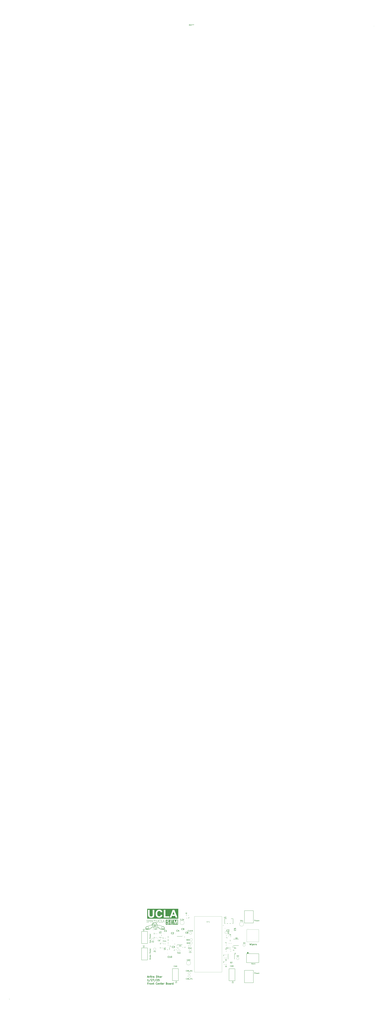
<source format=gbr>
%TF.GenerationSoftware,KiCad,Pcbnew,8.0.6*%
%TF.CreationDate,2025-01-29T18:48:29-08:00*%
%TF.ProjectId,SMV H and S Board,534d5620-4820-4616-9e64-205320426f61,rev?*%
%TF.SameCoordinates,Original*%
%TF.FileFunction,Legend,Top*%
%TF.FilePolarity,Positive*%
%FSLAX46Y46*%
G04 Gerber Fmt 4.6, Leading zero omitted, Abs format (unit mm)*
G04 Created by KiCad (PCBNEW 8.0.6) date 2025-01-29 18:48:29*
%MOMM*%
%LPD*%
G01*
G04 APERTURE LIST*
%ADD10C,0.300000*%
%ADD11C,0.150000*%
%ADD12C,0.254000*%
%ADD13C,0.098425*%
%ADD14C,0.100000*%
%ADD15C,0.120000*%
%ADD16C,0.200000*%
%ADD17C,0.127000*%
%ADD18C,0.152400*%
%ADD19C,0.508000*%
%ADD20C,0.012700*%
%ADD21C,0.000000*%
G04 APERTURE END LIST*
D10*
X100915225Y-81800828D02*
X100058082Y-81800828D01*
X100486653Y-81800828D02*
X100486653Y-80300828D01*
X100486653Y-80300828D02*
X100343796Y-80515114D01*
X100343796Y-80515114D02*
X100200939Y-80657971D01*
X100200939Y-80657971D02*
X100058082Y-80729400D01*
X102629510Y-80229400D02*
X101343796Y-82157971D01*
X103058082Y-80443685D02*
X103129510Y-80372257D01*
X103129510Y-80372257D02*
X103272368Y-80300828D01*
X103272368Y-80300828D02*
X103629510Y-80300828D01*
X103629510Y-80300828D02*
X103772368Y-80372257D01*
X103772368Y-80372257D02*
X103843796Y-80443685D01*
X103843796Y-80443685D02*
X103915225Y-80586542D01*
X103915225Y-80586542D02*
X103915225Y-80729400D01*
X103915225Y-80729400D02*
X103843796Y-80943685D01*
X103843796Y-80943685D02*
X102986653Y-81800828D01*
X102986653Y-81800828D02*
X103915225Y-81800828D01*
X104415224Y-80300828D02*
X105415224Y-80300828D01*
X105415224Y-80300828D02*
X104772367Y-81800828D01*
X107058081Y-80229400D02*
X105772367Y-82157971D01*
X107486653Y-80443685D02*
X107558081Y-80372257D01*
X107558081Y-80372257D02*
X107700939Y-80300828D01*
X107700939Y-80300828D02*
X108058081Y-80300828D01*
X108058081Y-80300828D02*
X108200939Y-80372257D01*
X108200939Y-80372257D02*
X108272367Y-80443685D01*
X108272367Y-80443685D02*
X108343796Y-80586542D01*
X108343796Y-80586542D02*
X108343796Y-80729400D01*
X108343796Y-80729400D02*
X108272367Y-80943685D01*
X108272367Y-80943685D02*
X107415224Y-81800828D01*
X107415224Y-81800828D02*
X108343796Y-81800828D01*
X109700938Y-80300828D02*
X108986652Y-80300828D01*
X108986652Y-80300828D02*
X108915224Y-81015114D01*
X108915224Y-81015114D02*
X108986652Y-80943685D01*
X108986652Y-80943685D02*
X109129510Y-80872257D01*
X109129510Y-80872257D02*
X109486652Y-80872257D01*
X109486652Y-80872257D02*
X109629510Y-80943685D01*
X109629510Y-80943685D02*
X109700938Y-81015114D01*
X109700938Y-81015114D02*
X109772367Y-81157971D01*
X109772367Y-81157971D02*
X109772367Y-81515114D01*
X109772367Y-81515114D02*
X109700938Y-81657971D01*
X109700938Y-81657971D02*
X109629510Y-81729400D01*
X109629510Y-81729400D02*
X109486652Y-81800828D01*
X109486652Y-81800828D02*
X109129510Y-81800828D01*
X109129510Y-81800828D02*
X108986652Y-81729400D01*
X108986652Y-81729400D02*
X108915224Y-81657971D01*
X100058082Y-78522257D02*
X100772368Y-78522257D01*
X99915225Y-78950828D02*
X100415225Y-77450828D01*
X100415225Y-77450828D02*
X100915225Y-78950828D01*
X101415224Y-78950828D02*
X101415224Y-77950828D01*
X101415224Y-78236542D02*
X101486653Y-78093685D01*
X101486653Y-78093685D02*
X101558082Y-78022257D01*
X101558082Y-78022257D02*
X101700939Y-77950828D01*
X101700939Y-77950828D02*
X101843796Y-77950828D01*
X102343795Y-78950828D02*
X102343795Y-77950828D01*
X102343795Y-77450828D02*
X102272367Y-77522257D01*
X102272367Y-77522257D02*
X102343795Y-77593685D01*
X102343795Y-77593685D02*
X102415224Y-77522257D01*
X102415224Y-77522257D02*
X102343795Y-77450828D01*
X102343795Y-77450828D02*
X102343795Y-77593685D01*
X102843796Y-77950828D02*
X103415224Y-77950828D01*
X103058081Y-77450828D02*
X103058081Y-78736542D01*
X103058081Y-78736542D02*
X103129510Y-78879400D01*
X103129510Y-78879400D02*
X103272367Y-78950828D01*
X103272367Y-78950828D02*
X103415224Y-78950828D01*
X103915224Y-78950828D02*
X103915224Y-77950828D01*
X103915224Y-78236542D02*
X103986653Y-78093685D01*
X103986653Y-78093685D02*
X104058082Y-78022257D01*
X104058082Y-78022257D02*
X104200939Y-77950828D01*
X104200939Y-77950828D02*
X104343796Y-77950828D01*
X105486653Y-78950828D02*
X105486653Y-78165114D01*
X105486653Y-78165114D02*
X105415224Y-78022257D01*
X105415224Y-78022257D02*
X105272367Y-77950828D01*
X105272367Y-77950828D02*
X104986653Y-77950828D01*
X104986653Y-77950828D02*
X104843795Y-78022257D01*
X105486653Y-78879400D02*
X105343795Y-78950828D01*
X105343795Y-78950828D02*
X104986653Y-78950828D01*
X104986653Y-78950828D02*
X104843795Y-78879400D01*
X104843795Y-78879400D02*
X104772367Y-78736542D01*
X104772367Y-78736542D02*
X104772367Y-78593685D01*
X104772367Y-78593685D02*
X104843795Y-78450828D01*
X104843795Y-78450828D02*
X104986653Y-78379400D01*
X104986653Y-78379400D02*
X105343795Y-78379400D01*
X105343795Y-78379400D02*
X105486653Y-78307971D01*
X107343795Y-78950828D02*
X107343795Y-77450828D01*
X107343795Y-77450828D02*
X107700938Y-77450828D01*
X107700938Y-77450828D02*
X107915224Y-77522257D01*
X107915224Y-77522257D02*
X108058081Y-77665114D01*
X108058081Y-77665114D02*
X108129510Y-77807971D01*
X108129510Y-77807971D02*
X108200938Y-78093685D01*
X108200938Y-78093685D02*
X108200938Y-78307971D01*
X108200938Y-78307971D02*
X108129510Y-78593685D01*
X108129510Y-78593685D02*
X108058081Y-78736542D01*
X108058081Y-78736542D02*
X107915224Y-78879400D01*
X107915224Y-78879400D02*
X107700938Y-78950828D01*
X107700938Y-78950828D02*
X107343795Y-78950828D01*
X108843795Y-78950828D02*
X108843795Y-77450828D01*
X109486653Y-78950828D02*
X109486653Y-78165114D01*
X109486653Y-78165114D02*
X109415224Y-78022257D01*
X109415224Y-78022257D02*
X109272367Y-77950828D01*
X109272367Y-77950828D02*
X109058081Y-77950828D01*
X109058081Y-77950828D02*
X108915224Y-78022257D01*
X108915224Y-78022257D02*
X108843795Y-78093685D01*
X110843796Y-78950828D02*
X110843796Y-78165114D01*
X110843796Y-78165114D02*
X110772367Y-78022257D01*
X110772367Y-78022257D02*
X110629510Y-77950828D01*
X110629510Y-77950828D02*
X110343796Y-77950828D01*
X110343796Y-77950828D02*
X110200938Y-78022257D01*
X110843796Y-78879400D02*
X110700938Y-78950828D01*
X110700938Y-78950828D02*
X110343796Y-78950828D01*
X110343796Y-78950828D02*
X110200938Y-78879400D01*
X110200938Y-78879400D02*
X110129510Y-78736542D01*
X110129510Y-78736542D02*
X110129510Y-78593685D01*
X110129510Y-78593685D02*
X110200938Y-78450828D01*
X110200938Y-78450828D02*
X110343796Y-78379400D01*
X110343796Y-78379400D02*
X110700938Y-78379400D01*
X110700938Y-78379400D02*
X110843796Y-78307971D01*
X111558081Y-78950828D02*
X111558081Y-77950828D01*
X111558081Y-78236542D02*
X111629510Y-78093685D01*
X111629510Y-78093685D02*
X111700939Y-78022257D01*
X111700939Y-78022257D02*
X111843796Y-77950828D01*
X111843796Y-77950828D02*
X111986653Y-77950828D01*
X100629510Y-83865114D02*
X100129510Y-83865114D01*
X100129510Y-84650828D02*
X100129510Y-83150828D01*
X100129510Y-83150828D02*
X100843796Y-83150828D01*
X101415224Y-84650828D02*
X101415224Y-83650828D01*
X101415224Y-83936542D02*
X101486653Y-83793685D01*
X101486653Y-83793685D02*
X101558082Y-83722257D01*
X101558082Y-83722257D02*
X101700939Y-83650828D01*
X101700939Y-83650828D02*
X101843796Y-83650828D01*
X102558081Y-84650828D02*
X102415224Y-84579400D01*
X102415224Y-84579400D02*
X102343795Y-84507971D01*
X102343795Y-84507971D02*
X102272367Y-84365114D01*
X102272367Y-84365114D02*
X102272367Y-83936542D01*
X102272367Y-83936542D02*
X102343795Y-83793685D01*
X102343795Y-83793685D02*
X102415224Y-83722257D01*
X102415224Y-83722257D02*
X102558081Y-83650828D01*
X102558081Y-83650828D02*
X102772367Y-83650828D01*
X102772367Y-83650828D02*
X102915224Y-83722257D01*
X102915224Y-83722257D02*
X102986653Y-83793685D01*
X102986653Y-83793685D02*
X103058081Y-83936542D01*
X103058081Y-83936542D02*
X103058081Y-84365114D01*
X103058081Y-84365114D02*
X102986653Y-84507971D01*
X102986653Y-84507971D02*
X102915224Y-84579400D01*
X102915224Y-84579400D02*
X102772367Y-84650828D01*
X102772367Y-84650828D02*
X102558081Y-84650828D01*
X103700938Y-83650828D02*
X103700938Y-84650828D01*
X103700938Y-83793685D02*
X103772367Y-83722257D01*
X103772367Y-83722257D02*
X103915224Y-83650828D01*
X103915224Y-83650828D02*
X104129510Y-83650828D01*
X104129510Y-83650828D02*
X104272367Y-83722257D01*
X104272367Y-83722257D02*
X104343796Y-83865114D01*
X104343796Y-83865114D02*
X104343796Y-84650828D01*
X104843796Y-83650828D02*
X105415224Y-83650828D01*
X105058081Y-83150828D02*
X105058081Y-84436542D01*
X105058081Y-84436542D02*
X105129510Y-84579400D01*
X105129510Y-84579400D02*
X105272367Y-84650828D01*
X105272367Y-84650828D02*
X105415224Y-84650828D01*
X107915224Y-84507971D02*
X107843796Y-84579400D01*
X107843796Y-84579400D02*
X107629510Y-84650828D01*
X107629510Y-84650828D02*
X107486653Y-84650828D01*
X107486653Y-84650828D02*
X107272367Y-84579400D01*
X107272367Y-84579400D02*
X107129510Y-84436542D01*
X107129510Y-84436542D02*
X107058081Y-84293685D01*
X107058081Y-84293685D02*
X106986653Y-84007971D01*
X106986653Y-84007971D02*
X106986653Y-83793685D01*
X106986653Y-83793685D02*
X107058081Y-83507971D01*
X107058081Y-83507971D02*
X107129510Y-83365114D01*
X107129510Y-83365114D02*
X107272367Y-83222257D01*
X107272367Y-83222257D02*
X107486653Y-83150828D01*
X107486653Y-83150828D02*
X107629510Y-83150828D01*
X107629510Y-83150828D02*
X107843796Y-83222257D01*
X107843796Y-83222257D02*
X107915224Y-83293685D01*
X109129510Y-84579400D02*
X108986653Y-84650828D01*
X108986653Y-84650828D02*
X108700939Y-84650828D01*
X108700939Y-84650828D02*
X108558081Y-84579400D01*
X108558081Y-84579400D02*
X108486653Y-84436542D01*
X108486653Y-84436542D02*
X108486653Y-83865114D01*
X108486653Y-83865114D02*
X108558081Y-83722257D01*
X108558081Y-83722257D02*
X108700939Y-83650828D01*
X108700939Y-83650828D02*
X108986653Y-83650828D01*
X108986653Y-83650828D02*
X109129510Y-83722257D01*
X109129510Y-83722257D02*
X109200939Y-83865114D01*
X109200939Y-83865114D02*
X109200939Y-84007971D01*
X109200939Y-84007971D02*
X108486653Y-84150828D01*
X109843795Y-83650828D02*
X109843795Y-84650828D01*
X109843795Y-83793685D02*
X109915224Y-83722257D01*
X109915224Y-83722257D02*
X110058081Y-83650828D01*
X110058081Y-83650828D02*
X110272367Y-83650828D01*
X110272367Y-83650828D02*
X110415224Y-83722257D01*
X110415224Y-83722257D02*
X110486653Y-83865114D01*
X110486653Y-83865114D02*
X110486653Y-84650828D01*
X110986653Y-83650828D02*
X111558081Y-83650828D01*
X111200938Y-83150828D02*
X111200938Y-84436542D01*
X111200938Y-84436542D02*
X111272367Y-84579400D01*
X111272367Y-84579400D02*
X111415224Y-84650828D01*
X111415224Y-84650828D02*
X111558081Y-84650828D01*
X112629510Y-84579400D02*
X112486653Y-84650828D01*
X112486653Y-84650828D02*
X112200939Y-84650828D01*
X112200939Y-84650828D02*
X112058081Y-84579400D01*
X112058081Y-84579400D02*
X111986653Y-84436542D01*
X111986653Y-84436542D02*
X111986653Y-83865114D01*
X111986653Y-83865114D02*
X112058081Y-83722257D01*
X112058081Y-83722257D02*
X112200939Y-83650828D01*
X112200939Y-83650828D02*
X112486653Y-83650828D01*
X112486653Y-83650828D02*
X112629510Y-83722257D01*
X112629510Y-83722257D02*
X112700939Y-83865114D01*
X112700939Y-83865114D02*
X112700939Y-84007971D01*
X112700939Y-84007971D02*
X111986653Y-84150828D01*
X113343795Y-84650828D02*
X113343795Y-83650828D01*
X113343795Y-83936542D02*
X113415224Y-83793685D01*
X113415224Y-83793685D02*
X113486653Y-83722257D01*
X113486653Y-83722257D02*
X113629510Y-83650828D01*
X113629510Y-83650828D02*
X113772367Y-83650828D01*
X115915223Y-83865114D02*
X116129509Y-83936542D01*
X116129509Y-83936542D02*
X116200938Y-84007971D01*
X116200938Y-84007971D02*
X116272366Y-84150828D01*
X116272366Y-84150828D02*
X116272366Y-84365114D01*
X116272366Y-84365114D02*
X116200938Y-84507971D01*
X116200938Y-84507971D02*
X116129509Y-84579400D01*
X116129509Y-84579400D02*
X115986652Y-84650828D01*
X115986652Y-84650828D02*
X115415223Y-84650828D01*
X115415223Y-84650828D02*
X115415223Y-83150828D01*
X115415223Y-83150828D02*
X115915223Y-83150828D01*
X115915223Y-83150828D02*
X116058081Y-83222257D01*
X116058081Y-83222257D02*
X116129509Y-83293685D01*
X116129509Y-83293685D02*
X116200938Y-83436542D01*
X116200938Y-83436542D02*
X116200938Y-83579400D01*
X116200938Y-83579400D02*
X116129509Y-83722257D01*
X116129509Y-83722257D02*
X116058081Y-83793685D01*
X116058081Y-83793685D02*
X115915223Y-83865114D01*
X115915223Y-83865114D02*
X115415223Y-83865114D01*
X117129509Y-84650828D02*
X116986652Y-84579400D01*
X116986652Y-84579400D02*
X116915223Y-84507971D01*
X116915223Y-84507971D02*
X116843795Y-84365114D01*
X116843795Y-84365114D02*
X116843795Y-83936542D01*
X116843795Y-83936542D02*
X116915223Y-83793685D01*
X116915223Y-83793685D02*
X116986652Y-83722257D01*
X116986652Y-83722257D02*
X117129509Y-83650828D01*
X117129509Y-83650828D02*
X117343795Y-83650828D01*
X117343795Y-83650828D02*
X117486652Y-83722257D01*
X117486652Y-83722257D02*
X117558081Y-83793685D01*
X117558081Y-83793685D02*
X117629509Y-83936542D01*
X117629509Y-83936542D02*
X117629509Y-84365114D01*
X117629509Y-84365114D02*
X117558081Y-84507971D01*
X117558081Y-84507971D02*
X117486652Y-84579400D01*
X117486652Y-84579400D02*
X117343795Y-84650828D01*
X117343795Y-84650828D02*
X117129509Y-84650828D01*
X118915224Y-84650828D02*
X118915224Y-83865114D01*
X118915224Y-83865114D02*
X118843795Y-83722257D01*
X118843795Y-83722257D02*
X118700938Y-83650828D01*
X118700938Y-83650828D02*
X118415224Y-83650828D01*
X118415224Y-83650828D02*
X118272366Y-83722257D01*
X118915224Y-84579400D02*
X118772366Y-84650828D01*
X118772366Y-84650828D02*
X118415224Y-84650828D01*
X118415224Y-84650828D02*
X118272366Y-84579400D01*
X118272366Y-84579400D02*
X118200938Y-84436542D01*
X118200938Y-84436542D02*
X118200938Y-84293685D01*
X118200938Y-84293685D02*
X118272366Y-84150828D01*
X118272366Y-84150828D02*
X118415224Y-84079400D01*
X118415224Y-84079400D02*
X118772366Y-84079400D01*
X118772366Y-84079400D02*
X118915224Y-84007971D01*
X119629509Y-84650828D02*
X119629509Y-83650828D01*
X119629509Y-83936542D02*
X119700938Y-83793685D01*
X119700938Y-83793685D02*
X119772367Y-83722257D01*
X119772367Y-83722257D02*
X119915224Y-83650828D01*
X119915224Y-83650828D02*
X120058081Y-83650828D01*
X121200938Y-84650828D02*
X121200938Y-83150828D01*
X121200938Y-84579400D02*
X121058080Y-84650828D01*
X121058080Y-84650828D02*
X120772366Y-84650828D01*
X120772366Y-84650828D02*
X120629509Y-84579400D01*
X120629509Y-84579400D02*
X120558080Y-84507971D01*
X120558080Y-84507971D02*
X120486652Y-84365114D01*
X120486652Y-84365114D02*
X120486652Y-83936542D01*
X120486652Y-83936542D02*
X120558080Y-83793685D01*
X120558080Y-83793685D02*
X120629509Y-83722257D01*
X120629509Y-83722257D02*
X120772366Y-83650828D01*
X120772366Y-83650828D02*
X121058080Y-83650828D01*
X121058080Y-83650828D02*
X121200938Y-83722257D01*
D11*
X165335714Y-54102438D02*
X165240476Y-54054819D01*
X165240476Y-54054819D02*
X165097619Y-54054819D01*
X165097619Y-54054819D02*
X164954762Y-54102438D01*
X164954762Y-54102438D02*
X164859524Y-54197676D01*
X164859524Y-54197676D02*
X164811905Y-54292914D01*
X164811905Y-54292914D02*
X164764286Y-54483390D01*
X164764286Y-54483390D02*
X164764286Y-54626247D01*
X164764286Y-54626247D02*
X164811905Y-54816723D01*
X164811905Y-54816723D02*
X164859524Y-54911961D01*
X164859524Y-54911961D02*
X164954762Y-55007200D01*
X164954762Y-55007200D02*
X165097619Y-55054819D01*
X165097619Y-55054819D02*
X165192857Y-55054819D01*
X165192857Y-55054819D02*
X165335714Y-55007200D01*
X165335714Y-55007200D02*
X165383333Y-54959580D01*
X165383333Y-54959580D02*
X165383333Y-54626247D01*
X165383333Y-54626247D02*
X165192857Y-54626247D01*
X165764286Y-54150057D02*
X165811905Y-54102438D01*
X165811905Y-54102438D02*
X165907143Y-54054819D01*
X165907143Y-54054819D02*
X166145238Y-54054819D01*
X166145238Y-54054819D02*
X166240476Y-54102438D01*
X166240476Y-54102438D02*
X166288095Y-54150057D01*
X166288095Y-54150057D02*
X166335714Y-54245295D01*
X166335714Y-54245295D02*
X166335714Y-54340533D01*
X166335714Y-54340533D02*
X166288095Y-54483390D01*
X166288095Y-54483390D02*
X165716667Y-55054819D01*
X165716667Y-55054819D02*
X166335714Y-55054819D01*
D12*
X124741083Y-40953365D02*
X124680607Y-41013842D01*
X124680607Y-41013842D02*
X124499178Y-41074318D01*
X124499178Y-41074318D02*
X124378226Y-41074318D01*
X124378226Y-41074318D02*
X124196797Y-41013842D01*
X124196797Y-41013842D02*
X124075845Y-40892889D01*
X124075845Y-40892889D02*
X124015368Y-40771937D01*
X124015368Y-40771937D02*
X123954892Y-40530032D01*
X123954892Y-40530032D02*
X123954892Y-40348603D01*
X123954892Y-40348603D02*
X124015368Y-40106699D01*
X124015368Y-40106699D02*
X124075845Y-39985746D01*
X124075845Y-39985746D02*
X124196797Y-39864794D01*
X124196797Y-39864794D02*
X124378226Y-39804318D01*
X124378226Y-39804318D02*
X124499178Y-39804318D01*
X124499178Y-39804318D02*
X124680607Y-39864794D01*
X124680607Y-39864794D02*
X124741083Y-39925270D01*
X125829654Y-40227651D02*
X125829654Y-41074318D01*
X125527273Y-39743842D02*
X125224892Y-40650984D01*
X125224892Y-40650984D02*
X126011083Y-40650984D01*
D13*
X110777014Y-51238093D02*
X110589538Y-51369327D01*
X110777014Y-51463065D02*
X110383313Y-51463065D01*
X110383313Y-51463065D02*
X110383313Y-51313084D01*
X110383313Y-51313084D02*
X110402061Y-51275589D01*
X110402061Y-51275589D02*
X110420809Y-51256841D01*
X110420809Y-51256841D02*
X110458304Y-51238093D01*
X110458304Y-51238093D02*
X110514547Y-51238093D01*
X110514547Y-51238093D02*
X110552042Y-51256841D01*
X110552042Y-51256841D02*
X110570790Y-51275589D01*
X110570790Y-51275589D02*
X110589538Y-51313084D01*
X110589538Y-51313084D02*
X110589538Y-51463065D01*
X110777014Y-50863140D02*
X110777014Y-51088112D01*
X110777014Y-50975626D02*
X110383313Y-50975626D01*
X110383313Y-50975626D02*
X110439556Y-51013121D01*
X110439556Y-51013121D02*
X110477052Y-51050617D01*
X110477052Y-51050617D02*
X110495799Y-51088112D01*
X110383313Y-50619421D02*
X110383313Y-50581925D01*
X110383313Y-50581925D02*
X110402061Y-50544430D01*
X110402061Y-50544430D02*
X110420809Y-50525682D01*
X110420809Y-50525682D02*
X110458304Y-50506935D01*
X110458304Y-50506935D02*
X110533295Y-50488187D01*
X110533295Y-50488187D02*
X110627033Y-50488187D01*
X110627033Y-50488187D02*
X110702024Y-50506935D01*
X110702024Y-50506935D02*
X110739519Y-50525682D01*
X110739519Y-50525682D02*
X110758267Y-50544430D01*
X110758267Y-50544430D02*
X110777014Y-50581925D01*
X110777014Y-50581925D02*
X110777014Y-50619421D01*
X110777014Y-50619421D02*
X110758267Y-50656916D01*
X110758267Y-50656916D02*
X110739519Y-50675664D01*
X110739519Y-50675664D02*
X110702024Y-50694411D01*
X110702024Y-50694411D02*
X110627033Y-50713159D01*
X110627033Y-50713159D02*
X110533295Y-50713159D01*
X110533295Y-50713159D02*
X110458304Y-50694411D01*
X110458304Y-50694411D02*
X110420809Y-50675664D01*
X110420809Y-50675664D02*
X110402061Y-50656916D01*
X110402061Y-50656916D02*
X110383313Y-50619421D01*
X164216907Y-50377014D02*
X164085673Y-50189538D01*
X163991935Y-50377014D02*
X163991935Y-49983313D01*
X163991935Y-49983313D02*
X164141916Y-49983313D01*
X164141916Y-49983313D02*
X164179412Y-50002061D01*
X164179412Y-50002061D02*
X164198159Y-50020809D01*
X164198159Y-50020809D02*
X164216907Y-50058304D01*
X164216907Y-50058304D02*
X164216907Y-50114547D01*
X164216907Y-50114547D02*
X164198159Y-50152042D01*
X164198159Y-50152042D02*
X164179412Y-50170790D01*
X164179412Y-50170790D02*
X164141916Y-50189538D01*
X164141916Y-50189538D02*
X163991935Y-50189538D01*
X164591860Y-50377014D02*
X164366888Y-50377014D01*
X164479374Y-50377014D02*
X164479374Y-49983313D01*
X164479374Y-49983313D02*
X164441879Y-50039556D01*
X164441879Y-50039556D02*
X164404384Y-50077052D01*
X164404384Y-50077052D02*
X164366888Y-50095799D01*
X164948066Y-49983313D02*
X164760589Y-49983313D01*
X164760589Y-49983313D02*
X164741841Y-50170790D01*
X164741841Y-50170790D02*
X164760589Y-50152042D01*
X164760589Y-50152042D02*
X164798084Y-50133295D01*
X164798084Y-50133295D02*
X164891823Y-50133295D01*
X164891823Y-50133295D02*
X164929318Y-50152042D01*
X164929318Y-50152042D02*
X164948066Y-50170790D01*
X164948066Y-50170790D02*
X164966813Y-50208285D01*
X164966813Y-50208285D02*
X164966813Y-50302024D01*
X164966813Y-50302024D02*
X164948066Y-50339519D01*
X164948066Y-50339519D02*
X164929318Y-50358267D01*
X164929318Y-50358267D02*
X164891823Y-50377014D01*
X164891823Y-50377014D02*
X164798084Y-50377014D01*
X164798084Y-50377014D02*
X164760589Y-50358267D01*
X164760589Y-50358267D02*
X164741841Y-50339519D01*
D11*
X168884761Y-67160057D02*
X168789523Y-67112438D01*
X168789523Y-67112438D02*
X168694285Y-67017200D01*
X168694285Y-67017200D02*
X168551428Y-66874342D01*
X168551428Y-66874342D02*
X168456190Y-66826723D01*
X168456190Y-66826723D02*
X168360952Y-66826723D01*
X168408571Y-67064819D02*
X168313333Y-67017200D01*
X168313333Y-67017200D02*
X168218095Y-66921961D01*
X168218095Y-66921961D02*
X168170476Y-66731485D01*
X168170476Y-66731485D02*
X168170476Y-66398152D01*
X168170476Y-66398152D02*
X168218095Y-66207676D01*
X168218095Y-66207676D02*
X168313333Y-66112438D01*
X168313333Y-66112438D02*
X168408571Y-66064819D01*
X168408571Y-66064819D02*
X168599047Y-66064819D01*
X168599047Y-66064819D02*
X168694285Y-66112438D01*
X168694285Y-66112438D02*
X168789523Y-66207676D01*
X168789523Y-66207676D02*
X168837142Y-66398152D01*
X168837142Y-66398152D02*
X168837142Y-66731485D01*
X168837142Y-66731485D02*
X168789523Y-66921961D01*
X168789523Y-66921961D02*
X168694285Y-67017200D01*
X168694285Y-67017200D02*
X168599047Y-67064819D01*
X168599047Y-67064819D02*
X168408571Y-67064819D01*
X169218095Y-66160057D02*
X169265714Y-66112438D01*
X169265714Y-66112438D02*
X169360952Y-66064819D01*
X169360952Y-66064819D02*
X169599047Y-66064819D01*
X169599047Y-66064819D02*
X169694285Y-66112438D01*
X169694285Y-66112438D02*
X169741904Y-66160057D01*
X169741904Y-66160057D02*
X169789523Y-66255295D01*
X169789523Y-66255295D02*
X169789523Y-66350533D01*
X169789523Y-66350533D02*
X169741904Y-66493390D01*
X169741904Y-66493390D02*
X169170476Y-67064819D01*
X169170476Y-67064819D02*
X169789523Y-67064819D01*
X172174999Y-59745180D02*
X172174999Y-59507085D01*
X172413094Y-59602323D02*
X172174999Y-59507085D01*
X172174999Y-59507085D02*
X171936904Y-59602323D01*
X172317856Y-59316609D02*
X172174999Y-59507085D01*
X172174999Y-59507085D02*
X172032142Y-59316609D01*
X172175000Y-58654819D02*
X172175000Y-58892914D01*
X171936905Y-58797676D02*
X172175000Y-58892914D01*
X172175000Y-58892914D02*
X172413095Y-58797676D01*
X172032143Y-59083390D02*
X172175000Y-58892914D01*
X172175000Y-58892914D02*
X172317857Y-59083390D01*
X173636905Y-61729819D02*
X173636905Y-60729819D01*
X173636905Y-60729819D02*
X173875000Y-60729819D01*
X173875000Y-60729819D02*
X174017857Y-60777438D01*
X174017857Y-60777438D02*
X174113095Y-60872676D01*
X174113095Y-60872676D02*
X174160714Y-60967914D01*
X174160714Y-60967914D02*
X174208333Y-61158390D01*
X174208333Y-61158390D02*
X174208333Y-61301247D01*
X174208333Y-61301247D02*
X174160714Y-61491723D01*
X174160714Y-61491723D02*
X174113095Y-61586961D01*
X174113095Y-61586961D02*
X174017857Y-61682200D01*
X174017857Y-61682200D02*
X173875000Y-61729819D01*
X173875000Y-61729819D02*
X173636905Y-61729819D01*
X174589286Y-60825057D02*
X174636905Y-60777438D01*
X174636905Y-60777438D02*
X174732143Y-60729819D01*
X174732143Y-60729819D02*
X174970238Y-60729819D01*
X174970238Y-60729819D02*
X175065476Y-60777438D01*
X175065476Y-60777438D02*
X175113095Y-60825057D01*
X175113095Y-60825057D02*
X175160714Y-60920295D01*
X175160714Y-60920295D02*
X175160714Y-61015533D01*
X175160714Y-61015533D02*
X175113095Y-61158390D01*
X175113095Y-61158390D02*
X174541667Y-61729819D01*
X174541667Y-61729819D02*
X175160714Y-61729819D01*
X113457142Y-49359580D02*
X113409523Y-49407200D01*
X113409523Y-49407200D02*
X113266666Y-49454819D01*
X113266666Y-49454819D02*
X113171428Y-49454819D01*
X113171428Y-49454819D02*
X113028571Y-49407200D01*
X113028571Y-49407200D02*
X112933333Y-49311961D01*
X112933333Y-49311961D02*
X112885714Y-49216723D01*
X112885714Y-49216723D02*
X112838095Y-49026247D01*
X112838095Y-49026247D02*
X112838095Y-48883390D01*
X112838095Y-48883390D02*
X112885714Y-48692914D01*
X112885714Y-48692914D02*
X112933333Y-48597676D01*
X112933333Y-48597676D02*
X113028571Y-48502438D01*
X113028571Y-48502438D02*
X113171428Y-48454819D01*
X113171428Y-48454819D02*
X113266666Y-48454819D01*
X113266666Y-48454819D02*
X113409523Y-48502438D01*
X113409523Y-48502438D02*
X113457142Y-48550057D01*
X114409523Y-49454819D02*
X113838095Y-49454819D01*
X114123809Y-49454819D02*
X114123809Y-48454819D01*
X114123809Y-48454819D02*
X114028571Y-48597676D01*
X114028571Y-48597676D02*
X113933333Y-48692914D01*
X113933333Y-48692914D02*
X113838095Y-48740533D01*
X115361904Y-49454819D02*
X114790476Y-49454819D01*
X115076190Y-49454819D02*
X115076190Y-48454819D01*
X115076190Y-48454819D02*
X114980952Y-48597676D01*
X114980952Y-48597676D02*
X114885714Y-48692914D01*
X114885714Y-48692914D02*
X114790476Y-48740533D01*
X132192857Y-48362295D02*
X132192857Y-47562295D01*
X132192857Y-47562295D02*
X132459523Y-48133723D01*
X132459523Y-48133723D02*
X132726190Y-47562295D01*
X132726190Y-47562295D02*
X132726190Y-48362295D01*
X133259524Y-47562295D02*
X133411905Y-47562295D01*
X133411905Y-47562295D02*
X133488095Y-47600390D01*
X133488095Y-47600390D02*
X133564286Y-47676580D01*
X133564286Y-47676580D02*
X133602381Y-47828961D01*
X133602381Y-47828961D02*
X133602381Y-48095628D01*
X133602381Y-48095628D02*
X133564286Y-48248009D01*
X133564286Y-48248009D02*
X133488095Y-48324200D01*
X133488095Y-48324200D02*
X133411905Y-48362295D01*
X133411905Y-48362295D02*
X133259524Y-48362295D01*
X133259524Y-48362295D02*
X133183333Y-48324200D01*
X133183333Y-48324200D02*
X133107143Y-48248009D01*
X133107143Y-48248009D02*
X133069047Y-48095628D01*
X133069047Y-48095628D02*
X133069047Y-47828961D01*
X133069047Y-47828961D02*
X133107143Y-47676580D01*
X133107143Y-47676580D02*
X133183333Y-47600390D01*
X133183333Y-47600390D02*
X133259524Y-47562295D01*
X133907142Y-48324200D02*
X134021428Y-48362295D01*
X134021428Y-48362295D02*
X134211904Y-48362295D01*
X134211904Y-48362295D02*
X134288095Y-48324200D01*
X134288095Y-48324200D02*
X134326190Y-48286104D01*
X134326190Y-48286104D02*
X134364285Y-48209914D01*
X134364285Y-48209914D02*
X134364285Y-48133723D01*
X134364285Y-48133723D02*
X134326190Y-48057533D01*
X134326190Y-48057533D02*
X134288095Y-48019438D01*
X134288095Y-48019438D02*
X134211904Y-47981342D01*
X134211904Y-47981342D02*
X134059523Y-47943247D01*
X134059523Y-47943247D02*
X133983333Y-47905152D01*
X133983333Y-47905152D02*
X133945238Y-47867057D01*
X133945238Y-47867057D02*
X133907142Y-47790866D01*
X133907142Y-47790866D02*
X133907142Y-47714676D01*
X133907142Y-47714676D02*
X133945238Y-47638485D01*
X133945238Y-47638485D02*
X133983333Y-47600390D01*
X133983333Y-47600390D02*
X134059523Y-47562295D01*
X134059523Y-47562295D02*
X134250000Y-47562295D01*
X134250000Y-47562295D02*
X134364285Y-47600390D01*
X134707143Y-48362295D02*
X134707143Y-47562295D01*
D12*
X120335583Y-42953365D02*
X120275107Y-43013842D01*
X120275107Y-43013842D02*
X120093678Y-43074318D01*
X120093678Y-43074318D02*
X119972726Y-43074318D01*
X119972726Y-43074318D02*
X119791297Y-43013842D01*
X119791297Y-43013842D02*
X119670345Y-42892889D01*
X119670345Y-42892889D02*
X119609868Y-42771937D01*
X119609868Y-42771937D02*
X119549392Y-42530032D01*
X119549392Y-42530032D02*
X119549392Y-42348603D01*
X119549392Y-42348603D02*
X119609868Y-42106699D01*
X119609868Y-42106699D02*
X119670345Y-41985746D01*
X119670345Y-41985746D02*
X119791297Y-41864794D01*
X119791297Y-41864794D02*
X119972726Y-41804318D01*
X119972726Y-41804318D02*
X120093678Y-41804318D01*
X120093678Y-41804318D02*
X120275107Y-41864794D01*
X120275107Y-41864794D02*
X120335583Y-41925270D01*
X120819392Y-41925270D02*
X120879868Y-41864794D01*
X120879868Y-41864794D02*
X121000821Y-41804318D01*
X121000821Y-41804318D02*
X121303202Y-41804318D01*
X121303202Y-41804318D02*
X121424154Y-41864794D01*
X121424154Y-41864794D02*
X121484630Y-41925270D01*
X121484630Y-41925270D02*
X121545107Y-42046222D01*
X121545107Y-42046222D02*
X121545107Y-42167175D01*
X121545107Y-42167175D02*
X121484630Y-42348603D01*
X121484630Y-42348603D02*
X120758916Y-43074318D01*
X120758916Y-43074318D02*
X121545107Y-43074318D01*
D14*
X149333333Y-33677419D02*
X149000000Y-33201228D01*
X148761905Y-33677419D02*
X148761905Y-32677419D01*
X148761905Y-32677419D02*
X149142857Y-32677419D01*
X149142857Y-32677419D02*
X149238095Y-32725038D01*
X149238095Y-32725038D02*
X149285714Y-32772657D01*
X149285714Y-32772657D02*
X149333333Y-32867895D01*
X149333333Y-32867895D02*
X149333333Y-33010752D01*
X149333333Y-33010752D02*
X149285714Y-33105990D01*
X149285714Y-33105990D02*
X149238095Y-33153609D01*
X149238095Y-33153609D02*
X149142857Y-33201228D01*
X149142857Y-33201228D02*
X148761905Y-33201228D01*
X149761905Y-33677419D02*
X149761905Y-32677419D01*
X149761905Y-32677419D02*
X150142857Y-32677419D01*
X150142857Y-32677419D02*
X150238095Y-32725038D01*
X150238095Y-32725038D02*
X150285714Y-32772657D01*
X150285714Y-32772657D02*
X150333333Y-32867895D01*
X150333333Y-32867895D02*
X150333333Y-33010752D01*
X150333333Y-33010752D02*
X150285714Y-33105990D01*
X150285714Y-33105990D02*
X150238095Y-33153609D01*
X150238095Y-33153609D02*
X150142857Y-33201228D01*
X150142857Y-33201228D02*
X149761905Y-33201228D01*
X151285714Y-33677419D02*
X150714286Y-33677419D01*
X151000000Y-33677419D02*
X151000000Y-32677419D01*
X151000000Y-32677419D02*
X150904762Y-32820276D01*
X150904762Y-32820276D02*
X150809524Y-32915514D01*
X150809524Y-32915514D02*
X150714286Y-32963133D01*
D11*
X171910714Y-54177438D02*
X171815476Y-54129819D01*
X171815476Y-54129819D02*
X171672619Y-54129819D01*
X171672619Y-54129819D02*
X171529762Y-54177438D01*
X171529762Y-54177438D02*
X171434524Y-54272676D01*
X171434524Y-54272676D02*
X171386905Y-54367914D01*
X171386905Y-54367914D02*
X171339286Y-54558390D01*
X171339286Y-54558390D02*
X171339286Y-54701247D01*
X171339286Y-54701247D02*
X171386905Y-54891723D01*
X171386905Y-54891723D02*
X171434524Y-54986961D01*
X171434524Y-54986961D02*
X171529762Y-55082200D01*
X171529762Y-55082200D02*
X171672619Y-55129819D01*
X171672619Y-55129819D02*
X171767857Y-55129819D01*
X171767857Y-55129819D02*
X171910714Y-55082200D01*
X171910714Y-55082200D02*
X171958333Y-55034580D01*
X171958333Y-55034580D02*
X171958333Y-54701247D01*
X171958333Y-54701247D02*
X171767857Y-54701247D01*
X172910714Y-55129819D02*
X172339286Y-55129819D01*
X172625000Y-55129819D02*
X172625000Y-54129819D01*
X172625000Y-54129819D02*
X172529762Y-54272676D01*
X172529762Y-54272676D02*
X172434524Y-54367914D01*
X172434524Y-54367914D02*
X172339286Y-54415533D01*
X176288095Y-31829819D02*
X176859523Y-31829819D01*
X176573809Y-32829819D02*
X176573809Y-31829819D01*
X177192857Y-32829819D02*
X177192857Y-31829819D01*
X177192857Y-31829819D02*
X177573809Y-31829819D01*
X177573809Y-31829819D02*
X177669047Y-31877438D01*
X177669047Y-31877438D02*
X177716666Y-31925057D01*
X177716666Y-31925057D02*
X177764285Y-32020295D01*
X177764285Y-32020295D02*
X177764285Y-32163152D01*
X177764285Y-32163152D02*
X177716666Y-32258390D01*
X177716666Y-32258390D02*
X177669047Y-32306009D01*
X177669047Y-32306009D02*
X177573809Y-32353628D01*
X177573809Y-32353628D02*
X177192857Y-32353628D01*
X178716666Y-32829819D02*
X178145238Y-32829819D01*
X178430952Y-32829819D02*
X178430952Y-31829819D01*
X178430952Y-31829819D02*
X178335714Y-31972676D01*
X178335714Y-31972676D02*
X178240476Y-32067914D01*
X178240476Y-32067914D02*
X178145238Y-32115533D01*
D13*
X110677014Y-54565616D02*
X110489538Y-54696850D01*
X110677014Y-54790588D02*
X110283313Y-54790588D01*
X110283313Y-54790588D02*
X110283313Y-54640607D01*
X110283313Y-54640607D02*
X110302061Y-54603112D01*
X110302061Y-54603112D02*
X110320809Y-54584364D01*
X110320809Y-54584364D02*
X110358304Y-54565616D01*
X110358304Y-54565616D02*
X110414547Y-54565616D01*
X110414547Y-54565616D02*
X110452042Y-54584364D01*
X110452042Y-54584364D02*
X110470790Y-54603112D01*
X110470790Y-54603112D02*
X110489538Y-54640607D01*
X110489538Y-54640607D02*
X110489538Y-54790588D01*
X110452042Y-54340644D02*
X110433295Y-54378140D01*
X110433295Y-54378140D02*
X110414547Y-54396887D01*
X110414547Y-54396887D02*
X110377052Y-54415635D01*
X110377052Y-54415635D02*
X110358304Y-54415635D01*
X110358304Y-54415635D02*
X110320809Y-54396887D01*
X110320809Y-54396887D02*
X110302061Y-54378140D01*
X110302061Y-54378140D02*
X110283313Y-54340644D01*
X110283313Y-54340644D02*
X110283313Y-54265654D01*
X110283313Y-54265654D02*
X110302061Y-54228158D01*
X110302061Y-54228158D02*
X110320809Y-54209411D01*
X110320809Y-54209411D02*
X110358304Y-54190663D01*
X110358304Y-54190663D02*
X110377052Y-54190663D01*
X110377052Y-54190663D02*
X110414547Y-54209411D01*
X110414547Y-54209411D02*
X110433295Y-54228158D01*
X110433295Y-54228158D02*
X110452042Y-54265654D01*
X110452042Y-54265654D02*
X110452042Y-54340644D01*
X110452042Y-54340644D02*
X110470790Y-54378140D01*
X110470790Y-54378140D02*
X110489538Y-54396887D01*
X110489538Y-54396887D02*
X110527033Y-54415635D01*
X110527033Y-54415635D02*
X110602024Y-54415635D01*
X110602024Y-54415635D02*
X110639519Y-54396887D01*
X110639519Y-54396887D02*
X110658267Y-54378140D01*
X110658267Y-54378140D02*
X110677014Y-54340644D01*
X110677014Y-54340644D02*
X110677014Y-54265654D01*
X110677014Y-54265654D02*
X110658267Y-54228158D01*
X110658267Y-54228158D02*
X110639519Y-54209411D01*
X110639519Y-54209411D02*
X110602024Y-54190663D01*
X110602024Y-54190663D02*
X110527033Y-54190663D01*
X110527033Y-54190663D02*
X110489538Y-54209411D01*
X110489538Y-54209411D02*
X110470790Y-54228158D01*
X110470790Y-54228158D02*
X110452042Y-54265654D01*
X131204265Y-54040614D02*
X131016789Y-54171848D01*
X131204265Y-54265586D02*
X130810564Y-54265586D01*
X130810564Y-54265586D02*
X130810564Y-54115605D01*
X130810564Y-54115605D02*
X130829312Y-54078110D01*
X130829312Y-54078110D02*
X130848060Y-54059362D01*
X130848060Y-54059362D02*
X130885555Y-54040614D01*
X130885555Y-54040614D02*
X130941798Y-54040614D01*
X130941798Y-54040614D02*
X130979293Y-54059362D01*
X130979293Y-54059362D02*
X130998041Y-54078110D01*
X130998041Y-54078110D02*
X131016789Y-54115605D01*
X131016789Y-54115605D02*
X131016789Y-54265586D01*
X130810564Y-53909381D02*
X130810564Y-53646913D01*
X130810564Y-53646913D02*
X131204265Y-53815642D01*
D12*
X128835583Y-39578367D02*
X128775107Y-39638844D01*
X128775107Y-39638844D02*
X128593678Y-39699320D01*
X128593678Y-39699320D02*
X128472726Y-39699320D01*
X128472726Y-39699320D02*
X128291297Y-39638844D01*
X128291297Y-39638844D02*
X128170345Y-39517891D01*
X128170345Y-39517891D02*
X128109868Y-39396939D01*
X128109868Y-39396939D02*
X128049392Y-39155034D01*
X128049392Y-39155034D02*
X128049392Y-38973605D01*
X128049392Y-38973605D02*
X128109868Y-38731701D01*
X128109868Y-38731701D02*
X128170345Y-38610748D01*
X128170345Y-38610748D02*
X128291297Y-38489796D01*
X128291297Y-38489796D02*
X128472726Y-38429320D01*
X128472726Y-38429320D02*
X128593678Y-38429320D01*
X128593678Y-38429320D02*
X128775107Y-38489796D01*
X128775107Y-38489796D02*
X128835583Y-38550272D01*
X129440345Y-39699320D02*
X129682249Y-39699320D01*
X129682249Y-39699320D02*
X129803202Y-39638844D01*
X129803202Y-39638844D02*
X129863678Y-39578367D01*
X129863678Y-39578367D02*
X129984630Y-39396939D01*
X129984630Y-39396939D02*
X130045107Y-39155034D01*
X130045107Y-39155034D02*
X130045107Y-38671224D01*
X130045107Y-38671224D02*
X129984630Y-38550272D01*
X129984630Y-38550272D02*
X129924154Y-38489796D01*
X129924154Y-38489796D02*
X129803202Y-38429320D01*
X129803202Y-38429320D02*
X129561297Y-38429320D01*
X129561297Y-38429320D02*
X129440345Y-38489796D01*
X129440345Y-38489796D02*
X129379868Y-38550272D01*
X129379868Y-38550272D02*
X129319392Y-38671224D01*
X129319392Y-38671224D02*
X129319392Y-38973605D01*
X129319392Y-38973605D02*
X129379868Y-39094558D01*
X129379868Y-39094558D02*
X129440345Y-39155034D01*
X129440345Y-39155034D02*
X129561297Y-39215510D01*
X129561297Y-39215510D02*
X129803202Y-39215510D01*
X129803202Y-39215510D02*
X129924154Y-39155034D01*
X129924154Y-39155034D02*
X129984630Y-39094558D01*
X129984630Y-39094558D02*
X130045107Y-38973605D01*
D13*
X134277014Y-29755616D02*
X134089538Y-29886850D01*
X134277014Y-29980588D02*
X133883313Y-29980588D01*
X133883313Y-29980588D02*
X133883313Y-29830607D01*
X133883313Y-29830607D02*
X133902061Y-29793112D01*
X133902061Y-29793112D02*
X133920809Y-29774364D01*
X133920809Y-29774364D02*
X133958304Y-29755616D01*
X133958304Y-29755616D02*
X134014547Y-29755616D01*
X134014547Y-29755616D02*
X134052042Y-29774364D01*
X134052042Y-29774364D02*
X134070790Y-29793112D01*
X134070790Y-29793112D02*
X134089538Y-29830607D01*
X134089538Y-29830607D02*
X134089538Y-29980588D01*
X134277014Y-29568140D02*
X134277014Y-29493149D01*
X134277014Y-29493149D02*
X134258267Y-29455654D01*
X134258267Y-29455654D02*
X134239519Y-29436906D01*
X134239519Y-29436906D02*
X134183276Y-29399411D01*
X134183276Y-29399411D02*
X134108285Y-29380663D01*
X134108285Y-29380663D02*
X133958304Y-29380663D01*
X133958304Y-29380663D02*
X133920809Y-29399411D01*
X133920809Y-29399411D02*
X133902061Y-29418158D01*
X133902061Y-29418158D02*
X133883313Y-29455654D01*
X133883313Y-29455654D02*
X133883313Y-29530644D01*
X133883313Y-29530644D02*
X133902061Y-29568140D01*
X133902061Y-29568140D02*
X133920809Y-29586887D01*
X133920809Y-29586887D02*
X133958304Y-29605635D01*
X133958304Y-29605635D02*
X134052042Y-29605635D01*
X134052042Y-29605635D02*
X134089538Y-29586887D01*
X134089538Y-29586887D02*
X134108285Y-29568140D01*
X134108285Y-29568140D02*
X134127033Y-29530644D01*
X134127033Y-29530644D02*
X134127033Y-29455654D01*
X134127033Y-29455654D02*
X134108285Y-29418158D01*
X134108285Y-29418158D02*
X134089538Y-29399411D01*
X134089538Y-29399411D02*
X134052042Y-29380663D01*
X170626907Y-56627014D02*
X170495673Y-56439538D01*
X170401935Y-56627014D02*
X170401935Y-56233313D01*
X170401935Y-56233313D02*
X170551916Y-56233313D01*
X170551916Y-56233313D02*
X170589412Y-56252061D01*
X170589412Y-56252061D02*
X170608159Y-56270809D01*
X170608159Y-56270809D02*
X170626907Y-56308304D01*
X170626907Y-56308304D02*
X170626907Y-56364547D01*
X170626907Y-56364547D02*
X170608159Y-56402042D01*
X170608159Y-56402042D02*
X170589412Y-56420790D01*
X170589412Y-56420790D02*
X170551916Y-56439538D01*
X170551916Y-56439538D02*
X170401935Y-56439538D01*
X171001860Y-56627014D02*
X170776888Y-56627014D01*
X170889374Y-56627014D02*
X170889374Y-56233313D01*
X170889374Y-56233313D02*
X170851879Y-56289556D01*
X170851879Y-56289556D02*
X170814384Y-56327052D01*
X170814384Y-56327052D02*
X170776888Y-56345799D01*
X171226832Y-56402042D02*
X171189337Y-56383295D01*
X171189337Y-56383295D02*
X171170589Y-56364547D01*
X171170589Y-56364547D02*
X171151841Y-56327052D01*
X171151841Y-56327052D02*
X171151841Y-56308304D01*
X171151841Y-56308304D02*
X171170589Y-56270809D01*
X171170589Y-56270809D02*
X171189337Y-56252061D01*
X171189337Y-56252061D02*
X171226832Y-56233313D01*
X171226832Y-56233313D02*
X171301823Y-56233313D01*
X171301823Y-56233313D02*
X171339318Y-56252061D01*
X171339318Y-56252061D02*
X171358066Y-56270809D01*
X171358066Y-56270809D02*
X171376813Y-56308304D01*
X171376813Y-56308304D02*
X171376813Y-56327052D01*
X171376813Y-56327052D02*
X171358066Y-56364547D01*
X171358066Y-56364547D02*
X171339318Y-56383295D01*
X171339318Y-56383295D02*
X171301823Y-56402042D01*
X171301823Y-56402042D02*
X171226832Y-56402042D01*
X171226832Y-56402042D02*
X171189337Y-56420790D01*
X171189337Y-56420790D02*
X171170589Y-56439538D01*
X171170589Y-56439538D02*
X171151841Y-56477033D01*
X171151841Y-56477033D02*
X171151841Y-56552024D01*
X171151841Y-56552024D02*
X171170589Y-56589519D01*
X171170589Y-56589519D02*
X171189337Y-56608267D01*
X171189337Y-56608267D02*
X171226832Y-56627014D01*
X171226832Y-56627014D02*
X171301823Y-56627014D01*
X171301823Y-56627014D02*
X171339318Y-56608267D01*
X171339318Y-56608267D02*
X171358066Y-56589519D01*
X171358066Y-56589519D02*
X171376813Y-56552024D01*
X171376813Y-56552024D02*
X171376813Y-56477033D01*
X171376813Y-56477033D02*
X171358066Y-56439538D01*
X171358066Y-56439538D02*
X171339318Y-56420790D01*
X171339318Y-56420790D02*
X171301823Y-56402042D01*
D12*
X120988333Y-54253365D02*
X120927857Y-54313842D01*
X120927857Y-54313842D02*
X120746428Y-54374318D01*
X120746428Y-54374318D02*
X120625476Y-54374318D01*
X120625476Y-54374318D02*
X120444047Y-54313842D01*
X120444047Y-54313842D02*
X120323095Y-54192889D01*
X120323095Y-54192889D02*
X120262618Y-54071937D01*
X120262618Y-54071937D02*
X120202142Y-53830032D01*
X120202142Y-53830032D02*
X120202142Y-53648603D01*
X120202142Y-53648603D02*
X120262618Y-53406699D01*
X120262618Y-53406699D02*
X120323095Y-53285746D01*
X120323095Y-53285746D02*
X120444047Y-53164794D01*
X120444047Y-53164794D02*
X120625476Y-53104318D01*
X120625476Y-53104318D02*
X120746428Y-53104318D01*
X120746428Y-53104318D02*
X120927857Y-53164794D01*
X120927857Y-53164794D02*
X120988333Y-53225270D01*
X121411666Y-53104318D02*
X122197857Y-53104318D01*
X122197857Y-53104318D02*
X121774523Y-53588127D01*
X121774523Y-53588127D02*
X121955952Y-53588127D01*
X121955952Y-53588127D02*
X122076904Y-53648603D01*
X122076904Y-53648603D02*
X122137380Y-53709080D01*
X122137380Y-53709080D02*
X122197857Y-53830032D01*
X122197857Y-53830032D02*
X122197857Y-54132413D01*
X122197857Y-54132413D02*
X122137380Y-54253365D01*
X122137380Y-54253365D02*
X122076904Y-54313842D01*
X122076904Y-54313842D02*
X121955952Y-54374318D01*
X121955952Y-54374318D02*
X121593095Y-54374318D01*
X121593095Y-54374318D02*
X121472142Y-54313842D01*
X121472142Y-54313842D02*
X121411666Y-54253365D01*
D11*
X166254819Y-43261904D02*
X166254819Y-42690476D01*
X167254819Y-42976190D02*
X166254819Y-42976190D01*
X167254819Y-42357142D02*
X166254819Y-42357142D01*
X166254819Y-42357142D02*
X166254819Y-41976190D01*
X166254819Y-41976190D02*
X166302438Y-41880952D01*
X166302438Y-41880952D02*
X166350057Y-41833333D01*
X166350057Y-41833333D02*
X166445295Y-41785714D01*
X166445295Y-41785714D02*
X166588152Y-41785714D01*
X166588152Y-41785714D02*
X166683390Y-41833333D01*
X166683390Y-41833333D02*
X166731009Y-41880952D01*
X166731009Y-41880952D02*
X166778628Y-41976190D01*
X166778628Y-41976190D02*
X166778628Y-42357142D01*
X166254819Y-40880952D02*
X166254819Y-41357142D01*
X166254819Y-41357142D02*
X166731009Y-41404761D01*
X166731009Y-41404761D02*
X166683390Y-41357142D01*
X166683390Y-41357142D02*
X166635771Y-41261904D01*
X166635771Y-41261904D02*
X166635771Y-41023809D01*
X166635771Y-41023809D02*
X166683390Y-40928571D01*
X166683390Y-40928571D02*
X166731009Y-40880952D01*
X166731009Y-40880952D02*
X166826247Y-40833333D01*
X166826247Y-40833333D02*
X167064342Y-40833333D01*
X167064342Y-40833333D02*
X167159580Y-40880952D01*
X167159580Y-40880952D02*
X167207200Y-40928571D01*
X167207200Y-40928571D02*
X167254819Y-41023809D01*
X167254819Y-41023809D02*
X167254819Y-41261904D01*
X167254819Y-41261904D02*
X167207200Y-41357142D01*
X167207200Y-41357142D02*
X167159580Y-41404761D01*
X131527618Y-26381876D02*
X131527618Y-25741876D01*
X131527618Y-25741876D02*
X131679999Y-25741876D01*
X131679999Y-25741876D02*
X131771428Y-25772352D01*
X131771428Y-25772352D02*
X131832380Y-25833304D01*
X131832380Y-25833304D02*
X131862857Y-25894257D01*
X131862857Y-25894257D02*
X131893333Y-26016161D01*
X131893333Y-26016161D02*
X131893333Y-26107590D01*
X131893333Y-26107590D02*
X131862857Y-26229495D01*
X131862857Y-26229495D02*
X131832380Y-26290447D01*
X131832380Y-26290447D02*
X131771428Y-26351400D01*
X131771428Y-26351400D02*
X131679999Y-26381876D01*
X131679999Y-26381876D02*
X131527618Y-26381876D01*
X132137142Y-25802828D02*
X132167618Y-25772352D01*
X132167618Y-25772352D02*
X132228571Y-25741876D01*
X132228571Y-25741876D02*
X132380952Y-25741876D01*
X132380952Y-25741876D02*
X132441904Y-25772352D01*
X132441904Y-25772352D02*
X132472380Y-25802828D01*
X132472380Y-25802828D02*
X132502857Y-25863780D01*
X132502857Y-25863780D02*
X132502857Y-25924733D01*
X132502857Y-25924733D02*
X132472380Y-26016161D01*
X132472380Y-26016161D02*
X132106666Y-26381876D01*
X132106666Y-26381876D02*
X132502857Y-26381876D01*
D15*
X133417142Y-27832960D02*
X133782857Y-27832960D01*
X133599999Y-28015817D02*
X133599999Y-27650102D01*
D13*
X112877014Y-46365616D02*
X112689538Y-46496850D01*
X112877014Y-46590588D02*
X112483313Y-46590588D01*
X112483313Y-46590588D02*
X112483313Y-46440607D01*
X112483313Y-46440607D02*
X112502061Y-46403112D01*
X112502061Y-46403112D02*
X112520809Y-46384364D01*
X112520809Y-46384364D02*
X112558304Y-46365616D01*
X112558304Y-46365616D02*
X112614547Y-46365616D01*
X112614547Y-46365616D02*
X112652042Y-46384364D01*
X112652042Y-46384364D02*
X112670790Y-46403112D01*
X112670790Y-46403112D02*
X112689538Y-46440607D01*
X112689538Y-46440607D02*
X112689538Y-46590588D01*
X112483313Y-46009411D02*
X112483313Y-46196887D01*
X112483313Y-46196887D02*
X112670790Y-46215635D01*
X112670790Y-46215635D02*
X112652042Y-46196887D01*
X112652042Y-46196887D02*
X112633295Y-46159392D01*
X112633295Y-46159392D02*
X112633295Y-46065654D01*
X112633295Y-46065654D02*
X112652042Y-46028158D01*
X112652042Y-46028158D02*
X112670790Y-46009411D01*
X112670790Y-46009411D02*
X112708285Y-45990663D01*
X112708285Y-45990663D02*
X112802024Y-45990663D01*
X112802024Y-45990663D02*
X112839519Y-46009411D01*
X112839519Y-46009411D02*
X112858267Y-46028158D01*
X112858267Y-46028158D02*
X112877014Y-46065654D01*
X112877014Y-46065654D02*
X112877014Y-46159392D01*
X112877014Y-46159392D02*
X112858267Y-46196887D01*
X112858267Y-46196887D02*
X112839519Y-46215635D01*
X164216907Y-55677014D02*
X164085673Y-55489538D01*
X163991935Y-55677014D02*
X163991935Y-55283313D01*
X163991935Y-55283313D02*
X164141916Y-55283313D01*
X164141916Y-55283313D02*
X164179412Y-55302061D01*
X164179412Y-55302061D02*
X164198159Y-55320809D01*
X164198159Y-55320809D02*
X164216907Y-55358304D01*
X164216907Y-55358304D02*
X164216907Y-55414547D01*
X164216907Y-55414547D02*
X164198159Y-55452042D01*
X164198159Y-55452042D02*
X164179412Y-55470790D01*
X164179412Y-55470790D02*
X164141916Y-55489538D01*
X164141916Y-55489538D02*
X163991935Y-55489538D01*
X164591860Y-55677014D02*
X164366888Y-55677014D01*
X164479374Y-55677014D02*
X164479374Y-55283313D01*
X164479374Y-55283313D02*
X164441879Y-55339556D01*
X164441879Y-55339556D02*
X164404384Y-55377052D01*
X164404384Y-55377052D02*
X164366888Y-55395799D01*
X164929318Y-55283313D02*
X164854327Y-55283313D01*
X164854327Y-55283313D02*
X164816832Y-55302061D01*
X164816832Y-55302061D02*
X164798084Y-55320809D01*
X164798084Y-55320809D02*
X164760589Y-55377052D01*
X164760589Y-55377052D02*
X164741841Y-55452042D01*
X164741841Y-55452042D02*
X164741841Y-55602024D01*
X164741841Y-55602024D02*
X164760589Y-55639519D01*
X164760589Y-55639519D02*
X164779337Y-55658267D01*
X164779337Y-55658267D02*
X164816832Y-55677014D01*
X164816832Y-55677014D02*
X164891823Y-55677014D01*
X164891823Y-55677014D02*
X164929318Y-55658267D01*
X164929318Y-55658267D02*
X164948066Y-55639519D01*
X164948066Y-55639519D02*
X164966813Y-55602024D01*
X164966813Y-55602024D02*
X164966813Y-55508285D01*
X164966813Y-55508285D02*
X164948066Y-55470790D01*
X164948066Y-55470790D02*
X164929318Y-55452042D01*
X164929318Y-55452042D02*
X164891823Y-55433295D01*
X164891823Y-55433295D02*
X164816832Y-55433295D01*
X164816832Y-55433295D02*
X164779337Y-55452042D01*
X164779337Y-55452042D02*
X164760589Y-55470790D01*
X164760589Y-55470790D02*
X164741841Y-55508285D01*
X122177014Y-56575616D02*
X121989538Y-56706850D01*
X122177014Y-56800588D02*
X121783313Y-56800588D01*
X121783313Y-56800588D02*
X121783313Y-56650607D01*
X121783313Y-56650607D02*
X121802061Y-56613112D01*
X121802061Y-56613112D02*
X121820809Y-56594364D01*
X121820809Y-56594364D02*
X121858304Y-56575616D01*
X121858304Y-56575616D02*
X121914547Y-56575616D01*
X121914547Y-56575616D02*
X121952042Y-56594364D01*
X121952042Y-56594364D02*
X121970790Y-56613112D01*
X121970790Y-56613112D02*
X121989538Y-56650607D01*
X121989538Y-56650607D02*
X121989538Y-56800588D01*
X121783313Y-56444383D02*
X121783313Y-56200663D01*
X121783313Y-56200663D02*
X121933295Y-56331897D01*
X121933295Y-56331897D02*
X121933295Y-56275654D01*
X121933295Y-56275654D02*
X121952042Y-56238158D01*
X121952042Y-56238158D02*
X121970790Y-56219411D01*
X121970790Y-56219411D02*
X122008285Y-56200663D01*
X122008285Y-56200663D02*
X122102024Y-56200663D01*
X122102024Y-56200663D02*
X122139519Y-56219411D01*
X122139519Y-56219411D02*
X122158267Y-56238158D01*
X122158267Y-56238158D02*
X122177014Y-56275654D01*
X122177014Y-56275654D02*
X122177014Y-56388140D01*
X122177014Y-56388140D02*
X122158267Y-56425635D01*
X122158267Y-56425635D02*
X122139519Y-56444383D01*
D11*
X102181009Y-63600000D02*
X102228628Y-63457143D01*
X102228628Y-63457143D02*
X102276247Y-63409524D01*
X102276247Y-63409524D02*
X102371485Y-63361905D01*
X102371485Y-63361905D02*
X102514342Y-63361905D01*
X102514342Y-63361905D02*
X102609580Y-63409524D01*
X102609580Y-63409524D02*
X102657200Y-63457143D01*
X102657200Y-63457143D02*
X102704819Y-63552381D01*
X102704819Y-63552381D02*
X102704819Y-63933333D01*
X102704819Y-63933333D02*
X101704819Y-63933333D01*
X101704819Y-63933333D02*
X101704819Y-63600000D01*
X101704819Y-63600000D02*
X101752438Y-63504762D01*
X101752438Y-63504762D02*
X101800057Y-63457143D01*
X101800057Y-63457143D02*
X101895295Y-63409524D01*
X101895295Y-63409524D02*
X101990533Y-63409524D01*
X101990533Y-63409524D02*
X102085771Y-63457143D01*
X102085771Y-63457143D02*
X102133390Y-63504762D01*
X102133390Y-63504762D02*
X102181009Y-63600000D01*
X102181009Y-63600000D02*
X102181009Y-63933333D01*
X102704819Y-62933333D02*
X102038152Y-62933333D01*
X102228628Y-62933333D02*
X102133390Y-62885714D01*
X102133390Y-62885714D02*
X102085771Y-62838095D01*
X102085771Y-62838095D02*
X102038152Y-62742857D01*
X102038152Y-62742857D02*
X102038152Y-62647619D01*
X102704819Y-61885714D02*
X102181009Y-61885714D01*
X102181009Y-61885714D02*
X102085771Y-61933333D01*
X102085771Y-61933333D02*
X102038152Y-62028571D01*
X102038152Y-62028571D02*
X102038152Y-62219047D01*
X102038152Y-62219047D02*
X102085771Y-62314285D01*
X102657200Y-61885714D02*
X102704819Y-61980952D01*
X102704819Y-61980952D02*
X102704819Y-62219047D01*
X102704819Y-62219047D02*
X102657200Y-62314285D01*
X102657200Y-62314285D02*
X102561961Y-62361904D01*
X102561961Y-62361904D02*
X102466723Y-62361904D01*
X102466723Y-62361904D02*
X102371485Y-62314285D01*
X102371485Y-62314285D02*
X102323866Y-62219047D01*
X102323866Y-62219047D02*
X102323866Y-61980952D01*
X102323866Y-61980952D02*
X102276247Y-61885714D01*
X102704819Y-61409523D02*
X101704819Y-61409523D01*
X102323866Y-61314285D02*
X102704819Y-61028571D01*
X102038152Y-61028571D02*
X102419104Y-61409523D01*
X102657200Y-60219047D02*
X102704819Y-60314285D01*
X102704819Y-60314285D02*
X102704819Y-60504761D01*
X102704819Y-60504761D02*
X102657200Y-60599999D01*
X102657200Y-60599999D02*
X102561961Y-60647618D01*
X102561961Y-60647618D02*
X102181009Y-60647618D01*
X102181009Y-60647618D02*
X102085771Y-60599999D01*
X102085771Y-60599999D02*
X102038152Y-60504761D01*
X102038152Y-60504761D02*
X102038152Y-60314285D01*
X102038152Y-60314285D02*
X102085771Y-60219047D01*
X102085771Y-60219047D02*
X102181009Y-60171428D01*
X102181009Y-60171428D02*
X102276247Y-60171428D01*
X102276247Y-60171428D02*
X102371485Y-60647618D01*
X102704819Y-58980951D02*
X101704819Y-58980951D01*
X101704819Y-58980951D02*
X101704819Y-58599999D01*
X101704819Y-58599999D02*
X101752438Y-58504761D01*
X101752438Y-58504761D02*
X101800057Y-58457142D01*
X101800057Y-58457142D02*
X101895295Y-58409523D01*
X101895295Y-58409523D02*
X102038152Y-58409523D01*
X102038152Y-58409523D02*
X102133390Y-58457142D01*
X102133390Y-58457142D02*
X102181009Y-58504761D01*
X102181009Y-58504761D02*
X102228628Y-58599999D01*
X102228628Y-58599999D02*
X102228628Y-58980951D01*
X102657200Y-57599999D02*
X102704819Y-57695237D01*
X102704819Y-57695237D02*
X102704819Y-57885713D01*
X102704819Y-57885713D02*
X102657200Y-57980951D01*
X102657200Y-57980951D02*
X102561961Y-58028570D01*
X102561961Y-58028570D02*
X102181009Y-58028570D01*
X102181009Y-58028570D02*
X102085771Y-57980951D01*
X102085771Y-57980951D02*
X102038152Y-57885713D01*
X102038152Y-57885713D02*
X102038152Y-57695237D01*
X102038152Y-57695237D02*
X102085771Y-57599999D01*
X102085771Y-57599999D02*
X102181009Y-57552380D01*
X102181009Y-57552380D02*
X102276247Y-57552380D01*
X102276247Y-57552380D02*
X102371485Y-58028570D01*
X102704819Y-56695237D02*
X101704819Y-56695237D01*
X102657200Y-56695237D02*
X102704819Y-56790475D01*
X102704819Y-56790475D02*
X102704819Y-56980951D01*
X102704819Y-56980951D02*
X102657200Y-57076189D01*
X102657200Y-57076189D02*
X102609580Y-57123808D01*
X102609580Y-57123808D02*
X102514342Y-57171427D01*
X102514342Y-57171427D02*
X102228628Y-57171427D01*
X102228628Y-57171427D02*
X102133390Y-57123808D01*
X102133390Y-57123808D02*
X102085771Y-57076189D01*
X102085771Y-57076189D02*
X102038152Y-56980951D01*
X102038152Y-56980951D02*
X102038152Y-56790475D01*
X102038152Y-56790475D02*
X102085771Y-56695237D01*
X102704819Y-55790475D02*
X102181009Y-55790475D01*
X102181009Y-55790475D02*
X102085771Y-55838094D01*
X102085771Y-55838094D02*
X102038152Y-55933332D01*
X102038152Y-55933332D02*
X102038152Y-56123808D01*
X102038152Y-56123808D02*
X102085771Y-56219046D01*
X102657200Y-55790475D02*
X102704819Y-55885713D01*
X102704819Y-55885713D02*
X102704819Y-56123808D01*
X102704819Y-56123808D02*
X102657200Y-56219046D01*
X102657200Y-56219046D02*
X102561961Y-56266665D01*
X102561961Y-56266665D02*
X102466723Y-56266665D01*
X102466723Y-56266665D02*
X102371485Y-56219046D01*
X102371485Y-56219046D02*
X102323866Y-56123808D01*
X102323866Y-56123808D02*
X102323866Y-55885713D01*
X102323866Y-55885713D02*
X102276247Y-55790475D01*
X102704819Y-55171427D02*
X102657200Y-55266665D01*
X102657200Y-55266665D02*
X102561961Y-55314284D01*
X102561961Y-55314284D02*
X101704819Y-55314284D01*
X105313095Y-57879819D02*
X105313095Y-56879819D01*
X105313095Y-57356009D02*
X105884523Y-57356009D01*
X105884523Y-57879819D02*
X105884523Y-56879819D01*
X106884523Y-57879819D02*
X106313095Y-57879819D01*
X106598809Y-57879819D02*
X106598809Y-56879819D01*
X106598809Y-56879819D02*
X106503571Y-57022676D01*
X106503571Y-57022676D02*
X106408333Y-57117914D01*
X106408333Y-57117914D02*
X106313095Y-57165533D01*
D13*
X168277014Y-48653092D02*
X168089538Y-48784326D01*
X168277014Y-48878064D02*
X167883313Y-48878064D01*
X167883313Y-48878064D02*
X167883313Y-48728083D01*
X167883313Y-48728083D02*
X167902061Y-48690588D01*
X167902061Y-48690588D02*
X167920809Y-48671840D01*
X167920809Y-48671840D02*
X167958304Y-48653092D01*
X167958304Y-48653092D02*
X168014547Y-48653092D01*
X168014547Y-48653092D02*
X168052042Y-48671840D01*
X168052042Y-48671840D02*
X168070790Y-48690588D01*
X168070790Y-48690588D02*
X168089538Y-48728083D01*
X168089538Y-48728083D02*
X168089538Y-48878064D01*
X168277014Y-48278139D02*
X168277014Y-48503111D01*
X168277014Y-48390625D02*
X167883313Y-48390625D01*
X167883313Y-48390625D02*
X167939556Y-48428120D01*
X167939556Y-48428120D02*
X167977052Y-48465616D01*
X167977052Y-48465616D02*
X167995799Y-48503111D01*
X167883313Y-48146906D02*
X167883313Y-47884438D01*
X167883313Y-47884438D02*
X168277014Y-48053167D01*
D11*
X124445238Y-58179819D02*
X125016666Y-58179819D01*
X124730952Y-59179819D02*
X124730952Y-58179819D01*
X125730952Y-59132200D02*
X125635714Y-59179819D01*
X125635714Y-59179819D02*
X125445238Y-59179819D01*
X125445238Y-59179819D02*
X125350000Y-59132200D01*
X125350000Y-59132200D02*
X125302381Y-59036961D01*
X125302381Y-59036961D02*
X125302381Y-58656009D01*
X125302381Y-58656009D02*
X125350000Y-58560771D01*
X125350000Y-58560771D02*
X125445238Y-58513152D01*
X125445238Y-58513152D02*
X125635714Y-58513152D01*
X125635714Y-58513152D02*
X125730952Y-58560771D01*
X125730952Y-58560771D02*
X125778571Y-58656009D01*
X125778571Y-58656009D02*
X125778571Y-58751247D01*
X125778571Y-58751247D02*
X125302381Y-58846485D01*
X126159524Y-59132200D02*
X126254762Y-59179819D01*
X126254762Y-59179819D02*
X126445238Y-59179819D01*
X126445238Y-59179819D02*
X126540476Y-59132200D01*
X126540476Y-59132200D02*
X126588095Y-59036961D01*
X126588095Y-59036961D02*
X126588095Y-58989342D01*
X126588095Y-58989342D02*
X126540476Y-58894104D01*
X126540476Y-58894104D02*
X126445238Y-58846485D01*
X126445238Y-58846485D02*
X126302381Y-58846485D01*
X126302381Y-58846485D02*
X126207143Y-58798866D01*
X126207143Y-58798866D02*
X126159524Y-58703628D01*
X126159524Y-58703628D02*
X126159524Y-58656009D01*
X126159524Y-58656009D02*
X126207143Y-58560771D01*
X126207143Y-58560771D02*
X126302381Y-58513152D01*
X126302381Y-58513152D02*
X126445238Y-58513152D01*
X126445238Y-58513152D02*
X126540476Y-58560771D01*
X126873810Y-58513152D02*
X127254762Y-58513152D01*
X127016667Y-58179819D02*
X127016667Y-59036961D01*
X127016667Y-59036961D02*
X127064286Y-59132200D01*
X127064286Y-59132200D02*
X127159524Y-59179819D01*
X127159524Y-59179819D02*
X127254762Y-59179819D01*
X103640845Y-49954819D02*
X103640845Y-48954819D01*
X103640845Y-49431009D02*
X104212273Y-49431009D01*
X104212273Y-49954819D02*
X104212273Y-48954819D01*
X104640845Y-49050057D02*
X104688464Y-49002438D01*
X104688464Y-49002438D02*
X104783702Y-48954819D01*
X104783702Y-48954819D02*
X105021797Y-48954819D01*
X105021797Y-48954819D02*
X105117035Y-49002438D01*
X105117035Y-49002438D02*
X105164654Y-49050057D01*
X105164654Y-49050057D02*
X105212273Y-49145295D01*
X105212273Y-49145295D02*
X105212273Y-49240533D01*
X105212273Y-49240533D02*
X105164654Y-49383390D01*
X105164654Y-49383390D02*
X104593226Y-49954819D01*
X104593226Y-49954819D02*
X105212273Y-49954819D01*
X109740845Y-41029820D02*
X109740845Y-41839343D01*
X109740845Y-41839343D02*
X109788464Y-41934581D01*
X109788464Y-41934581D02*
X109836083Y-41982201D01*
X109836083Y-41982201D02*
X109931321Y-42029820D01*
X109931321Y-42029820D02*
X110121797Y-42029820D01*
X110121797Y-42029820D02*
X110217035Y-41982201D01*
X110217035Y-41982201D02*
X110264654Y-41934581D01*
X110264654Y-41934581D02*
X110312273Y-41839343D01*
X110312273Y-41839343D02*
X110312273Y-41029820D01*
X110693226Y-41029820D02*
X111312273Y-41029820D01*
X111312273Y-41029820D02*
X110978940Y-41410772D01*
X110978940Y-41410772D02*
X111121797Y-41410772D01*
X111121797Y-41410772D02*
X111217035Y-41458391D01*
X111217035Y-41458391D02*
X111264654Y-41506010D01*
X111264654Y-41506010D02*
X111312273Y-41601248D01*
X111312273Y-41601248D02*
X111312273Y-41839343D01*
X111312273Y-41839343D02*
X111264654Y-41934581D01*
X111264654Y-41934581D02*
X111217035Y-41982201D01*
X111217035Y-41982201D02*
X111121797Y-42029820D01*
X111121797Y-42029820D02*
X110836083Y-42029820D01*
X110836083Y-42029820D02*
X110740845Y-41982201D01*
X110740845Y-41982201D02*
X110693226Y-41934581D01*
X132301190Y-73809580D02*
X132253571Y-73857200D01*
X132253571Y-73857200D02*
X132110714Y-73904819D01*
X132110714Y-73904819D02*
X132015476Y-73904819D01*
X132015476Y-73904819D02*
X131872619Y-73857200D01*
X131872619Y-73857200D02*
X131777381Y-73761961D01*
X131777381Y-73761961D02*
X131729762Y-73666723D01*
X131729762Y-73666723D02*
X131682143Y-73476247D01*
X131682143Y-73476247D02*
X131682143Y-73333390D01*
X131682143Y-73333390D02*
X131729762Y-73142914D01*
X131729762Y-73142914D02*
X131777381Y-73047676D01*
X131777381Y-73047676D02*
X131872619Y-72952438D01*
X131872619Y-72952438D02*
X132015476Y-72904819D01*
X132015476Y-72904819D02*
X132110714Y-72904819D01*
X132110714Y-72904819D02*
X132253571Y-72952438D01*
X132253571Y-72952438D02*
X132301190Y-73000057D01*
X132682143Y-73619104D02*
X133158333Y-73619104D01*
X132586905Y-73904819D02*
X132920238Y-72904819D01*
X132920238Y-72904819D02*
X133253571Y-73904819D01*
X133586905Y-73904819D02*
X133586905Y-72904819D01*
X133586905Y-72904819D02*
X134158333Y-73904819D01*
X134158333Y-73904819D02*
X134158333Y-72904819D01*
X134396429Y-74000057D02*
X135158333Y-74000057D01*
X135396429Y-73904819D02*
X135396429Y-72904819D01*
X135396429Y-72904819D02*
X135967857Y-73904819D01*
X135967857Y-73904819D02*
X135967857Y-72904819D01*
X136967857Y-73904819D02*
X136396429Y-73904819D01*
X136682143Y-73904819D02*
X136682143Y-72904819D01*
X136682143Y-72904819D02*
X136586905Y-73047676D01*
X136586905Y-73047676D02*
X136491667Y-73142914D01*
X136491667Y-73142914D02*
X136396429Y-73190533D01*
X168807142Y-69909580D02*
X168759523Y-69957200D01*
X168759523Y-69957200D02*
X168616666Y-70004819D01*
X168616666Y-70004819D02*
X168521428Y-70004819D01*
X168521428Y-70004819D02*
X168378571Y-69957200D01*
X168378571Y-69957200D02*
X168283333Y-69861961D01*
X168283333Y-69861961D02*
X168235714Y-69766723D01*
X168235714Y-69766723D02*
X168188095Y-69576247D01*
X168188095Y-69576247D02*
X168188095Y-69433390D01*
X168188095Y-69433390D02*
X168235714Y-69242914D01*
X168235714Y-69242914D02*
X168283333Y-69147676D01*
X168283333Y-69147676D02*
X168378571Y-69052438D01*
X168378571Y-69052438D02*
X168521428Y-69004819D01*
X168521428Y-69004819D02*
X168616666Y-69004819D01*
X168616666Y-69004819D02*
X168759523Y-69052438D01*
X168759523Y-69052438D02*
X168807142Y-69100057D01*
X169188095Y-69719104D02*
X169664285Y-69719104D01*
X169092857Y-70004819D02*
X169426190Y-69004819D01*
X169426190Y-69004819D02*
X169759523Y-70004819D01*
X170092857Y-70004819D02*
X170092857Y-69004819D01*
X170092857Y-69004819D02*
X170664285Y-70004819D01*
X170664285Y-70004819D02*
X170664285Y-69004819D01*
X101752438Y-49796429D02*
X101704819Y-49891667D01*
X101704819Y-49891667D02*
X101704819Y-50034524D01*
X101704819Y-50034524D02*
X101752438Y-50177381D01*
X101752438Y-50177381D02*
X101847676Y-50272619D01*
X101847676Y-50272619D02*
X101942914Y-50320238D01*
X101942914Y-50320238D02*
X102133390Y-50367857D01*
X102133390Y-50367857D02*
X102276247Y-50367857D01*
X102276247Y-50367857D02*
X102466723Y-50320238D01*
X102466723Y-50320238D02*
X102561961Y-50272619D01*
X102561961Y-50272619D02*
X102657200Y-50177381D01*
X102657200Y-50177381D02*
X102704819Y-50034524D01*
X102704819Y-50034524D02*
X102704819Y-49939286D01*
X102704819Y-49939286D02*
X102657200Y-49796429D01*
X102657200Y-49796429D02*
X102609580Y-49748810D01*
X102609580Y-49748810D02*
X102276247Y-49748810D01*
X102276247Y-49748810D02*
X102276247Y-49939286D01*
X102704819Y-48891667D02*
X102181009Y-48891667D01*
X102181009Y-48891667D02*
X102085771Y-48939286D01*
X102085771Y-48939286D02*
X102038152Y-49034524D01*
X102038152Y-49034524D02*
X102038152Y-49225000D01*
X102038152Y-49225000D02*
X102085771Y-49320238D01*
X102657200Y-48891667D02*
X102704819Y-48986905D01*
X102704819Y-48986905D02*
X102704819Y-49225000D01*
X102704819Y-49225000D02*
X102657200Y-49320238D01*
X102657200Y-49320238D02*
X102561961Y-49367857D01*
X102561961Y-49367857D02*
X102466723Y-49367857D01*
X102466723Y-49367857D02*
X102371485Y-49320238D01*
X102371485Y-49320238D02*
X102323866Y-49225000D01*
X102323866Y-49225000D02*
X102323866Y-48986905D01*
X102323866Y-48986905D02*
X102276247Y-48891667D01*
X102657200Y-48463095D02*
X102704819Y-48367857D01*
X102704819Y-48367857D02*
X102704819Y-48177381D01*
X102704819Y-48177381D02*
X102657200Y-48082143D01*
X102657200Y-48082143D02*
X102561961Y-48034524D01*
X102561961Y-48034524D02*
X102514342Y-48034524D01*
X102514342Y-48034524D02*
X102419104Y-48082143D01*
X102419104Y-48082143D02*
X102371485Y-48177381D01*
X102371485Y-48177381D02*
X102371485Y-48320238D01*
X102371485Y-48320238D02*
X102323866Y-48415476D01*
X102323866Y-48415476D02*
X102228628Y-48463095D01*
X102228628Y-48463095D02*
X102181009Y-48463095D01*
X102181009Y-48463095D02*
X102085771Y-48415476D01*
X102085771Y-48415476D02*
X102038152Y-48320238D01*
X102038152Y-48320238D02*
X102038152Y-48177381D01*
X102038152Y-48177381D02*
X102085771Y-48082143D01*
X102704819Y-46844047D02*
X101704819Y-46844047D01*
X101704819Y-46844047D02*
X101704819Y-46463095D01*
X101704819Y-46463095D02*
X101752438Y-46367857D01*
X101752438Y-46367857D02*
X101800057Y-46320238D01*
X101800057Y-46320238D02*
X101895295Y-46272619D01*
X101895295Y-46272619D02*
X102038152Y-46272619D01*
X102038152Y-46272619D02*
X102133390Y-46320238D01*
X102133390Y-46320238D02*
X102181009Y-46367857D01*
X102181009Y-46367857D02*
X102228628Y-46463095D01*
X102228628Y-46463095D02*
X102228628Y-46844047D01*
X102657200Y-45463095D02*
X102704819Y-45558333D01*
X102704819Y-45558333D02*
X102704819Y-45748809D01*
X102704819Y-45748809D02*
X102657200Y-45844047D01*
X102657200Y-45844047D02*
X102561961Y-45891666D01*
X102561961Y-45891666D02*
X102181009Y-45891666D01*
X102181009Y-45891666D02*
X102085771Y-45844047D01*
X102085771Y-45844047D02*
X102038152Y-45748809D01*
X102038152Y-45748809D02*
X102038152Y-45558333D01*
X102038152Y-45558333D02*
X102085771Y-45463095D01*
X102085771Y-45463095D02*
X102181009Y-45415476D01*
X102181009Y-45415476D02*
X102276247Y-45415476D01*
X102276247Y-45415476D02*
X102371485Y-45891666D01*
X102704819Y-44558333D02*
X101704819Y-44558333D01*
X102657200Y-44558333D02*
X102704819Y-44653571D01*
X102704819Y-44653571D02*
X102704819Y-44844047D01*
X102704819Y-44844047D02*
X102657200Y-44939285D01*
X102657200Y-44939285D02*
X102609580Y-44986904D01*
X102609580Y-44986904D02*
X102514342Y-45034523D01*
X102514342Y-45034523D02*
X102228628Y-45034523D01*
X102228628Y-45034523D02*
X102133390Y-44986904D01*
X102133390Y-44986904D02*
X102085771Y-44939285D01*
X102085771Y-44939285D02*
X102038152Y-44844047D01*
X102038152Y-44844047D02*
X102038152Y-44653571D01*
X102038152Y-44653571D02*
X102085771Y-44558333D01*
X102704819Y-43653571D02*
X102181009Y-43653571D01*
X102181009Y-43653571D02*
X102085771Y-43701190D01*
X102085771Y-43701190D02*
X102038152Y-43796428D01*
X102038152Y-43796428D02*
X102038152Y-43986904D01*
X102038152Y-43986904D02*
X102085771Y-44082142D01*
X102657200Y-43653571D02*
X102704819Y-43748809D01*
X102704819Y-43748809D02*
X102704819Y-43986904D01*
X102704819Y-43986904D02*
X102657200Y-44082142D01*
X102657200Y-44082142D02*
X102561961Y-44129761D01*
X102561961Y-44129761D02*
X102466723Y-44129761D01*
X102466723Y-44129761D02*
X102371485Y-44082142D01*
X102371485Y-44082142D02*
X102323866Y-43986904D01*
X102323866Y-43986904D02*
X102323866Y-43748809D01*
X102323866Y-43748809D02*
X102276247Y-43653571D01*
X102704819Y-43034523D02*
X102657200Y-43129761D01*
X102657200Y-43129761D02*
X102561961Y-43177380D01*
X102561961Y-43177380D02*
X101704819Y-43177380D01*
X132349999Y-80384580D02*
X132302380Y-80432200D01*
X132302380Y-80432200D02*
X132159523Y-80479819D01*
X132159523Y-80479819D02*
X132064285Y-80479819D01*
X132064285Y-80479819D02*
X131921428Y-80432200D01*
X131921428Y-80432200D02*
X131826190Y-80336961D01*
X131826190Y-80336961D02*
X131778571Y-80241723D01*
X131778571Y-80241723D02*
X131730952Y-80051247D01*
X131730952Y-80051247D02*
X131730952Y-79908390D01*
X131730952Y-79908390D02*
X131778571Y-79717914D01*
X131778571Y-79717914D02*
X131826190Y-79622676D01*
X131826190Y-79622676D02*
X131921428Y-79527438D01*
X131921428Y-79527438D02*
X132064285Y-79479819D01*
X132064285Y-79479819D02*
X132159523Y-79479819D01*
X132159523Y-79479819D02*
X132302380Y-79527438D01*
X132302380Y-79527438D02*
X132349999Y-79575057D01*
X132730952Y-80194104D02*
X133207142Y-80194104D01*
X132635714Y-80479819D02*
X132969047Y-79479819D01*
X132969047Y-79479819D02*
X133302380Y-80479819D01*
X133635714Y-80479819D02*
X133635714Y-79479819D01*
X133635714Y-79479819D02*
X134207142Y-80479819D01*
X134207142Y-80479819D02*
X134207142Y-79479819D01*
X134445238Y-80575057D02*
X135207142Y-80575057D01*
X135445238Y-80479819D02*
X135445238Y-79479819D01*
X135445238Y-79479819D02*
X135826190Y-79479819D01*
X135826190Y-79479819D02*
X135921428Y-79527438D01*
X135921428Y-79527438D02*
X135969047Y-79575057D01*
X135969047Y-79575057D02*
X136016666Y-79670295D01*
X136016666Y-79670295D02*
X136016666Y-79813152D01*
X136016666Y-79813152D02*
X135969047Y-79908390D01*
X135969047Y-79908390D02*
X135921428Y-79956009D01*
X135921428Y-79956009D02*
X135826190Y-80003628D01*
X135826190Y-80003628D02*
X135445238Y-80003628D01*
X136969047Y-80479819D02*
X136397619Y-80479819D01*
X136683333Y-80479819D02*
X136683333Y-79479819D01*
X136683333Y-79479819D02*
X136588095Y-79622676D01*
X136588095Y-79622676D02*
X136492857Y-79717914D01*
X136492857Y-79717914D02*
X136397619Y-79765533D01*
X134983333Y-58484580D02*
X134935714Y-58532200D01*
X134935714Y-58532200D02*
X134792857Y-58579819D01*
X134792857Y-58579819D02*
X134697619Y-58579819D01*
X134697619Y-58579819D02*
X134554762Y-58532200D01*
X134554762Y-58532200D02*
X134459524Y-58436961D01*
X134459524Y-58436961D02*
X134411905Y-58341723D01*
X134411905Y-58341723D02*
X134364286Y-58151247D01*
X134364286Y-58151247D02*
X134364286Y-58008390D01*
X134364286Y-58008390D02*
X134411905Y-57817914D01*
X134411905Y-57817914D02*
X134459524Y-57722676D01*
X134459524Y-57722676D02*
X134554762Y-57627438D01*
X134554762Y-57627438D02*
X134697619Y-57579819D01*
X134697619Y-57579819D02*
X134792857Y-57579819D01*
X134792857Y-57579819D02*
X134935714Y-57627438D01*
X134935714Y-57627438D02*
X134983333Y-57675057D01*
X135364286Y-58532200D02*
X135507143Y-58579819D01*
X135507143Y-58579819D02*
X135745238Y-58579819D01*
X135745238Y-58579819D02*
X135840476Y-58532200D01*
X135840476Y-58532200D02*
X135888095Y-58484580D01*
X135888095Y-58484580D02*
X135935714Y-58389342D01*
X135935714Y-58389342D02*
X135935714Y-58294104D01*
X135935714Y-58294104D02*
X135888095Y-58198866D01*
X135888095Y-58198866D02*
X135840476Y-58151247D01*
X135840476Y-58151247D02*
X135745238Y-58103628D01*
X135745238Y-58103628D02*
X135554762Y-58056009D01*
X135554762Y-58056009D02*
X135459524Y-58008390D01*
X135459524Y-58008390D02*
X135411905Y-57960771D01*
X135411905Y-57960771D02*
X135364286Y-57865533D01*
X135364286Y-57865533D02*
X135364286Y-57770295D01*
X135364286Y-57770295D02*
X135411905Y-57675057D01*
X135411905Y-57675057D02*
X135459524Y-57627438D01*
X135459524Y-57627438D02*
X135554762Y-57579819D01*
X135554762Y-57579819D02*
X135792857Y-57579819D01*
X135792857Y-57579819D02*
X135935714Y-57627438D01*
X113504819Y-56111904D02*
X114314342Y-56111904D01*
X114314342Y-56111904D02*
X114409580Y-56064285D01*
X114409580Y-56064285D02*
X114457200Y-56016666D01*
X114457200Y-56016666D02*
X114504819Y-55921428D01*
X114504819Y-55921428D02*
X114504819Y-55730952D01*
X114504819Y-55730952D02*
X114457200Y-55635714D01*
X114457200Y-55635714D02*
X114409580Y-55588095D01*
X114409580Y-55588095D02*
X114314342Y-55540476D01*
X114314342Y-55540476D02*
X113504819Y-55540476D01*
X113838152Y-54635714D02*
X114504819Y-54635714D01*
X113457200Y-54873809D02*
X114171485Y-55111904D01*
X114171485Y-55111904D02*
X114171485Y-54492857D01*
D13*
X118546907Y-53277014D02*
X118415673Y-53089538D01*
X118321935Y-53277014D02*
X118321935Y-52883313D01*
X118321935Y-52883313D02*
X118471916Y-52883313D01*
X118471916Y-52883313D02*
X118509412Y-52902061D01*
X118509412Y-52902061D02*
X118528159Y-52920809D01*
X118528159Y-52920809D02*
X118546907Y-52958304D01*
X118546907Y-52958304D02*
X118546907Y-53014547D01*
X118546907Y-53014547D02*
X118528159Y-53052042D01*
X118528159Y-53052042D02*
X118509412Y-53070790D01*
X118509412Y-53070790D02*
X118471916Y-53089538D01*
X118471916Y-53089538D02*
X118321935Y-53089538D01*
X118921860Y-53277014D02*
X118696888Y-53277014D01*
X118809374Y-53277014D02*
X118809374Y-52883313D01*
X118809374Y-52883313D02*
X118771879Y-52939556D01*
X118771879Y-52939556D02*
X118734384Y-52977052D01*
X118734384Y-52977052D02*
X118696888Y-52995799D01*
X119109337Y-53277014D02*
X119184327Y-53277014D01*
X119184327Y-53277014D02*
X119221823Y-53258267D01*
X119221823Y-53258267D02*
X119240570Y-53239519D01*
X119240570Y-53239519D02*
X119278066Y-53183276D01*
X119278066Y-53183276D02*
X119296813Y-53108285D01*
X119296813Y-53108285D02*
X119296813Y-52958304D01*
X119296813Y-52958304D02*
X119278066Y-52920809D01*
X119278066Y-52920809D02*
X119259318Y-52902061D01*
X119259318Y-52902061D02*
X119221823Y-52883313D01*
X119221823Y-52883313D02*
X119146832Y-52883313D01*
X119146832Y-52883313D02*
X119109337Y-52902061D01*
X119109337Y-52902061D02*
X119090589Y-52920809D01*
X119090589Y-52920809D02*
X119071841Y-52958304D01*
X119071841Y-52958304D02*
X119071841Y-53052042D01*
X119071841Y-53052042D02*
X119090589Y-53089538D01*
X119090589Y-53089538D02*
X119109337Y-53108285D01*
X119109337Y-53108285D02*
X119146832Y-53127033D01*
X119146832Y-53127033D02*
X119221823Y-53127033D01*
X119221823Y-53127033D02*
X119259318Y-53108285D01*
X119259318Y-53108285D02*
X119278066Y-53089538D01*
X119278066Y-53089538D02*
X119296813Y-53052042D01*
X116934383Y-48277014D02*
X116803149Y-48089538D01*
X116709411Y-48277014D02*
X116709411Y-47883313D01*
X116709411Y-47883313D02*
X116859392Y-47883313D01*
X116859392Y-47883313D02*
X116896888Y-47902061D01*
X116896888Y-47902061D02*
X116915635Y-47920809D01*
X116915635Y-47920809D02*
X116934383Y-47958304D01*
X116934383Y-47958304D02*
X116934383Y-48014547D01*
X116934383Y-48014547D02*
X116915635Y-48052042D01*
X116915635Y-48052042D02*
X116896888Y-48070790D01*
X116896888Y-48070790D02*
X116859392Y-48089538D01*
X116859392Y-48089538D02*
X116709411Y-48089538D01*
X117084364Y-47920809D02*
X117103112Y-47902061D01*
X117103112Y-47902061D02*
X117140607Y-47883313D01*
X117140607Y-47883313D02*
X117234346Y-47883313D01*
X117234346Y-47883313D02*
X117271841Y-47902061D01*
X117271841Y-47902061D02*
X117290589Y-47920809D01*
X117290589Y-47920809D02*
X117309336Y-47958304D01*
X117309336Y-47958304D02*
X117309336Y-47995799D01*
X117309336Y-47995799D02*
X117290589Y-48052042D01*
X117290589Y-48052042D02*
X117065617Y-48277014D01*
X117065617Y-48277014D02*
X117309336Y-48277014D01*
X162777014Y-60913092D02*
X162589538Y-61044326D01*
X162777014Y-61138064D02*
X162383313Y-61138064D01*
X162383313Y-61138064D02*
X162383313Y-60988083D01*
X162383313Y-60988083D02*
X162402061Y-60950588D01*
X162402061Y-60950588D02*
X162420809Y-60931840D01*
X162420809Y-60931840D02*
X162458304Y-60913092D01*
X162458304Y-60913092D02*
X162514547Y-60913092D01*
X162514547Y-60913092D02*
X162552042Y-60931840D01*
X162552042Y-60931840D02*
X162570790Y-60950588D01*
X162570790Y-60950588D02*
X162589538Y-60988083D01*
X162589538Y-60988083D02*
X162589538Y-61138064D01*
X162777014Y-60538139D02*
X162777014Y-60763111D01*
X162777014Y-60650625D02*
X162383313Y-60650625D01*
X162383313Y-60650625D02*
X162439556Y-60688120D01*
X162439556Y-60688120D02*
X162477052Y-60725616D01*
X162477052Y-60725616D02*
X162495799Y-60763111D01*
X162514547Y-60200681D02*
X162777014Y-60200681D01*
X162364566Y-60294420D02*
X162645781Y-60388158D01*
X162645781Y-60388158D02*
X162645781Y-60144438D01*
D11*
X185650000Y-68029819D02*
X185650000Y-67029819D01*
X185650000Y-67506009D02*
X186221428Y-67506009D01*
X186221428Y-68029819D02*
X186221428Y-67029819D01*
X186840476Y-68029819D02*
X186745238Y-67982200D01*
X186745238Y-67982200D02*
X186697619Y-67934580D01*
X186697619Y-67934580D02*
X186650000Y-67839342D01*
X186650000Y-67839342D02*
X186650000Y-67553628D01*
X186650000Y-67553628D02*
X186697619Y-67458390D01*
X186697619Y-67458390D02*
X186745238Y-67410771D01*
X186745238Y-67410771D02*
X186840476Y-67363152D01*
X186840476Y-67363152D02*
X186983333Y-67363152D01*
X186983333Y-67363152D02*
X187078571Y-67410771D01*
X187078571Y-67410771D02*
X187126190Y-67458390D01*
X187126190Y-67458390D02*
X187173809Y-67553628D01*
X187173809Y-67553628D02*
X187173809Y-67839342D01*
X187173809Y-67839342D02*
X187126190Y-67934580D01*
X187126190Y-67934580D02*
X187078571Y-67982200D01*
X187078571Y-67982200D02*
X186983333Y-68029819D01*
X186983333Y-68029819D02*
X186840476Y-68029819D01*
X187602381Y-68029819D02*
X187602381Y-67363152D01*
X187602381Y-67553628D02*
X187650000Y-67458390D01*
X187650000Y-67458390D02*
X187697619Y-67410771D01*
X187697619Y-67410771D02*
X187792857Y-67363152D01*
X187792857Y-67363152D02*
X187888095Y-67363152D01*
X188221429Y-67363152D02*
X188221429Y-68029819D01*
X188221429Y-67458390D02*
X188269048Y-67410771D01*
X188269048Y-67410771D02*
X188364286Y-67363152D01*
X188364286Y-67363152D02*
X188507143Y-67363152D01*
X188507143Y-67363152D02*
X188602381Y-67410771D01*
X188602381Y-67410771D02*
X188650000Y-67506009D01*
X188650000Y-67506009D02*
X188650000Y-68029819D01*
X173354761Y-47110057D02*
X173259523Y-47062438D01*
X173259523Y-47062438D02*
X173164285Y-46967200D01*
X173164285Y-46967200D02*
X173021428Y-46824342D01*
X173021428Y-46824342D02*
X172926190Y-46776723D01*
X172926190Y-46776723D02*
X172830952Y-46776723D01*
X172878571Y-47014819D02*
X172783333Y-46967200D01*
X172783333Y-46967200D02*
X172688095Y-46871961D01*
X172688095Y-46871961D02*
X172640476Y-46681485D01*
X172640476Y-46681485D02*
X172640476Y-46348152D01*
X172640476Y-46348152D02*
X172688095Y-46157676D01*
X172688095Y-46157676D02*
X172783333Y-46062438D01*
X172783333Y-46062438D02*
X172878571Y-46014819D01*
X172878571Y-46014819D02*
X173069047Y-46014819D01*
X173069047Y-46014819D02*
X173164285Y-46062438D01*
X173164285Y-46062438D02*
X173259523Y-46157676D01*
X173259523Y-46157676D02*
X173307142Y-46348152D01*
X173307142Y-46348152D02*
X173307142Y-46681485D01*
X173307142Y-46681485D02*
X173259523Y-46871961D01*
X173259523Y-46871961D02*
X173164285Y-46967200D01*
X173164285Y-46967200D02*
X173069047Y-47014819D01*
X173069047Y-47014819D02*
X172878571Y-47014819D01*
X174259523Y-47014819D02*
X173688095Y-47014819D01*
X173973809Y-47014819D02*
X173973809Y-46014819D01*
X173973809Y-46014819D02*
X173878571Y-46157676D01*
X173878571Y-46157676D02*
X173783333Y-46252914D01*
X173783333Y-46252914D02*
X173688095Y-46300533D01*
X127023810Y-30831819D02*
X127642857Y-30831819D01*
X127642857Y-30831819D02*
X127309524Y-31212771D01*
X127309524Y-31212771D02*
X127452381Y-31212771D01*
X127452381Y-31212771D02*
X127547619Y-31260390D01*
X127547619Y-31260390D02*
X127595238Y-31308009D01*
X127595238Y-31308009D02*
X127642857Y-31403247D01*
X127642857Y-31403247D02*
X127642857Y-31641342D01*
X127642857Y-31641342D02*
X127595238Y-31736580D01*
X127595238Y-31736580D02*
X127547619Y-31784200D01*
X127547619Y-31784200D02*
X127452381Y-31831819D01*
X127452381Y-31831819D02*
X127166667Y-31831819D01*
X127166667Y-31831819D02*
X127071429Y-31784200D01*
X127071429Y-31784200D02*
X127023810Y-31736580D01*
X128071429Y-31736580D02*
X128119048Y-31784200D01*
X128119048Y-31784200D02*
X128071429Y-31831819D01*
X128071429Y-31831819D02*
X128023810Y-31784200D01*
X128023810Y-31784200D02*
X128071429Y-31736580D01*
X128071429Y-31736580D02*
X128071429Y-31831819D01*
X128452381Y-30831819D02*
X129071428Y-30831819D01*
X129071428Y-30831819D02*
X128738095Y-31212771D01*
X128738095Y-31212771D02*
X128880952Y-31212771D01*
X128880952Y-31212771D02*
X128976190Y-31260390D01*
X128976190Y-31260390D02*
X129023809Y-31308009D01*
X129023809Y-31308009D02*
X129071428Y-31403247D01*
X129071428Y-31403247D02*
X129071428Y-31641342D01*
X129071428Y-31641342D02*
X129023809Y-31736580D01*
X129023809Y-31736580D02*
X128976190Y-31784200D01*
X128976190Y-31784200D02*
X128880952Y-31831819D01*
X128880952Y-31831819D02*
X128595238Y-31831819D01*
X128595238Y-31831819D02*
X128500000Y-31784200D01*
X128500000Y-31784200D02*
X128452381Y-31736580D01*
X129357143Y-30831819D02*
X129690476Y-31831819D01*
X129690476Y-31831819D02*
X130023809Y-30831819D01*
X164227618Y-70194676D02*
X164227618Y-69554676D01*
X164227618Y-69554676D02*
X164379999Y-69554676D01*
X164379999Y-69554676D02*
X164471428Y-69585152D01*
X164471428Y-69585152D02*
X164532380Y-69646104D01*
X164532380Y-69646104D02*
X164562857Y-69707057D01*
X164562857Y-69707057D02*
X164593333Y-69828961D01*
X164593333Y-69828961D02*
X164593333Y-69920390D01*
X164593333Y-69920390D02*
X164562857Y-70042295D01*
X164562857Y-70042295D02*
X164532380Y-70103247D01*
X164532380Y-70103247D02*
X164471428Y-70164200D01*
X164471428Y-70164200D02*
X164379999Y-70194676D01*
X164379999Y-70194676D02*
X164227618Y-70194676D01*
X164806666Y-69554676D02*
X165202857Y-69554676D01*
X165202857Y-69554676D02*
X164989523Y-69798485D01*
X164989523Y-69798485D02*
X165080952Y-69798485D01*
X165080952Y-69798485D02*
X165141904Y-69828961D01*
X165141904Y-69828961D02*
X165172380Y-69859438D01*
X165172380Y-69859438D02*
X165202857Y-69920390D01*
X165202857Y-69920390D02*
X165202857Y-70072771D01*
X165202857Y-70072771D02*
X165172380Y-70133723D01*
X165172380Y-70133723D02*
X165141904Y-70164200D01*
X165141904Y-70164200D02*
X165080952Y-70194676D01*
X165080952Y-70194676D02*
X164898095Y-70194676D01*
X164898095Y-70194676D02*
X164837142Y-70164200D01*
X164837142Y-70164200D02*
X164806666Y-70133723D01*
D15*
X162917142Y-68232960D02*
X163282857Y-68232960D01*
X163099999Y-68415817D02*
X163099999Y-68050102D01*
D11*
X109333333Y-48934581D02*
X109285714Y-48982201D01*
X109285714Y-48982201D02*
X109142857Y-49029820D01*
X109142857Y-49029820D02*
X109047619Y-49029820D01*
X109047619Y-49029820D02*
X108904762Y-48982201D01*
X108904762Y-48982201D02*
X108809524Y-48886962D01*
X108809524Y-48886962D02*
X108761905Y-48791724D01*
X108761905Y-48791724D02*
X108714286Y-48601248D01*
X108714286Y-48601248D02*
X108714286Y-48458391D01*
X108714286Y-48458391D02*
X108761905Y-48267915D01*
X108761905Y-48267915D02*
X108809524Y-48172677D01*
X108809524Y-48172677D02*
X108904762Y-48077439D01*
X108904762Y-48077439D02*
X109047619Y-48029820D01*
X109047619Y-48029820D02*
X109142857Y-48029820D01*
X109142857Y-48029820D02*
X109285714Y-48077439D01*
X109285714Y-48077439D02*
X109333333Y-48125058D01*
X110190476Y-48029820D02*
X110000000Y-48029820D01*
X110000000Y-48029820D02*
X109904762Y-48077439D01*
X109904762Y-48077439D02*
X109857143Y-48125058D01*
X109857143Y-48125058D02*
X109761905Y-48267915D01*
X109761905Y-48267915D02*
X109714286Y-48458391D01*
X109714286Y-48458391D02*
X109714286Y-48839343D01*
X109714286Y-48839343D02*
X109761905Y-48934581D01*
X109761905Y-48934581D02*
X109809524Y-48982201D01*
X109809524Y-48982201D02*
X109904762Y-49029820D01*
X109904762Y-49029820D02*
X110095238Y-49029820D01*
X110095238Y-49029820D02*
X110190476Y-48982201D01*
X110190476Y-48982201D02*
X110238095Y-48934581D01*
X110238095Y-48934581D02*
X110285714Y-48839343D01*
X110285714Y-48839343D02*
X110285714Y-48601248D01*
X110285714Y-48601248D02*
X110238095Y-48506010D01*
X110238095Y-48506010D02*
X110190476Y-48458391D01*
X110190476Y-48458391D02*
X110095238Y-48410772D01*
X110095238Y-48410772D02*
X109904762Y-48410772D01*
X109904762Y-48410772D02*
X109809524Y-48458391D01*
X109809524Y-48458391D02*
X109761905Y-48506010D01*
X109761905Y-48506010D02*
X109714286Y-48601248D01*
D13*
X125034383Y-54877014D02*
X124903149Y-54689538D01*
X124809411Y-54877014D02*
X124809411Y-54483313D01*
X124809411Y-54483313D02*
X124959392Y-54483313D01*
X124959392Y-54483313D02*
X124996888Y-54502061D01*
X124996888Y-54502061D02*
X125015635Y-54520809D01*
X125015635Y-54520809D02*
X125034383Y-54558304D01*
X125034383Y-54558304D02*
X125034383Y-54614547D01*
X125034383Y-54614547D02*
X125015635Y-54652042D01*
X125015635Y-54652042D02*
X124996888Y-54670790D01*
X124996888Y-54670790D02*
X124959392Y-54689538D01*
X124959392Y-54689538D02*
X124809411Y-54689538D01*
X125371841Y-54614547D02*
X125371841Y-54877014D01*
X125278103Y-54464566D02*
X125184364Y-54745781D01*
X125184364Y-54745781D02*
X125428084Y-54745781D01*
D12*
X172503365Y-39536666D02*
X172563842Y-39597142D01*
X172563842Y-39597142D02*
X172624318Y-39778571D01*
X172624318Y-39778571D02*
X172624318Y-39899523D01*
X172624318Y-39899523D02*
X172563842Y-40080952D01*
X172563842Y-40080952D02*
X172442889Y-40201904D01*
X172442889Y-40201904D02*
X172321937Y-40262381D01*
X172321937Y-40262381D02*
X172080032Y-40322857D01*
X172080032Y-40322857D02*
X171898603Y-40322857D01*
X171898603Y-40322857D02*
X171656699Y-40262381D01*
X171656699Y-40262381D02*
X171535746Y-40201904D01*
X171535746Y-40201904D02*
X171414794Y-40080952D01*
X171414794Y-40080952D02*
X171354318Y-39899523D01*
X171354318Y-39899523D02*
X171354318Y-39778571D01*
X171354318Y-39778571D02*
X171414794Y-39597142D01*
X171414794Y-39597142D02*
X171475270Y-39536666D01*
X171354318Y-38387619D02*
X171354318Y-38992381D01*
X171354318Y-38992381D02*
X171959080Y-39052857D01*
X171959080Y-39052857D02*
X171898603Y-38992381D01*
X171898603Y-38992381D02*
X171838127Y-38871428D01*
X171838127Y-38871428D02*
X171838127Y-38569047D01*
X171838127Y-38569047D02*
X171898603Y-38448095D01*
X171898603Y-38448095D02*
X171959080Y-38387619D01*
X171959080Y-38387619D02*
X172080032Y-38327142D01*
X172080032Y-38327142D02*
X172382413Y-38327142D01*
X172382413Y-38327142D02*
X172503365Y-38387619D01*
X172503365Y-38387619D02*
X172563842Y-38448095D01*
X172563842Y-38448095D02*
X172624318Y-38569047D01*
X172624318Y-38569047D02*
X172624318Y-38871428D01*
X172624318Y-38871428D02*
X172563842Y-38992381D01*
X172563842Y-38992381D02*
X172503365Y-39052857D01*
X117583571Y-62453365D02*
X117523095Y-62513842D01*
X117523095Y-62513842D02*
X117341666Y-62574318D01*
X117341666Y-62574318D02*
X117220714Y-62574318D01*
X117220714Y-62574318D02*
X117039285Y-62513842D01*
X117039285Y-62513842D02*
X116918333Y-62392889D01*
X116918333Y-62392889D02*
X116857856Y-62271937D01*
X116857856Y-62271937D02*
X116797380Y-62030032D01*
X116797380Y-62030032D02*
X116797380Y-61848603D01*
X116797380Y-61848603D02*
X116857856Y-61606699D01*
X116857856Y-61606699D02*
X116918333Y-61485746D01*
X116918333Y-61485746D02*
X117039285Y-61364794D01*
X117039285Y-61364794D02*
X117220714Y-61304318D01*
X117220714Y-61304318D02*
X117341666Y-61304318D01*
X117341666Y-61304318D02*
X117523095Y-61364794D01*
X117523095Y-61364794D02*
X117583571Y-61425270D01*
X118793095Y-62574318D02*
X118067380Y-62574318D01*
X118430237Y-62574318D02*
X118430237Y-61304318D01*
X118430237Y-61304318D02*
X118309285Y-61485746D01*
X118309285Y-61485746D02*
X118188333Y-61606699D01*
X118188333Y-61606699D02*
X118067380Y-61667175D01*
X119579285Y-61304318D02*
X119700238Y-61304318D01*
X119700238Y-61304318D02*
X119821190Y-61364794D01*
X119821190Y-61364794D02*
X119881666Y-61425270D01*
X119881666Y-61425270D02*
X119942142Y-61546222D01*
X119942142Y-61546222D02*
X120002619Y-61788127D01*
X120002619Y-61788127D02*
X120002619Y-62090508D01*
X120002619Y-62090508D02*
X119942142Y-62332413D01*
X119942142Y-62332413D02*
X119881666Y-62453365D01*
X119881666Y-62453365D02*
X119821190Y-62513842D01*
X119821190Y-62513842D02*
X119700238Y-62574318D01*
X119700238Y-62574318D02*
X119579285Y-62574318D01*
X119579285Y-62574318D02*
X119458333Y-62513842D01*
X119458333Y-62513842D02*
X119397857Y-62453365D01*
X119397857Y-62453365D02*
X119337380Y-62332413D01*
X119337380Y-62332413D02*
X119276904Y-62090508D01*
X119276904Y-62090508D02*
X119276904Y-61788127D01*
X119276904Y-61788127D02*
X119337380Y-61546222D01*
X119337380Y-61546222D02*
X119397857Y-61425270D01*
X119397857Y-61425270D02*
X119458333Y-61364794D01*
X119458333Y-61364794D02*
X119579285Y-61304318D01*
D11*
X164227618Y-64794676D02*
X164227618Y-64154676D01*
X164227618Y-64154676D02*
X164379999Y-64154676D01*
X164379999Y-64154676D02*
X164471428Y-64185152D01*
X164471428Y-64185152D02*
X164532380Y-64246104D01*
X164532380Y-64246104D02*
X164562857Y-64307057D01*
X164562857Y-64307057D02*
X164593333Y-64428961D01*
X164593333Y-64428961D02*
X164593333Y-64520390D01*
X164593333Y-64520390D02*
X164562857Y-64642295D01*
X164562857Y-64642295D02*
X164532380Y-64703247D01*
X164532380Y-64703247D02*
X164471428Y-64764200D01*
X164471428Y-64764200D02*
X164379999Y-64794676D01*
X164379999Y-64794676D02*
X164227618Y-64794676D01*
X165141904Y-64368009D02*
X165141904Y-64794676D01*
X164989523Y-64124200D02*
X164837142Y-64581342D01*
X164837142Y-64581342D02*
X165233333Y-64581342D01*
D15*
X162917142Y-62832960D02*
X163282857Y-62832960D01*
X163099999Y-63015817D02*
X163099999Y-62650102D01*
D13*
X116937133Y-45577014D02*
X116805899Y-45389538D01*
X116712161Y-45577014D02*
X116712161Y-45183313D01*
X116712161Y-45183313D02*
X116862142Y-45183313D01*
X116862142Y-45183313D02*
X116899638Y-45202061D01*
X116899638Y-45202061D02*
X116918385Y-45220809D01*
X116918385Y-45220809D02*
X116937133Y-45258304D01*
X116937133Y-45258304D02*
X116937133Y-45314547D01*
X116937133Y-45314547D02*
X116918385Y-45352042D01*
X116918385Y-45352042D02*
X116899638Y-45370790D01*
X116899638Y-45370790D02*
X116862142Y-45389538D01*
X116862142Y-45389538D02*
X116712161Y-45389538D01*
X117312086Y-45577014D02*
X117087114Y-45577014D01*
X117199600Y-45577014D02*
X117199600Y-45183313D01*
X117199600Y-45183313D02*
X117162105Y-45239556D01*
X117162105Y-45239556D02*
X117124610Y-45277052D01*
X117124610Y-45277052D02*
X117087114Y-45295799D01*
X162777014Y-66463092D02*
X162589538Y-66594326D01*
X162777014Y-66688064D02*
X162383313Y-66688064D01*
X162383313Y-66688064D02*
X162383313Y-66538083D01*
X162383313Y-66538083D02*
X162402061Y-66500588D01*
X162402061Y-66500588D02*
X162420809Y-66481840D01*
X162420809Y-66481840D02*
X162458304Y-66463092D01*
X162458304Y-66463092D02*
X162514547Y-66463092D01*
X162514547Y-66463092D02*
X162552042Y-66481840D01*
X162552042Y-66481840D02*
X162570790Y-66500588D01*
X162570790Y-66500588D02*
X162589538Y-66538083D01*
X162589538Y-66538083D02*
X162589538Y-66688064D01*
X162777014Y-66088139D02*
X162777014Y-66313111D01*
X162777014Y-66200625D02*
X162383313Y-66200625D01*
X162383313Y-66200625D02*
X162439556Y-66238120D01*
X162439556Y-66238120D02*
X162477052Y-66275616D01*
X162477052Y-66275616D02*
X162495799Y-66313111D01*
X162420809Y-65938158D02*
X162402061Y-65919410D01*
X162402061Y-65919410D02*
X162383313Y-65881915D01*
X162383313Y-65881915D02*
X162383313Y-65788177D01*
X162383313Y-65788177D02*
X162402061Y-65750681D01*
X162402061Y-65750681D02*
X162420809Y-65731934D01*
X162420809Y-65731934D02*
X162458304Y-65713186D01*
X162458304Y-65713186D02*
X162495799Y-65713186D01*
X162495799Y-65713186D02*
X162552042Y-65731934D01*
X162552042Y-65731934D02*
X162777014Y-65956906D01*
X162777014Y-65956906D02*
X162777014Y-65713186D01*
D12*
X184077381Y-50904318D02*
X184379762Y-52174318D01*
X184379762Y-52174318D02*
X184621667Y-51267175D01*
X184621667Y-51267175D02*
X184863572Y-52174318D01*
X184863572Y-52174318D02*
X185165953Y-50904318D01*
X185649762Y-52174318D02*
X185649762Y-51327651D01*
X185649762Y-50904318D02*
X185589286Y-50964794D01*
X185589286Y-50964794D02*
X185649762Y-51025270D01*
X185649762Y-51025270D02*
X185710239Y-50964794D01*
X185710239Y-50964794D02*
X185649762Y-50904318D01*
X185649762Y-50904318D02*
X185649762Y-51025270D01*
X186254524Y-51327651D02*
X186254524Y-52597651D01*
X186254524Y-51388127D02*
X186375477Y-51327651D01*
X186375477Y-51327651D02*
X186617382Y-51327651D01*
X186617382Y-51327651D02*
X186738334Y-51388127D01*
X186738334Y-51388127D02*
X186798810Y-51448603D01*
X186798810Y-51448603D02*
X186859286Y-51569556D01*
X186859286Y-51569556D02*
X186859286Y-51932413D01*
X186859286Y-51932413D02*
X186798810Y-52053365D01*
X186798810Y-52053365D02*
X186738334Y-52113842D01*
X186738334Y-52113842D02*
X186617382Y-52174318D01*
X186617382Y-52174318D02*
X186375477Y-52174318D01*
X186375477Y-52174318D02*
X186254524Y-52113842D01*
X187887382Y-52113842D02*
X187766430Y-52174318D01*
X187766430Y-52174318D02*
X187524525Y-52174318D01*
X187524525Y-52174318D02*
X187403572Y-52113842D01*
X187403572Y-52113842D02*
X187343096Y-51992889D01*
X187343096Y-51992889D02*
X187343096Y-51509080D01*
X187343096Y-51509080D02*
X187403572Y-51388127D01*
X187403572Y-51388127D02*
X187524525Y-51327651D01*
X187524525Y-51327651D02*
X187766430Y-51327651D01*
X187766430Y-51327651D02*
X187887382Y-51388127D01*
X187887382Y-51388127D02*
X187947858Y-51509080D01*
X187947858Y-51509080D02*
X187947858Y-51630032D01*
X187947858Y-51630032D02*
X187343096Y-51750984D01*
X188492143Y-52174318D02*
X188492143Y-51327651D01*
X188492143Y-51569556D02*
X188552620Y-51448603D01*
X188552620Y-51448603D02*
X188613096Y-51388127D01*
X188613096Y-51388127D02*
X188734048Y-51327651D01*
X188734048Y-51327651D02*
X188855001Y-51327651D01*
X189217857Y-52113842D02*
X189338810Y-52174318D01*
X189338810Y-52174318D02*
X189580714Y-52174318D01*
X189580714Y-52174318D02*
X189701667Y-52113842D01*
X189701667Y-52113842D02*
X189762143Y-51992889D01*
X189762143Y-51992889D02*
X189762143Y-51932413D01*
X189762143Y-51932413D02*
X189701667Y-51811461D01*
X189701667Y-51811461D02*
X189580714Y-51750984D01*
X189580714Y-51750984D02*
X189399286Y-51750984D01*
X189399286Y-51750984D02*
X189278333Y-51690508D01*
X189278333Y-51690508D02*
X189217857Y-51569556D01*
X189217857Y-51569556D02*
X189217857Y-51509080D01*
X189217857Y-51509080D02*
X189278333Y-51388127D01*
X189278333Y-51388127D02*
X189399286Y-51327651D01*
X189399286Y-51327651D02*
X189580714Y-51327651D01*
X189580714Y-51327651D02*
X189701667Y-51388127D01*
X132218333Y-42533365D02*
X132157857Y-42593842D01*
X132157857Y-42593842D02*
X131976428Y-42654318D01*
X131976428Y-42654318D02*
X131855476Y-42654318D01*
X131855476Y-42654318D02*
X131674047Y-42593842D01*
X131674047Y-42593842D02*
X131553095Y-42472889D01*
X131553095Y-42472889D02*
X131492618Y-42351937D01*
X131492618Y-42351937D02*
X131432142Y-42110032D01*
X131432142Y-42110032D02*
X131432142Y-41928603D01*
X131432142Y-41928603D02*
X131492618Y-41686699D01*
X131492618Y-41686699D02*
X131553095Y-41565746D01*
X131553095Y-41565746D02*
X131674047Y-41444794D01*
X131674047Y-41444794D02*
X131855476Y-41384318D01*
X131855476Y-41384318D02*
X131976428Y-41384318D01*
X131976428Y-41384318D02*
X132157857Y-41444794D01*
X132157857Y-41444794D02*
X132218333Y-41505270D01*
X132944047Y-41928603D02*
X132823095Y-41868127D01*
X132823095Y-41868127D02*
X132762618Y-41807651D01*
X132762618Y-41807651D02*
X132702142Y-41686699D01*
X132702142Y-41686699D02*
X132702142Y-41626222D01*
X132702142Y-41626222D02*
X132762618Y-41505270D01*
X132762618Y-41505270D02*
X132823095Y-41444794D01*
X132823095Y-41444794D02*
X132944047Y-41384318D01*
X132944047Y-41384318D02*
X133185952Y-41384318D01*
X133185952Y-41384318D02*
X133306904Y-41444794D01*
X133306904Y-41444794D02*
X133367380Y-41505270D01*
X133367380Y-41505270D02*
X133427857Y-41626222D01*
X133427857Y-41626222D02*
X133427857Y-41686699D01*
X133427857Y-41686699D02*
X133367380Y-41807651D01*
X133367380Y-41807651D02*
X133306904Y-41868127D01*
X133306904Y-41868127D02*
X133185952Y-41928603D01*
X133185952Y-41928603D02*
X132944047Y-41928603D01*
X132944047Y-41928603D02*
X132823095Y-41989080D01*
X132823095Y-41989080D02*
X132762618Y-42049556D01*
X132762618Y-42049556D02*
X132702142Y-42170508D01*
X132702142Y-42170508D02*
X132702142Y-42412413D01*
X132702142Y-42412413D02*
X132762618Y-42533365D01*
X132762618Y-42533365D02*
X132823095Y-42593842D01*
X132823095Y-42593842D02*
X132944047Y-42654318D01*
X132944047Y-42654318D02*
X133185952Y-42654318D01*
X133185952Y-42654318D02*
X133306904Y-42593842D01*
X133306904Y-42593842D02*
X133367380Y-42533365D01*
X133367380Y-42533365D02*
X133427857Y-42412413D01*
X133427857Y-42412413D02*
X133427857Y-42170508D01*
X133427857Y-42170508D02*
X133367380Y-42049556D01*
X133367380Y-42049556D02*
X133306904Y-41989080D01*
X133306904Y-41989080D02*
X133185952Y-41928603D01*
X114632833Y-41028366D02*
X114572357Y-41088843D01*
X114572357Y-41088843D02*
X114390928Y-41149319D01*
X114390928Y-41149319D02*
X114269976Y-41149319D01*
X114269976Y-41149319D02*
X114088547Y-41088843D01*
X114088547Y-41088843D02*
X113967595Y-40967890D01*
X113967595Y-40967890D02*
X113907118Y-40846938D01*
X113907118Y-40846938D02*
X113846642Y-40605033D01*
X113846642Y-40605033D02*
X113846642Y-40423604D01*
X113846642Y-40423604D02*
X113907118Y-40181700D01*
X113907118Y-40181700D02*
X113967595Y-40060747D01*
X113967595Y-40060747D02*
X114088547Y-39939795D01*
X114088547Y-39939795D02*
X114269976Y-39879319D01*
X114269976Y-39879319D02*
X114390928Y-39879319D01*
X114390928Y-39879319D02*
X114572357Y-39939795D01*
X114572357Y-39939795D02*
X114632833Y-40000271D01*
X115842357Y-41149319D02*
X115116642Y-41149319D01*
X115479499Y-41149319D02*
X115479499Y-39879319D01*
X115479499Y-39879319D02*
X115358547Y-40060747D01*
X115358547Y-40060747D02*
X115237595Y-40181700D01*
X115237595Y-40181700D02*
X115116642Y-40242176D01*
D11*
X132467857Y-51012295D02*
X132467857Y-50212295D01*
X132467857Y-50212295D02*
X132734523Y-50783723D01*
X132734523Y-50783723D02*
X133001190Y-50212295D01*
X133001190Y-50212295D02*
X133001190Y-51012295D01*
X133382143Y-51012295D02*
X133382143Y-50212295D01*
X133724999Y-50974200D02*
X133839285Y-51012295D01*
X133839285Y-51012295D02*
X134029761Y-51012295D01*
X134029761Y-51012295D02*
X134105952Y-50974200D01*
X134105952Y-50974200D02*
X134144047Y-50936104D01*
X134144047Y-50936104D02*
X134182142Y-50859914D01*
X134182142Y-50859914D02*
X134182142Y-50783723D01*
X134182142Y-50783723D02*
X134144047Y-50707533D01*
X134144047Y-50707533D02*
X134105952Y-50669438D01*
X134105952Y-50669438D02*
X134029761Y-50631342D01*
X134029761Y-50631342D02*
X133877380Y-50593247D01*
X133877380Y-50593247D02*
X133801190Y-50555152D01*
X133801190Y-50555152D02*
X133763095Y-50517057D01*
X133763095Y-50517057D02*
X133724999Y-50440866D01*
X133724999Y-50440866D02*
X133724999Y-50364676D01*
X133724999Y-50364676D02*
X133763095Y-50288485D01*
X133763095Y-50288485D02*
X133801190Y-50250390D01*
X133801190Y-50250390D02*
X133877380Y-50212295D01*
X133877380Y-50212295D02*
X134067857Y-50212295D01*
X134067857Y-50212295D02*
X134182142Y-50250390D01*
X134677381Y-50212295D02*
X134829762Y-50212295D01*
X134829762Y-50212295D02*
X134905952Y-50250390D01*
X134905952Y-50250390D02*
X134982143Y-50326580D01*
X134982143Y-50326580D02*
X135020238Y-50478961D01*
X135020238Y-50478961D02*
X135020238Y-50745628D01*
X135020238Y-50745628D02*
X134982143Y-50898009D01*
X134982143Y-50898009D02*
X134905952Y-50974200D01*
X134905952Y-50974200D02*
X134829762Y-51012295D01*
X134829762Y-51012295D02*
X134677381Y-51012295D01*
X134677381Y-51012295D02*
X134601190Y-50974200D01*
X134601190Y-50974200D02*
X134525000Y-50898009D01*
X134525000Y-50898009D02*
X134486904Y-50745628D01*
X134486904Y-50745628D02*
X134486904Y-50478961D01*
X134486904Y-50478961D02*
X134525000Y-50326580D01*
X134525000Y-50326580D02*
X134601190Y-50250390D01*
X134601190Y-50250390D02*
X134677381Y-50212295D01*
X134942758Y703841406D02*
X134609425Y704317597D01*
X134371330Y703841406D02*
X134371330Y704841406D01*
X134371330Y704841406D02*
X134752282Y704841406D01*
X134752282Y704841406D02*
X134847520Y704793787D01*
X134847520Y704793787D02*
X134895139Y704746168D01*
X134895139Y704746168D02*
X134942758Y704650930D01*
X134942758Y704650930D02*
X134942758Y704508073D01*
X134942758Y704508073D02*
X134895139Y704412835D01*
X134895139Y704412835D02*
X134847520Y704365216D01*
X134847520Y704365216D02*
X134752282Y704317597D01*
X134752282Y704317597D02*
X134371330Y704317597D01*
X135371330Y704365216D02*
X135704663Y704365216D01*
X135847520Y703841406D02*
X135371330Y703841406D01*
X135371330Y703841406D02*
X135371330Y704841406D01*
X135371330Y704841406D02*
X135847520Y704841406D01*
X136609425Y704365216D02*
X136276092Y704365216D01*
X136276092Y703841406D02*
X136276092Y704841406D01*
X136276092Y704841406D02*
X136752282Y704841406D01*
X137276092Y704841406D02*
X137276092Y704603311D01*
X137037997Y704698549D02*
X137276092Y704603311D01*
X137276092Y704603311D02*
X137514187Y704698549D01*
X137133235Y704412835D02*
X137276092Y704603311D01*
X137276092Y704603311D02*
X137418949Y704412835D01*
X138037997Y704841406D02*
X138037997Y704603311D01*
X137799902Y704698549D02*
X138037997Y704603311D01*
X138037997Y704603311D02*
X138276092Y704698549D01*
X137895140Y704412835D02*
X138037997Y704603311D01*
X138037997Y704603311D02*
X138180854Y704412835D01*
D12*
G36*
X122300422Y-27129918D02*
G01*
X120541654Y-27129918D01*
X121412440Y-24828667D01*
X122300422Y-27129918D01*
G37*
G36*
X125408237Y-30542586D02*
G01*
X99760171Y-30542586D01*
X99760171Y-26690616D01*
X100471371Y-26690616D01*
X100474501Y-27018157D01*
X100486519Y-27376945D01*
X100507551Y-27698360D01*
X100543481Y-28026108D01*
X100599566Y-28338387D01*
X100646920Y-28501652D01*
X100782893Y-28796522D01*
X100963827Y-29059091D01*
X101177712Y-29279510D01*
X101438889Y-29470002D01*
X101717361Y-29617207D01*
X101778894Y-29643143D01*
X102098715Y-29739147D01*
X102441968Y-29796038D01*
X102787840Y-29823856D01*
X103118122Y-29831386D01*
X103350373Y-29826577D01*
X103692282Y-29798876D01*
X104033250Y-29738281D01*
X104357859Y-29634404D01*
X104609981Y-29512966D01*
X104876817Y-29335657D01*
X105116083Y-29105992D01*
X105261910Y-28906811D01*
X105412101Y-28604303D01*
X105505357Y-28289923D01*
X105556746Y-27963905D01*
X105585088Y-27635271D01*
X105601283Y-27301306D01*
X105609070Y-26986140D01*
X105611665Y-26637463D01*
X105611665Y-26485818D01*
X106718517Y-26485818D01*
X106719323Y-26579387D01*
X106738669Y-26941204D01*
X106783811Y-27283089D01*
X106854748Y-27605042D01*
X106951480Y-27907061D01*
X107108670Y-28256555D01*
X107306165Y-28574905D01*
X107543965Y-28862109D01*
X107703042Y-29017449D01*
X107986002Y-29242394D01*
X108291252Y-29424897D01*
X108618792Y-29564957D01*
X108968622Y-29662575D01*
X109340742Y-29717750D01*
X109654487Y-29731332D01*
X113448737Y-29731332D01*
X117985577Y-29731332D01*
X118229460Y-29731332D01*
X119609897Y-29731332D01*
X120141436Y-28230516D01*
X122719400Y-28230516D01*
X123282206Y-29731332D01*
X124697037Y-29731332D01*
X122115947Y-23227797D01*
X120740199Y-23227797D01*
X119233756Y-27129918D01*
X118229460Y-29731332D01*
X117985577Y-29731332D01*
X117985577Y-28630733D01*
X114749444Y-28630733D01*
X114749444Y-23227797D01*
X113448737Y-23227797D01*
X113448737Y-29731332D01*
X109654487Y-29731332D01*
X109782822Y-29729310D01*
X110150753Y-29698990D01*
X110493072Y-29632285D01*
X110809778Y-29529195D01*
X111100873Y-29389721D01*
X111366355Y-29213863D01*
X111529188Y-29075922D01*
X111750902Y-28836857D01*
X111945576Y-28559210D01*
X112113209Y-28242980D01*
X112232246Y-27949982D01*
X112332505Y-27630190D01*
X111070882Y-27229972D01*
X111014920Y-27447192D01*
X110903947Y-27755368D01*
X110747568Y-28044135D01*
X110534653Y-28293050D01*
X110286929Y-28471125D01*
X109981635Y-28590831D01*
X109641980Y-28630733D01*
X109306740Y-28598587D01*
X109004525Y-28502148D01*
X108735335Y-28341416D01*
X108499172Y-28116391D01*
X108420664Y-28013824D01*
X108267509Y-27726836D01*
X108169696Y-27427736D01*
X108102771Y-27079610D01*
X108070596Y-26752054D01*
X108059871Y-26390453D01*
X108070748Y-26048784D01*
X108112519Y-25679589D01*
X108185618Y-25354913D01*
X108310495Y-25032391D01*
X108505425Y-24737993D01*
X108745790Y-24515020D01*
X109019767Y-24355754D01*
X109327356Y-24260194D01*
X109668557Y-24228341D01*
X109977685Y-24257196D01*
X110282459Y-24355590D01*
X110550286Y-24523814D01*
X110752697Y-24729401D01*
X110919275Y-25003861D01*
X111027108Y-25328939D01*
X112315308Y-25128830D01*
X112286899Y-25027725D01*
X112174002Y-24697327D01*
X112040159Y-24403436D01*
X111861546Y-24112262D01*
X111655575Y-23868770D01*
X111561597Y-23779037D01*
X111311422Y-23580030D01*
X111039493Y-23417207D01*
X110745807Y-23290566D01*
X110430367Y-23200109D01*
X110093170Y-23145834D01*
X109734218Y-23127743D01*
X109484958Y-23135492D01*
X109166890Y-23169935D01*
X108792251Y-23251736D01*
X108443108Y-23376590D01*
X108119461Y-23544498D01*
X107821310Y-23755458D01*
X107548655Y-24009472D01*
X107448131Y-24122473D01*
X107225193Y-24429341D01*
X107042789Y-24771019D01*
X106926051Y-25069423D01*
X106835255Y-25390105D01*
X106770400Y-25733065D01*
X106731487Y-26098302D01*
X106718517Y-26485818D01*
X105611665Y-26485818D01*
X105611665Y-23227797D01*
X104310958Y-23227797D01*
X104310958Y-26832881D01*
X104310450Y-26974105D01*
X104304123Y-27312814D01*
X104288363Y-27627991D01*
X104253114Y-27939733D01*
X104249377Y-27960444D01*
X104129781Y-28264418D01*
X103915431Y-28502539D01*
X103712836Y-28622904D01*
X103399189Y-28708498D01*
X103079039Y-28730788D01*
X102821281Y-28715643D01*
X102513451Y-28645361D01*
X102219196Y-28488469D01*
X102126647Y-28408889D01*
X101927613Y-28145049D01*
X101822106Y-27845932D01*
X101805635Y-27731942D01*
X101784291Y-27415043D01*
X101775961Y-27096852D01*
X101773642Y-26757841D01*
X101773642Y-23227797D01*
X100471371Y-23227797D01*
X100471371Y-26690616D01*
X99760171Y-26690616D01*
X99760171Y-22416543D01*
X125408237Y-22416543D01*
X125408237Y-30542586D01*
G37*
G36*
X125108074Y-35408793D02*
G01*
X115155915Y-35408793D01*
X115155915Y-33952595D01*
X115511515Y-33952595D01*
X115525848Y-34051317D01*
X115560028Y-34205808D01*
X115618021Y-34374623D01*
X115694537Y-34525355D01*
X115789574Y-34658004D01*
X115903134Y-34772571D01*
X116012412Y-34853414D01*
X116161834Y-34932339D01*
X116331207Y-34991533D01*
X116487592Y-35025788D01*
X116657831Y-35046342D01*
X116841925Y-35053193D01*
X116893855Y-35052732D01*
X117067096Y-35043856D01*
X117227096Y-35023684D01*
X117319794Y-35003166D01*
X118662446Y-35003166D01*
X121113778Y-35003166D01*
X121639845Y-35003166D01*
X122244080Y-35003166D01*
X122244080Y-32443181D01*
X122881927Y-35003166D01*
X123508048Y-35003166D01*
X124148240Y-32443181D01*
X124148240Y-35003166D01*
X124752474Y-35003166D01*
X124752474Y-31751398D01*
X123776944Y-31751398D01*
X123198505Y-33969791D01*
X122613812Y-31751398D01*
X121639845Y-31751398D01*
X121639845Y-35003166D01*
X121113778Y-35003166D01*
X121113778Y-34452866D01*
X119313581Y-34452866D01*
X119313581Y-33552377D01*
X120931648Y-33552377D01*
X120931648Y-33002078D01*
X119313581Y-33002078D01*
X119313581Y-32301697D01*
X121052026Y-32301697D01*
X121052026Y-31751398D01*
X118662446Y-31751398D01*
X118662446Y-35003166D01*
X117319794Y-35003166D01*
X117393739Y-34986799D01*
X117543088Y-34935160D01*
X117627915Y-34895221D01*
X117764928Y-34807942D01*
X117881783Y-34700877D01*
X117978481Y-34574026D01*
X117997128Y-34543501D01*
X118072318Y-34386754D01*
X118117432Y-34223136D01*
X118132470Y-34052649D01*
X118131967Y-34014729D01*
X118117230Y-33853533D01*
X118076925Y-33692557D01*
X118003494Y-33537525D01*
X117903630Y-33404476D01*
X117780305Y-33292302D01*
X117647832Y-33208440D01*
X117570699Y-33170937D01*
X117422120Y-33111407D01*
X117266705Y-33059800D01*
X117114617Y-33015922D01*
X116945106Y-32972374D01*
X116805195Y-32936340D01*
X116638238Y-32887111D01*
X116488743Y-32832589D01*
X116347125Y-32754287D01*
X116304719Y-32712419D01*
X116250198Y-32562777D01*
X116258359Y-32497263D01*
X116353379Y-32365795D01*
X116478492Y-32300820D01*
X116632424Y-32262815D01*
X116797370Y-32251670D01*
X116895714Y-32255380D01*
X117063384Y-32285059D01*
X117210094Y-32357196D01*
X117258305Y-32401230D01*
X117344506Y-32540951D01*
X117389098Y-32701915D01*
X118040233Y-32701915D01*
X118028229Y-32564194D01*
X117995032Y-32410668D01*
X117930392Y-32247740D01*
X117837849Y-32102243D01*
X117717401Y-31974176D01*
X117614318Y-31895584D01*
X117471271Y-31818858D01*
X117307120Y-31761314D01*
X117154204Y-31728012D01*
X116986633Y-31708031D01*
X116804405Y-31701371D01*
X116647125Y-31706795D01*
X116480018Y-31726276D01*
X116326394Y-31759924D01*
X116169685Y-31814714D01*
X116137334Y-31829288D01*
X115989961Y-31914341D01*
X115866557Y-32019699D01*
X115767123Y-32145362D01*
X115693749Y-32283820D01*
X115644426Y-32443352D01*
X115627984Y-32610459D01*
X115632626Y-32705347D01*
X115663083Y-32862525D01*
X115721969Y-33008408D01*
X115809281Y-33142994D01*
X115925021Y-33266284D01*
X116050040Y-33358424D01*
X116191412Y-33433115D01*
X116336346Y-33492730D01*
X116503209Y-33548278D01*
X116659013Y-33591461D01*
X116708683Y-33604303D01*
X116864590Y-33645309D01*
X117024040Y-33689017D01*
X117180391Y-33736852D01*
X117283127Y-33779559D01*
X117414111Y-33874427D01*
X117440305Y-33910576D01*
X117481335Y-34065937D01*
X117479934Y-34098383D01*
X117430881Y-34249069D01*
X117321874Y-34372354D01*
X117311756Y-34380385D01*
X117166768Y-34456873D01*
X117012692Y-34492568D01*
X116848179Y-34502894D01*
X116674439Y-34488695D01*
X116510834Y-34440279D01*
X116376047Y-34357502D01*
X116354716Y-34338687D01*
X116253769Y-34212280D01*
X116186044Y-34063701D01*
X116144671Y-33902567D01*
X115511515Y-33952595D01*
X115155915Y-33952595D01*
X115155915Y-31345771D01*
X125108074Y-31345771D01*
X125108074Y-35408793D01*
G37*
D11*
X126213095Y-52304819D02*
X126213095Y-53114342D01*
X126213095Y-53114342D02*
X126260714Y-53209580D01*
X126260714Y-53209580D02*
X126308333Y-53257200D01*
X126308333Y-53257200D02*
X126403571Y-53304819D01*
X126403571Y-53304819D02*
X126594047Y-53304819D01*
X126594047Y-53304819D02*
X126689285Y-53257200D01*
X126689285Y-53257200D02*
X126736904Y-53209580D01*
X126736904Y-53209580D02*
X126784523Y-53114342D01*
X126784523Y-53114342D02*
X126784523Y-52304819D01*
X127784523Y-53304819D02*
X127213095Y-53304819D01*
X127498809Y-53304819D02*
X127498809Y-52304819D01*
X127498809Y-52304819D02*
X127403571Y-52447676D01*
X127403571Y-52447676D02*
X127308333Y-52542914D01*
X127308333Y-52542914D02*
X127213095Y-52590533D01*
X167727618Y-43988276D02*
X167727618Y-43348276D01*
X167727618Y-43348276D02*
X167879999Y-43348276D01*
X167879999Y-43348276D02*
X167971428Y-43378752D01*
X167971428Y-43378752D02*
X168032380Y-43439704D01*
X168032380Y-43439704D02*
X168062857Y-43500657D01*
X168062857Y-43500657D02*
X168093333Y-43622561D01*
X168093333Y-43622561D02*
X168093333Y-43713990D01*
X168093333Y-43713990D02*
X168062857Y-43835895D01*
X168062857Y-43835895D02*
X168032380Y-43896847D01*
X168032380Y-43896847D02*
X167971428Y-43957800D01*
X167971428Y-43957800D02*
X167879999Y-43988276D01*
X167879999Y-43988276D02*
X167727618Y-43988276D01*
X168702857Y-43988276D02*
X168337142Y-43988276D01*
X168519999Y-43988276D02*
X168519999Y-43348276D01*
X168519999Y-43348276D02*
X168459047Y-43439704D01*
X168459047Y-43439704D02*
X168398095Y-43500657D01*
X168398095Y-43500657D02*
X168337142Y-43531133D01*
D15*
X166717142Y-44732960D02*
X167082857Y-44732960D01*
X166899999Y-44915817D02*
X166899999Y-44550102D01*
D11*
X163138095Y-28979819D02*
X163138095Y-29789342D01*
X163138095Y-29789342D02*
X163185714Y-29884580D01*
X163185714Y-29884580D02*
X163233333Y-29932200D01*
X163233333Y-29932200D02*
X163328571Y-29979819D01*
X163328571Y-29979819D02*
X163519047Y-29979819D01*
X163519047Y-29979819D02*
X163614285Y-29932200D01*
X163614285Y-29932200D02*
X163661904Y-29884580D01*
X163661904Y-29884580D02*
X163709523Y-29789342D01*
X163709523Y-29789342D02*
X163709523Y-28979819D01*
X164138095Y-29075057D02*
X164185714Y-29027438D01*
X164185714Y-29027438D02*
X164280952Y-28979819D01*
X164280952Y-28979819D02*
X164519047Y-28979819D01*
X164519047Y-28979819D02*
X164614285Y-29027438D01*
X164614285Y-29027438D02*
X164661904Y-29075057D01*
X164661904Y-29075057D02*
X164709523Y-29170295D01*
X164709523Y-29170295D02*
X164709523Y-29265533D01*
X164709523Y-29265533D02*
X164661904Y-29408390D01*
X164661904Y-29408390D02*
X164090476Y-29979819D01*
X164090476Y-29979819D02*
X164709523Y-29979819D01*
X188098809Y-32579819D02*
X188098809Y-31579819D01*
X188098809Y-31579819D02*
X188479761Y-31579819D01*
X188479761Y-31579819D02*
X188574999Y-31627438D01*
X188574999Y-31627438D02*
X188622618Y-31675057D01*
X188622618Y-31675057D02*
X188670237Y-31770295D01*
X188670237Y-31770295D02*
X188670237Y-31913152D01*
X188670237Y-31913152D02*
X188622618Y-32008390D01*
X188622618Y-32008390D02*
X188574999Y-32056009D01*
X188574999Y-32056009D02*
X188479761Y-32103628D01*
X188479761Y-32103628D02*
X188098809Y-32103628D01*
X189241666Y-32579819D02*
X189146428Y-32532200D01*
X189146428Y-32532200D02*
X189098809Y-32484580D01*
X189098809Y-32484580D02*
X189051190Y-32389342D01*
X189051190Y-32389342D02*
X189051190Y-32103628D01*
X189051190Y-32103628D02*
X189098809Y-32008390D01*
X189098809Y-32008390D02*
X189146428Y-31960771D01*
X189146428Y-31960771D02*
X189241666Y-31913152D01*
X189241666Y-31913152D02*
X189384523Y-31913152D01*
X189384523Y-31913152D02*
X189479761Y-31960771D01*
X189479761Y-31960771D02*
X189527380Y-32008390D01*
X189527380Y-32008390D02*
X189574999Y-32103628D01*
X189574999Y-32103628D02*
X189574999Y-32389342D01*
X189574999Y-32389342D02*
X189527380Y-32484580D01*
X189527380Y-32484580D02*
X189479761Y-32532200D01*
X189479761Y-32532200D02*
X189384523Y-32579819D01*
X189384523Y-32579819D02*
X189241666Y-32579819D01*
X189908333Y-31913152D02*
X190098809Y-32579819D01*
X190098809Y-32579819D02*
X190289285Y-32103628D01*
X190289285Y-32103628D02*
X190479761Y-32579819D01*
X190479761Y-32579819D02*
X190670237Y-31913152D01*
X191432142Y-32532200D02*
X191336904Y-32579819D01*
X191336904Y-32579819D02*
X191146428Y-32579819D01*
X191146428Y-32579819D02*
X191051190Y-32532200D01*
X191051190Y-32532200D02*
X191003571Y-32436961D01*
X191003571Y-32436961D02*
X191003571Y-32056009D01*
X191003571Y-32056009D02*
X191051190Y-31960771D01*
X191051190Y-31960771D02*
X191146428Y-31913152D01*
X191146428Y-31913152D02*
X191336904Y-31913152D01*
X191336904Y-31913152D02*
X191432142Y-31960771D01*
X191432142Y-31960771D02*
X191479761Y-32056009D01*
X191479761Y-32056009D02*
X191479761Y-32151247D01*
X191479761Y-32151247D02*
X191003571Y-32246485D01*
X191908333Y-32579819D02*
X191908333Y-31913152D01*
X191908333Y-32103628D02*
X191955952Y-32008390D01*
X191955952Y-32008390D02*
X192003571Y-31960771D01*
X192003571Y-31960771D02*
X192098809Y-31913152D01*
X192098809Y-31913152D02*
X192194047Y-31913152D01*
X133063095Y-64054438D02*
X132967857Y-64006819D01*
X132967857Y-64006819D02*
X132825000Y-64006819D01*
X132825000Y-64006819D02*
X132682143Y-64054438D01*
X132682143Y-64054438D02*
X132586905Y-64149676D01*
X132586905Y-64149676D02*
X132539286Y-64244914D01*
X132539286Y-64244914D02*
X132491667Y-64435390D01*
X132491667Y-64435390D02*
X132491667Y-64578247D01*
X132491667Y-64578247D02*
X132539286Y-64768723D01*
X132539286Y-64768723D02*
X132586905Y-64863961D01*
X132586905Y-64863961D02*
X132682143Y-64959200D01*
X132682143Y-64959200D02*
X132825000Y-65006819D01*
X132825000Y-65006819D02*
X132920238Y-65006819D01*
X132920238Y-65006819D02*
X133063095Y-64959200D01*
X133063095Y-64959200D02*
X133110714Y-64911580D01*
X133110714Y-64911580D02*
X133110714Y-64578247D01*
X133110714Y-64578247D02*
X132920238Y-64578247D01*
X133539286Y-65006819D02*
X133539286Y-64006819D01*
X133539286Y-64006819D02*
X134110714Y-65006819D01*
X134110714Y-65006819D02*
X134110714Y-64006819D01*
X134586905Y-65006819D02*
X134586905Y-64006819D01*
X134586905Y-64006819D02*
X134825000Y-64006819D01*
X134825000Y-64006819D02*
X134967857Y-64054438D01*
X134967857Y-64054438D02*
X135063095Y-64149676D01*
X135063095Y-64149676D02*
X135110714Y-64244914D01*
X135110714Y-64244914D02*
X135158333Y-64435390D01*
X135158333Y-64435390D02*
X135158333Y-64578247D01*
X135158333Y-64578247D02*
X135110714Y-64768723D01*
X135110714Y-64768723D02*
X135063095Y-64863961D01*
X135063095Y-64863961D02*
X134967857Y-64959200D01*
X134967857Y-64959200D02*
X134825000Y-65006819D01*
X134825000Y-65006819D02*
X134586905Y-65006819D01*
X122382142Y-70009580D02*
X122334523Y-70057200D01*
X122334523Y-70057200D02*
X122191666Y-70104819D01*
X122191666Y-70104819D02*
X122096428Y-70104819D01*
X122096428Y-70104819D02*
X121953571Y-70057200D01*
X121953571Y-70057200D02*
X121858333Y-69961961D01*
X121858333Y-69961961D02*
X121810714Y-69866723D01*
X121810714Y-69866723D02*
X121763095Y-69676247D01*
X121763095Y-69676247D02*
X121763095Y-69533390D01*
X121763095Y-69533390D02*
X121810714Y-69342914D01*
X121810714Y-69342914D02*
X121858333Y-69247676D01*
X121858333Y-69247676D02*
X121953571Y-69152438D01*
X121953571Y-69152438D02*
X122096428Y-69104819D01*
X122096428Y-69104819D02*
X122191666Y-69104819D01*
X122191666Y-69104819D02*
X122334523Y-69152438D01*
X122334523Y-69152438D02*
X122382142Y-69200057D01*
X122763095Y-69819104D02*
X123239285Y-69819104D01*
X122667857Y-70104819D02*
X123001190Y-69104819D01*
X123001190Y-69104819D02*
X123334523Y-70104819D01*
X123667857Y-70104819D02*
X123667857Y-69104819D01*
X123667857Y-69104819D02*
X124239285Y-70104819D01*
X124239285Y-70104819D02*
X124239285Y-69104819D01*
D13*
X165294383Y-46477014D02*
X165163149Y-46289538D01*
X165069411Y-46477014D02*
X165069411Y-46083313D01*
X165069411Y-46083313D02*
X165219392Y-46083313D01*
X165219392Y-46083313D02*
X165256888Y-46102061D01*
X165256888Y-46102061D02*
X165275635Y-46120809D01*
X165275635Y-46120809D02*
X165294383Y-46158304D01*
X165294383Y-46158304D02*
X165294383Y-46214547D01*
X165294383Y-46214547D02*
X165275635Y-46252042D01*
X165275635Y-46252042D02*
X165256888Y-46270790D01*
X165256888Y-46270790D02*
X165219392Y-46289538D01*
X165219392Y-46289538D02*
X165069411Y-46289538D01*
X165631841Y-46083313D02*
X165556850Y-46083313D01*
X165556850Y-46083313D02*
X165519355Y-46102061D01*
X165519355Y-46102061D02*
X165500607Y-46120809D01*
X165500607Y-46120809D02*
X165463112Y-46177052D01*
X165463112Y-46177052D02*
X165444364Y-46252042D01*
X165444364Y-46252042D02*
X165444364Y-46402024D01*
X165444364Y-46402024D02*
X165463112Y-46439519D01*
X165463112Y-46439519D02*
X165481860Y-46458267D01*
X165481860Y-46458267D02*
X165519355Y-46477014D01*
X165519355Y-46477014D02*
X165594346Y-46477014D01*
X165594346Y-46477014D02*
X165631841Y-46458267D01*
X165631841Y-46458267D02*
X165650589Y-46439519D01*
X165650589Y-46439519D02*
X165669336Y-46402024D01*
X165669336Y-46402024D02*
X165669336Y-46308285D01*
X165669336Y-46308285D02*
X165650589Y-46270790D01*
X165650589Y-46270790D02*
X165631841Y-46252042D01*
X165631841Y-46252042D02*
X165594346Y-46233295D01*
X165594346Y-46233295D02*
X165519355Y-46233295D01*
X165519355Y-46233295D02*
X165481860Y-46252042D01*
X165481860Y-46252042D02*
X165463112Y-46270790D01*
X165463112Y-46270790D02*
X165444364Y-46308285D01*
D12*
X165938333Y-40753365D02*
X165877857Y-40813842D01*
X165877857Y-40813842D02*
X165696428Y-40874318D01*
X165696428Y-40874318D02*
X165575476Y-40874318D01*
X165575476Y-40874318D02*
X165394047Y-40813842D01*
X165394047Y-40813842D02*
X165273095Y-40692889D01*
X165273095Y-40692889D02*
X165212618Y-40571937D01*
X165212618Y-40571937D02*
X165152142Y-40330032D01*
X165152142Y-40330032D02*
X165152142Y-40148603D01*
X165152142Y-40148603D02*
X165212618Y-39906699D01*
X165212618Y-39906699D02*
X165273095Y-39785746D01*
X165273095Y-39785746D02*
X165394047Y-39664794D01*
X165394047Y-39664794D02*
X165575476Y-39604318D01*
X165575476Y-39604318D02*
X165696428Y-39604318D01*
X165696428Y-39604318D02*
X165877857Y-39664794D01*
X165877857Y-39664794D02*
X165938333Y-39725270D01*
X166361666Y-39604318D02*
X167208333Y-39604318D01*
X167208333Y-39604318D02*
X166664047Y-40874318D01*
D11*
X133547618Y-55049200D02*
X133661904Y-55087295D01*
X133661904Y-55087295D02*
X133852380Y-55087295D01*
X133852380Y-55087295D02*
X133928571Y-55049200D01*
X133928571Y-55049200D02*
X133966666Y-55011104D01*
X133966666Y-55011104D02*
X134004761Y-54934914D01*
X134004761Y-54934914D02*
X134004761Y-54858723D01*
X134004761Y-54858723D02*
X133966666Y-54782533D01*
X133966666Y-54782533D02*
X133928571Y-54744438D01*
X133928571Y-54744438D02*
X133852380Y-54706342D01*
X133852380Y-54706342D02*
X133699999Y-54668247D01*
X133699999Y-54668247D02*
X133623809Y-54630152D01*
X133623809Y-54630152D02*
X133585714Y-54592057D01*
X133585714Y-54592057D02*
X133547618Y-54515866D01*
X133547618Y-54515866D02*
X133547618Y-54439676D01*
X133547618Y-54439676D02*
X133585714Y-54363485D01*
X133585714Y-54363485D02*
X133623809Y-54325390D01*
X133623809Y-54325390D02*
X133699999Y-54287295D01*
X133699999Y-54287295D02*
X133890476Y-54287295D01*
X133890476Y-54287295D02*
X134004761Y-54325390D01*
X134804762Y-55011104D02*
X134766666Y-55049200D01*
X134766666Y-55049200D02*
X134652381Y-55087295D01*
X134652381Y-55087295D02*
X134576190Y-55087295D01*
X134576190Y-55087295D02*
X134461904Y-55049200D01*
X134461904Y-55049200D02*
X134385714Y-54973009D01*
X134385714Y-54973009D02*
X134347619Y-54896819D01*
X134347619Y-54896819D02*
X134309523Y-54744438D01*
X134309523Y-54744438D02*
X134309523Y-54630152D01*
X134309523Y-54630152D02*
X134347619Y-54477771D01*
X134347619Y-54477771D02*
X134385714Y-54401580D01*
X134385714Y-54401580D02*
X134461904Y-54325390D01*
X134461904Y-54325390D02*
X134576190Y-54287295D01*
X134576190Y-54287295D02*
X134652381Y-54287295D01*
X134652381Y-54287295D02*
X134766666Y-54325390D01*
X134766666Y-54325390D02*
X134804762Y-54363485D01*
X135528571Y-55087295D02*
X135147619Y-55087295D01*
X135147619Y-55087295D02*
X135147619Y-54287295D01*
X135795238Y-55087295D02*
X135795238Y-54287295D01*
X136252381Y-55087295D02*
X135909523Y-54630152D01*
X136252381Y-54287295D02*
X135795238Y-54744438D01*
X133882857Y-40889580D02*
X133835238Y-40937200D01*
X133835238Y-40937200D02*
X133692381Y-40984819D01*
X133692381Y-40984819D02*
X133597143Y-40984819D01*
X133597143Y-40984819D02*
X133454286Y-40937200D01*
X133454286Y-40937200D02*
X133359048Y-40841961D01*
X133359048Y-40841961D02*
X133311429Y-40746723D01*
X133311429Y-40746723D02*
X133263810Y-40556247D01*
X133263810Y-40556247D02*
X133263810Y-40413390D01*
X133263810Y-40413390D02*
X133311429Y-40222914D01*
X133311429Y-40222914D02*
X133359048Y-40127676D01*
X133359048Y-40127676D02*
X133454286Y-40032438D01*
X133454286Y-40032438D02*
X133597143Y-39984819D01*
X133597143Y-39984819D02*
X133692381Y-39984819D01*
X133692381Y-39984819D02*
X133835238Y-40032438D01*
X133835238Y-40032438D02*
X133882857Y-40080057D01*
X134787619Y-40984819D02*
X134311429Y-40984819D01*
X134311429Y-40984819D02*
X134311429Y-39984819D01*
X135120953Y-40984819D02*
X135120953Y-39984819D01*
X135692381Y-40984819D02*
X135263810Y-40413390D01*
X135692381Y-39984819D02*
X135120953Y-40556247D01*
X136120953Y-40984819D02*
X136120953Y-39984819D01*
X136597143Y-40984819D02*
X136597143Y-39984819D01*
X136597143Y-39984819D02*
X137168571Y-40984819D01*
X137168571Y-40984819D02*
X137168571Y-39984819D01*
D13*
X105677014Y-43003092D02*
X105489538Y-43134326D01*
X105677014Y-43228064D02*
X105283313Y-43228064D01*
X105283313Y-43228064D02*
X105283313Y-43078083D01*
X105283313Y-43078083D02*
X105302061Y-43040588D01*
X105302061Y-43040588D02*
X105320809Y-43021840D01*
X105320809Y-43021840D02*
X105358304Y-43003092D01*
X105358304Y-43003092D02*
X105414547Y-43003092D01*
X105414547Y-43003092D02*
X105452042Y-43021840D01*
X105452042Y-43021840D02*
X105470790Y-43040588D01*
X105470790Y-43040588D02*
X105489538Y-43078083D01*
X105489538Y-43078083D02*
X105489538Y-43228064D01*
X105677014Y-42628139D02*
X105677014Y-42853111D01*
X105677014Y-42740625D02*
X105283313Y-42740625D01*
X105283313Y-42740625D02*
X105339556Y-42778120D01*
X105339556Y-42778120D02*
X105377052Y-42815616D01*
X105377052Y-42815616D02*
X105395799Y-42853111D01*
X105283313Y-42496906D02*
X105283313Y-42253186D01*
X105283313Y-42253186D02*
X105433295Y-42384420D01*
X105433295Y-42384420D02*
X105433295Y-42328177D01*
X105433295Y-42328177D02*
X105452042Y-42290681D01*
X105452042Y-42290681D02*
X105470790Y-42271934D01*
X105470790Y-42271934D02*
X105508285Y-42253186D01*
X105508285Y-42253186D02*
X105602024Y-42253186D01*
X105602024Y-42253186D02*
X105639519Y-42271934D01*
X105639519Y-42271934D02*
X105658267Y-42290681D01*
X105658267Y-42290681D02*
X105677014Y-42328177D01*
X105677014Y-42328177D02*
X105677014Y-42440663D01*
X105677014Y-42440663D02*
X105658267Y-42478158D01*
X105658267Y-42478158D02*
X105639519Y-42496906D01*
X105677014Y-46253092D02*
X105489538Y-46384326D01*
X105677014Y-46478064D02*
X105283313Y-46478064D01*
X105283313Y-46478064D02*
X105283313Y-46328083D01*
X105283313Y-46328083D02*
X105302061Y-46290588D01*
X105302061Y-46290588D02*
X105320809Y-46271840D01*
X105320809Y-46271840D02*
X105358304Y-46253092D01*
X105358304Y-46253092D02*
X105414547Y-46253092D01*
X105414547Y-46253092D02*
X105452042Y-46271840D01*
X105452042Y-46271840D02*
X105470790Y-46290588D01*
X105470790Y-46290588D02*
X105489538Y-46328083D01*
X105489538Y-46328083D02*
X105489538Y-46478064D01*
X105677014Y-45878139D02*
X105677014Y-46103111D01*
X105677014Y-45990625D02*
X105283313Y-45990625D01*
X105283313Y-45990625D02*
X105339556Y-46028120D01*
X105339556Y-46028120D02*
X105377052Y-46065616D01*
X105377052Y-46065616D02*
X105395799Y-46103111D01*
X105677014Y-45503186D02*
X105677014Y-45728158D01*
X105677014Y-45615672D02*
X105283313Y-45615672D01*
X105283313Y-45615672D02*
X105339556Y-45653167D01*
X105339556Y-45653167D02*
X105377052Y-45690663D01*
X105377052Y-45690663D02*
X105395799Y-45728158D01*
D11*
X179061905Y-51004819D02*
X179061905Y-50004819D01*
X179061905Y-50004819D02*
X179300000Y-50004819D01*
X179300000Y-50004819D02*
X179442857Y-50052438D01*
X179442857Y-50052438D02*
X179538095Y-50147676D01*
X179538095Y-50147676D02*
X179585714Y-50242914D01*
X179585714Y-50242914D02*
X179633333Y-50433390D01*
X179633333Y-50433390D02*
X179633333Y-50576247D01*
X179633333Y-50576247D02*
X179585714Y-50766723D01*
X179585714Y-50766723D02*
X179538095Y-50861961D01*
X179538095Y-50861961D02*
X179442857Y-50957200D01*
X179442857Y-50957200D02*
X179300000Y-51004819D01*
X179300000Y-51004819D02*
X179061905Y-51004819D01*
X180585714Y-51004819D02*
X180014286Y-51004819D01*
X180300000Y-51004819D02*
X180300000Y-50004819D01*
X180300000Y-50004819D02*
X180204762Y-50147676D01*
X180204762Y-50147676D02*
X180109524Y-50242914D01*
X180109524Y-50242914D02*
X180014286Y-50290533D01*
X188098809Y-75804819D02*
X188098809Y-74804819D01*
X188098809Y-74804819D02*
X188479761Y-74804819D01*
X188479761Y-74804819D02*
X188574999Y-74852438D01*
X188574999Y-74852438D02*
X188622618Y-74900057D01*
X188622618Y-74900057D02*
X188670237Y-74995295D01*
X188670237Y-74995295D02*
X188670237Y-75138152D01*
X188670237Y-75138152D02*
X188622618Y-75233390D01*
X188622618Y-75233390D02*
X188574999Y-75281009D01*
X188574999Y-75281009D02*
X188479761Y-75328628D01*
X188479761Y-75328628D02*
X188098809Y-75328628D01*
X189241666Y-75804819D02*
X189146428Y-75757200D01*
X189146428Y-75757200D02*
X189098809Y-75709580D01*
X189098809Y-75709580D02*
X189051190Y-75614342D01*
X189051190Y-75614342D02*
X189051190Y-75328628D01*
X189051190Y-75328628D02*
X189098809Y-75233390D01*
X189098809Y-75233390D02*
X189146428Y-75185771D01*
X189146428Y-75185771D02*
X189241666Y-75138152D01*
X189241666Y-75138152D02*
X189384523Y-75138152D01*
X189384523Y-75138152D02*
X189479761Y-75185771D01*
X189479761Y-75185771D02*
X189527380Y-75233390D01*
X189527380Y-75233390D02*
X189574999Y-75328628D01*
X189574999Y-75328628D02*
X189574999Y-75614342D01*
X189574999Y-75614342D02*
X189527380Y-75709580D01*
X189527380Y-75709580D02*
X189479761Y-75757200D01*
X189479761Y-75757200D02*
X189384523Y-75804819D01*
X189384523Y-75804819D02*
X189241666Y-75804819D01*
X189908333Y-75138152D02*
X190098809Y-75804819D01*
X190098809Y-75804819D02*
X190289285Y-75328628D01*
X190289285Y-75328628D02*
X190479761Y-75804819D01*
X190479761Y-75804819D02*
X190670237Y-75138152D01*
X191432142Y-75757200D02*
X191336904Y-75804819D01*
X191336904Y-75804819D02*
X191146428Y-75804819D01*
X191146428Y-75804819D02*
X191051190Y-75757200D01*
X191051190Y-75757200D02*
X191003571Y-75661961D01*
X191003571Y-75661961D02*
X191003571Y-75281009D01*
X191003571Y-75281009D02*
X191051190Y-75185771D01*
X191051190Y-75185771D02*
X191146428Y-75138152D01*
X191146428Y-75138152D02*
X191336904Y-75138152D01*
X191336904Y-75138152D02*
X191432142Y-75185771D01*
X191432142Y-75185771D02*
X191479761Y-75281009D01*
X191479761Y-75281009D02*
X191479761Y-75376247D01*
X191479761Y-75376247D02*
X191003571Y-75471485D01*
X191908333Y-75804819D02*
X191908333Y-75138152D01*
X191908333Y-75328628D02*
X191955952Y-75233390D01*
X191955952Y-75233390D02*
X192003571Y-75185771D01*
X192003571Y-75185771D02*
X192098809Y-75138152D01*
X192098809Y-75138152D02*
X192194047Y-75138152D01*
D15*
%TO.C,G2*%
X168250000Y-54775000D02*
G75*
G02*
X166850000Y-54775000I-700000J0D01*
G01*
X166850000Y-54775000D02*
G75*
G02*
X168250000Y-54775000I700000J0D01*
G01*
D16*
%TO.C,C4*%
X123202750Y-43000000D02*
G75*
G02*
X123102750Y-43000000I-50000J0D01*
G01*
X123102750Y-43000000D02*
G75*
G02*
X123202750Y-43000000I50000J0D01*
G01*
D17*
%TO.C,R10*%
X111302750Y-50785001D02*
X111302750Y-50365001D01*
X112702750Y-50785001D02*
X112702750Y-50365001D01*
%TO.C,R15*%
X164670000Y-50800000D02*
X165090000Y-50800000D01*
X164670000Y-52200000D02*
X165090000Y-52200000D01*
D18*
%TO.C,Q2*%
X166371100Y-59466700D02*
X166371100Y-63810100D01*
X171628900Y-63810100D02*
X171628900Y-59466700D01*
D15*
%TO.C,D2*%
X175300000Y-63375000D02*
G75*
G02*
X173400000Y-63375000I-950000J0D01*
G01*
X173400000Y-63375000D02*
G75*
G02*
X175300000Y-63375000I950000J0D01*
G01*
D18*
%TO.C,C11*%
X113477700Y-50981534D02*
X113477700Y-51418466D01*
X114722300Y-51418466D02*
X114722300Y-50981534D01*
X114176200Y-49104500D02*
G75*
G02*
X114023800Y-49104500I-76200J0D01*
G01*
X114023800Y-49104500D02*
G75*
G02*
X114176200Y-49104500I76200J0D01*
G01*
D15*
%TO.C,MOSI*%
X136950000Y-47800000D02*
G75*
G02*
X135050000Y-47800000I-950000J0D01*
G01*
X135050000Y-47800000D02*
G75*
G02*
X136950000Y-47800000I950000J0D01*
G01*
D16*
%TO.C,C2*%
X120552750Y-43875002D02*
G75*
G02*
X120452750Y-43875002I-50000J0D01*
G01*
X120452750Y-43875002D02*
G75*
G02*
X120552750Y-43875002I50000J0D01*
G01*
%TO.C,RP1*%
D14*
X138570000Y-28640000D02*
X161239500Y-28640000D01*
X161239500Y-74487000D01*
X138570000Y-74487000D01*
X138570000Y-28640000D01*
D15*
%TO.C,G1*%
X171200000Y-53750000D02*
G75*
G02*
X169800000Y-53750000I-700000J0D01*
G01*
X169800000Y-53750000D02*
G75*
G02*
X171200000Y-53750000I700000J0D01*
G01*
%TO.C,TP1*%
X179250000Y-35000000D02*
G75*
G02*
X175750000Y-35000000I-1750000J0D01*
G01*
X175750000Y-35000000D02*
G75*
G02*
X179250000Y-35000000I1750000J0D01*
G01*
D17*
%TO.C,R8*%
X111302750Y-54785001D02*
X111302750Y-54365001D01*
X112702750Y-54785001D02*
X112702750Y-54365001D01*
%TO.C,R7*%
X128800000Y-53890000D02*
X128800000Y-54310000D01*
X130200000Y-53890000D02*
X130200000Y-54310000D01*
D16*
%TO.C,C9*%
X129052750Y-44275002D02*
G75*
G02*
X128952750Y-44275002I-50000J0D01*
G01*
X128952750Y-44275002D02*
G75*
G02*
X129052750Y-44275002I50000J0D01*
G01*
D17*
%TO.C,R9*%
X132100000Y-29890000D02*
X132100000Y-30310000D01*
X133500000Y-29890000D02*
X133500000Y-30310000D01*
%TO.C,R18*%
X168740000Y-56100000D02*
X168320000Y-56100000D01*
X168740000Y-57500000D02*
X168320000Y-57500000D01*
D16*
%TO.C,C3*%
X120552750Y-48725001D02*
G75*
G02*
X120452750Y-48725001I-50000J0D01*
G01*
X120452750Y-48725001D02*
G75*
G02*
X120552750Y-48725001I50000J0D01*
G01*
D15*
%TO.C,TP5*%
X165650000Y-42000000D02*
G75*
G02*
X163750000Y-42000000I-950000J0D01*
G01*
X163750000Y-42000000D02*
G75*
G02*
X165650000Y-42000000I950000J0D01*
G01*
D14*
%TO.C,D2*%
X131870000Y-27500000D02*
X132110000Y-27360000D01*
D16*
X131900000Y-27000000D02*
X132100000Y-27000000D01*
X132100000Y-28000000D02*
X131900000Y-28000000D01*
D14*
X132110000Y-27360000D02*
X132110000Y-27650000D01*
X132110000Y-27650000D02*
X131870000Y-27500000D01*
D17*
%TO.C,R5*%
X113302750Y-46785001D02*
X113302750Y-46365001D01*
X114702750Y-46785001D02*
X114702750Y-46365001D01*
%TO.C,R16*%
X164670000Y-56100000D02*
X165090000Y-56100000D01*
X164670000Y-57500000D02*
X165090000Y-57500000D01*
%TO.C,R3*%
X122600000Y-56310000D02*
X122600000Y-55890000D01*
X124000000Y-56310000D02*
X124000000Y-55890000D01*
%TO.C,Brake Pedal*%
X95150000Y-41054010D02*
X95150000Y-50953990D01*
X95150000Y-50953990D02*
X100050001Y-50953990D01*
X96315002Y-39276010D02*
X97585002Y-39276010D01*
X96950002Y-40800010D02*
X96315002Y-39276010D01*
X97585002Y-39276010D02*
X96950002Y-40800010D01*
X100050001Y-41054010D02*
X95150000Y-41054010D01*
X100050001Y-50953990D02*
X100050001Y-41054010D01*
D15*
%TO.C,H1*%
X106922749Y-55525002D02*
G75*
G02*
X105022749Y-55525002I-950000J0D01*
G01*
X105022749Y-55525002D02*
G75*
G02*
X106922749Y-55525002I950000J0D01*
G01*
D17*
%TO.C,R17*%
X167300000Y-51010000D02*
X167300000Y-50590000D01*
X168700000Y-51010000D02*
X168700000Y-50590000D01*
D15*
%TO.C,Test*%
X126850000Y-57000000D02*
G75*
G02*
X124950000Y-57000000I-950000J0D01*
G01*
X124950000Y-57000000D02*
G75*
G02*
X126850000Y-57000000I950000J0D01*
G01*
%TO.C,H2*%
X105352750Y-47525002D02*
G75*
G02*
X103452750Y-47525002I-950000J0D01*
G01*
X103452750Y-47525002D02*
G75*
G02*
X105352750Y-47525002I950000J0D01*
G01*
D18*
%TO.C,U3*%
X109475750Y-45852001D02*
X111529750Y-45852001D01*
X111529750Y-42498003D02*
X109475750Y-42498003D01*
X111529750Y-44538263D02*
X111529750Y-43811741D01*
D15*
%TO.C,CAN_N1*%
X135277253Y-75295990D02*
G75*
G02*
X133377253Y-75295990I-950000J0D01*
G01*
X133377253Y-75295990D02*
G75*
G02*
X135277253Y-75295990I950000J0D01*
G01*
D17*
%TO.C,CAN*%
X167100001Y-71650020D02*
X167100001Y-81550000D01*
X167100001Y-81550000D02*
X172000002Y-81550000D01*
X169565000Y-83328000D02*
X170200000Y-81804000D01*
X170200000Y-81804000D02*
X170835000Y-83328000D01*
X170835000Y-83328000D02*
X169565000Y-83328000D01*
X172000002Y-71650020D02*
X167100001Y-71650020D01*
X172000002Y-81550000D02*
X172000002Y-71650020D01*
%TO.C,Gas Pedal*%
X95172747Y-54575002D02*
X95172747Y-64474982D01*
X95172747Y-64474982D02*
X100072748Y-64474982D01*
X96337749Y-52797002D02*
X97607749Y-52797002D01*
X96972749Y-54321002D02*
X96337749Y-52797002D01*
X97607749Y-52797002D02*
X96972749Y-54321002D01*
X100072748Y-54575002D02*
X95172747Y-54575002D01*
X100072748Y-64474982D02*
X100072748Y-54575002D01*
D15*
%TO.C,CAN_P1*%
X135277253Y-77870990D02*
G75*
G02*
X133377253Y-77870990I-950000J0D01*
G01*
X133377253Y-77870990D02*
G75*
G02*
X135277253Y-77870990I950000J0D01*
G01*
%TO.C,CS*%
X136150000Y-56200000D02*
G75*
G02*
X134250000Y-56200000I-950000J0D01*
G01*
X134250000Y-56200000D02*
G75*
G02*
X136150000Y-56200000I950000J0D01*
G01*
D18*
%TO.C,U4*%
X114825751Y-54048001D02*
X114825751Y-56102001D01*
X116139489Y-56102001D02*
X116866011Y-56102001D01*
X118179749Y-56102001D02*
X118179749Y-54048001D01*
D17*
%TO.C,R19*%
X116792750Y-50875001D02*
X117212750Y-50875001D01*
X116792750Y-52275001D02*
X117212750Y-52275001D01*
%TO.C,R2*%
X117212750Y-48675002D02*
X116792750Y-48675002D01*
X117212750Y-50075002D02*
X116792750Y-50075002D01*
%TO.C,R14*%
X163200000Y-60460000D02*
X163200000Y-60040000D01*
X164600000Y-60460000D02*
X164600000Y-60040000D01*
D18*
%TO.C,Horn*%
X181462998Y-59291600D02*
X181462998Y-66708400D01*
X181462998Y-66708400D02*
X191622998Y-66708400D01*
X191622998Y-59291600D02*
X181462998Y-59291600D01*
X191622998Y-66708400D02*
X191622998Y-59291600D01*
D19*
X182960998Y-58656600D02*
G75*
G02*
X182198998Y-58656600I-381000J0D01*
G01*
X182198998Y-58656600D02*
G75*
G02*
X182960998Y-58656600I381000J0D01*
G01*
D18*
%TO.C,Q1*%
X170766700Y-52623900D02*
X175110100Y-52623900D01*
X175110100Y-47366100D02*
X170766700Y-47366100D01*
D15*
%TO.C,3.3V*%
X130250000Y-33775000D02*
G75*
G02*
X126750000Y-33775000I-1750000J0D01*
G01*
X126750000Y-33775000D02*
G75*
G02*
X130250000Y-33775000I1750000J0D01*
G01*
D14*
%TO.C,D3*%
X164590000Y-68350000D02*
X164830000Y-68500000D01*
X164590000Y-68640000D02*
X164590000Y-68350000D01*
D16*
X164600000Y-68000000D02*
X164800000Y-68000000D01*
X164800000Y-69000000D02*
X164600000Y-69000000D01*
D14*
X164830000Y-68500000D02*
X164590000Y-68640000D01*
D18*
%TO.C,C6*%
X110481434Y-47697301D02*
X110918366Y-47697301D01*
X110918366Y-46452701D02*
X110481434Y-46452701D01*
X108680600Y-47075001D02*
G75*
G02*
X108528200Y-47075001I-76200J0D01*
G01*
X108528200Y-47075001D02*
G75*
G02*
X108680600Y-47075001I76200J0D01*
G01*
D17*
%TO.C,R4*%
X124090000Y-52600000D02*
X124510000Y-52600000D01*
X124090000Y-54000000D02*
X124510000Y-54000000D01*
D16*
%TO.C,C5*%
X169550000Y-41250000D02*
G75*
G02*
X169450000Y-41250000I-50000J0D01*
G01*
X169450000Y-41250000D02*
G75*
G02*
X169550000Y-41250000I50000J0D01*
G01*
%TO.C,C10*%
X116700000Y-59000000D02*
G75*
G02*
X116600000Y-59000000I-50000J0D01*
G01*
X116600000Y-59000000D02*
G75*
G02*
X116700000Y-59000000I50000J0D01*
G01*
D14*
%TO.C,D4*%
X164590000Y-62950000D02*
X164830000Y-63100000D01*
X164590000Y-63240000D02*
X164590000Y-62950000D01*
D16*
X164600000Y-62600000D02*
X164800000Y-62600000D01*
X164800000Y-63600000D02*
X164600000Y-63600000D01*
D14*
X164830000Y-63100000D02*
X164590000Y-63240000D01*
D17*
%TO.C,R1*%
X117212750Y-45925001D02*
X116792750Y-45925001D01*
X117212750Y-47325001D02*
X116792750Y-47325001D01*
%TO.C,R12*%
X163200000Y-66010000D02*
X163200000Y-65590000D01*
X164600000Y-66010000D02*
X164600000Y-65590000D01*
D14*
%TO.C,Wipers*%
X181690000Y-39425000D02*
X191600000Y-39425000D01*
X181690000Y-49575000D02*
X181690000Y-39425000D01*
X182680000Y-38700000D02*
X182680000Y-38700000D01*
X182680000Y-38800000D02*
X182680000Y-38800000D01*
X191600000Y-39425000D02*
X191600000Y-49575000D01*
X191600000Y-49575000D02*
X181690000Y-49575000D01*
X182680000Y-38700000D02*
G75*
G02*
X182680000Y-38800000I0J-50000D01*
G01*
X182680000Y-38800000D02*
G75*
G02*
X182680000Y-38700000I0J50000D01*
G01*
D16*
%TO.C,C8*%
X132452750Y-46775002D02*
G75*
G02*
X132352750Y-46775002I-50000J0D01*
G01*
X132352750Y-46775002D02*
G75*
G02*
X132452750Y-46775002I50000J0D01*
G01*
%TO.C,C1*%
X113600000Y-43075001D02*
G75*
G02*
X113500000Y-43075001I-50000J0D01*
G01*
X113500000Y-43075001D02*
G75*
G02*
X113600000Y-43075001I50000J0D01*
G01*
D15*
%TO.C,MISO*%
X136950000Y-50500000D02*
G75*
G02*
X135050000Y-50500000I-950000J0D01*
G01*
X135050000Y-50500000D02*
G75*
G02*
X136950000Y-50500000I950000J0D01*
G01*
D20*
%TO.C,REF\u002A\u002A*%
X99349410Y-33069340D02*
X99445930Y-33162990D01*
X99349410Y-33255150D02*
X99349410Y-33069340D01*
X99903130Y-39289520D02*
X100375570Y-39073050D01*
X99956470Y-39297050D02*
X100451760Y-39070810D01*
X100225410Y-39072710D02*
X100375570Y-39073050D01*
X100246410Y-39325170D02*
X100777660Y-39082530D01*
X100289210Y-31568890D02*
X100426370Y-31633110D01*
X100421000Y-39276230D02*
X100832190Y-39087480D01*
X100426370Y-31796740D02*
X100426370Y-31633110D01*
X100451760Y-39070810D02*
X100614710Y-39076670D01*
X100614710Y-39076670D02*
X100777660Y-39082530D01*
X100644270Y-39379580D02*
X100944530Y-39241180D01*
X100687430Y-38530880D02*
X100756860Y-38461460D01*
X100747010Y-38256920D02*
X100756860Y-38461460D01*
X100802290Y-37922670D02*
X100806540Y-38190940D01*
X100802290Y-37922670D02*
X100877230Y-37771080D01*
X100812450Y-31513330D02*
X100949610Y-31513600D01*
X100812450Y-32559810D02*
X100812450Y-31513330D01*
X100812450Y-33606290D02*
X100812450Y-32559810D01*
X100812450Y-33606290D02*
X100964850Y-33606290D01*
X100832190Y-39087480D02*
X100872450Y-39135810D01*
X100944530Y-39241180D02*
X101006280Y-39287990D01*
X100949610Y-31513600D02*
X101086770Y-31513870D01*
X100964850Y-33606290D02*
X101117250Y-33606290D01*
X101086770Y-31513870D02*
X101429810Y-31940580D01*
X101117250Y-31995840D02*
X101431920Y-32389590D01*
X101117250Y-32801070D02*
X101117250Y-31995840D01*
X101117250Y-33606290D02*
X101117250Y-32801070D01*
X102114420Y-32396660D02*
X102427890Y-31998230D01*
X102144580Y-31920170D02*
X102467760Y-31513330D01*
X102427890Y-31998230D02*
X102433200Y-32802260D01*
X102433200Y-32802260D02*
X102438510Y-33606290D01*
X102438510Y-33606290D02*
X102590680Y-33606290D01*
X102467760Y-31513330D02*
X102605300Y-31513330D01*
X102590680Y-33606290D02*
X102742850Y-33606290D01*
X102605300Y-31513330D02*
X102742850Y-31513330D01*
X102742850Y-32559810D02*
X102742850Y-31513330D01*
X102742850Y-33606290D02*
X102742850Y-32559810D01*
X103115920Y-31513330D02*
X103264200Y-31513330D01*
X103154330Y-35971810D02*
X103454050Y-35984670D01*
X103264200Y-31513330D02*
X103564130Y-32219450D01*
X103294470Y-35841490D02*
X103454050Y-35841490D01*
X103454050Y-35913080D02*
X103454050Y-35841490D01*
X103454050Y-35984670D02*
X103454050Y-35913080D01*
X103581970Y-37468860D02*
X103821650Y-37236170D01*
X103724640Y-37527570D02*
X103924110Y-37338640D01*
X103821650Y-37236170D02*
X103872880Y-37287400D01*
X103872880Y-37287400D02*
X103924110Y-37338640D01*
X103959320Y-36359650D02*
X104053490Y-36501890D01*
X103962050Y-35605250D02*
X103962520Y-35311890D01*
X103962050Y-35605250D02*
X104024410Y-35545570D01*
X104053490Y-36501890D02*
X104059020Y-36420610D01*
X104197590Y-32236050D02*
X104500530Y-31514340D01*
X104500530Y-31514340D02*
X104647850Y-31513840D01*
X104541170Y-35262370D02*
X104660530Y-35019010D01*
X104541170Y-35475730D02*
X104541170Y-35262370D01*
X104963510Y-34866310D02*
X105015410Y-34907140D01*
X105015410Y-34907140D02*
X105038710Y-34836540D01*
X105053600Y-34398770D02*
X105082520Y-34327650D01*
X105082520Y-34327650D02*
X105132950Y-34388610D01*
X105420510Y-37554290D02*
X105434750Y-37470050D01*
X105420510Y-37554290D02*
X105506440Y-37540550D01*
X105580550Y-32153480D02*
X105618130Y-32062120D01*
X105618130Y-32062120D02*
X105741080Y-32062040D01*
X105662060Y-36786370D02*
X105713040Y-36847330D01*
X105673420Y-36105650D02*
X105740050Y-36176770D01*
X105698440Y-36705090D02*
X105713040Y-36847330D01*
X105701590Y-31866830D02*
X105734260Y-31788640D01*
X105734260Y-31788640D02*
X105771860Y-31859260D01*
X105740050Y-36176770D02*
X105746310Y-36101270D01*
X105741080Y-32062040D02*
X105864030Y-32061970D01*
X105864030Y-32061970D02*
X105908450Y-32153410D01*
X105902040Y-34054650D02*
X106033620Y-34099090D01*
X105933090Y-31614930D02*
X106197250Y-31614930D01*
X105933090Y-31665730D02*
X105933090Y-31614930D01*
X106033620Y-34099090D02*
X106211950Y-34041220D01*
X106044850Y-31716530D02*
X106156610Y-31716530D01*
X106113660Y-39170320D02*
X106119900Y-39106890D01*
X106113660Y-39170320D02*
X106233790Y-39159430D01*
X106156610Y-31980690D02*
X106156610Y-31716530D01*
X106156610Y-32244850D02*
X106156610Y-31980690D01*
X106156610Y-32244850D02*
X106207410Y-32244850D01*
X106197250Y-31614930D02*
X106461410Y-31614930D01*
X106207410Y-32244850D02*
X106258210Y-32244850D01*
X106223140Y-37240850D02*
X106346170Y-37216640D01*
X106258210Y-31716530D02*
X106359810Y-31716530D01*
X106258210Y-31980690D02*
X106258210Y-31716530D01*
X106258210Y-32244850D02*
X106258210Y-31980690D01*
X106305480Y-36266870D02*
X106359810Y-36287520D01*
X106346170Y-37216640D02*
X106393440Y-37275830D01*
X106359810Y-36287520D02*
X106359810Y-36170170D01*
X106461410Y-31665730D02*
X106461410Y-31614930D01*
X106495990Y-36250180D02*
X106542580Y-36343480D01*
X106495990Y-36250180D02*
X106611370Y-36018230D01*
X107055880Y-34330260D02*
X107135360Y-34263860D01*
X107055880Y-34330260D02*
X107140940Y-34420390D01*
X107129100Y-31391410D02*
X107136020Y-32209290D01*
X107129100Y-31391410D02*
X107272770Y-31391410D01*
X107141180Y-39356090D02*
X107216930Y-39416300D01*
X107216930Y-39416300D02*
X107276420Y-39372310D01*
X107272770Y-31391410D02*
X107416450Y-31391410D01*
X107310520Y-34284390D02*
X107345330Y-34347970D01*
X107345330Y-34347970D02*
X107351510Y-34251780D01*
X107416450Y-31391410D02*
X107417070Y-32077210D01*
X108529520Y-32188970D02*
X108536600Y-31391410D01*
X108536600Y-31391410D02*
X108678800Y-31391410D01*
X108678800Y-31391410D02*
X108821000Y-31391410D01*
X108776810Y-37988080D02*
X108796050Y-37937460D01*
X108796050Y-37937460D02*
X109003440Y-38016500D01*
X108814370Y-32219450D02*
X108821000Y-31391410D01*
X109001180Y-37779190D02*
X109047010Y-37736920D01*
X109001180Y-37779190D02*
X109047010Y-37828550D01*
X109047010Y-37736920D02*
X109092850Y-37694640D01*
X109092850Y-37694640D02*
X109285890Y-37857260D01*
X110601690Y-39249620D02*
X110756980Y-39326370D01*
X110756980Y-39326370D02*
X111022190Y-39326370D01*
X110784490Y-31476290D02*
X110931810Y-31537440D01*
X110800540Y-33509760D02*
X110931360Y-33453890D01*
X110832700Y-31830120D02*
X110931810Y-31902870D01*
X110837760Y-33168230D02*
X110931810Y-33096430D01*
X110931360Y-33453890D02*
X110931580Y-33275160D01*
X110931580Y-33275160D02*
X110931810Y-33096430D01*
X110931810Y-31720160D02*
X110931810Y-31537440D01*
X110931810Y-31902870D02*
X110931810Y-31720160D01*
X111317890Y-31391410D02*
X111460130Y-31391410D01*
X111317890Y-32498850D02*
X111317890Y-31391410D01*
X111317890Y-33606290D02*
X111317890Y-32498850D01*
X111317890Y-33606290D02*
X111897010Y-33610730D01*
X111460130Y-31391410D02*
X111602370Y-31391410D01*
X111544020Y-39322600D02*
X111597440Y-39272680D01*
X111597440Y-39272680D02*
X111848820Y-39388480D01*
X111602370Y-32366770D02*
X111602370Y-31391410D01*
X111602370Y-33342130D02*
X111602370Y-32366770D01*
X111602370Y-33342130D02*
X112077820Y-33342130D01*
X111719810Y-37830270D02*
X111795410Y-37983300D01*
X111795410Y-37983300D02*
X111795590Y-38258590D01*
X111856370Y-39154500D02*
X112001430Y-39154070D01*
X111856370Y-39154500D02*
X112211970Y-39318580D01*
X112077820Y-33342130D02*
X112553280Y-33342130D01*
X112234930Y-39163810D02*
X112403880Y-39157970D01*
X112234930Y-39163810D02*
X112653610Y-39355700D01*
X112403880Y-39157970D02*
X112572820Y-39152140D01*
X112553280Y-33342130D02*
X112606450Y-33194810D01*
X112572820Y-39152140D02*
X113037020Y-39365090D01*
X112613170Y-33615810D02*
X112750220Y-33616450D01*
X112648850Y-39154390D02*
X112798310Y-39154020D01*
X112648850Y-39154390D02*
X113065410Y-39346900D01*
X112750220Y-33616450D02*
X112859540Y-33306210D01*
X112859540Y-33306210D02*
X112968870Y-32995960D01*
X112959030Y-32224530D02*
X113258450Y-31401570D01*
X112968870Y-32995960D02*
X113447140Y-33001410D01*
X112973970Y-39021570D02*
X113197490Y-39077450D01*
X112973970Y-39021570D02*
X113226010Y-39007650D01*
X113258450Y-31401570D02*
X113447120Y-31395720D01*
X113447120Y-31395720D02*
X113635800Y-31389860D01*
X113447140Y-33001410D02*
X113925420Y-33006850D01*
X113610700Y-39266040D02*
X113847730Y-39266680D01*
X113635800Y-31389860D02*
X113667070Y-31464700D01*
X113832480Y-39234190D02*
X113911950Y-39176630D01*
X113832480Y-39234190D02*
X113921380Y-39272830D01*
X113847730Y-39266680D02*
X114126830Y-39393040D01*
X113925420Y-33006850D02*
X114031560Y-33311650D01*
X114031560Y-33311650D02*
X114137690Y-33616450D01*
X114137690Y-33616450D02*
X114292430Y-33622380D01*
X-13845468Y-96197891D02*
X-13520490Y-97094283D01*
X98353358Y-38076410D02*
G75*
G02*
X98423066Y-37931935I7713427J-3632611D01*
G01*
X98359799Y-38530642D02*
G75*
G02*
X98390721Y-38327805I400614J42703D01*
G01*
X98373542Y-39387498D02*
G75*
G02*
X98632434Y-39270290I19078358J-41796302D01*
G01*
X98387785Y-38876979D02*
G75*
G02*
X98340315Y-38797744I2354850J1464637D01*
G01*
X98390722Y-38327797D02*
G75*
G02*
X98592629Y-37895405I7788612J-3373584D01*
G01*
X98423070Y-37931935D02*
G75*
G02*
X98497924Y-37783627I8798757J-4347863D01*
G01*
X98424472Y-38932413D02*
G75*
G02*
X98387779Y-38876982I960357J675576D01*
G01*
X98444928Y-38653037D02*
G75*
G02*
X98359804Y-38530635I69067J138833D01*
G01*
X98462887Y-38983456D02*
G75*
G02*
X98424482Y-38932407I780045J626812D01*
G01*
X98484575Y-39367845D02*
G75*
G02*
X98686889Y-39277225I6133128J-13421389D01*
G01*
X98484577Y-39367850D02*
G75*
G02*
X98338215Y-39433644I-5424268J11870861D01*
G01*
X98497922Y-37783635D02*
G75*
G02*
X98603802Y-37583122I10108397J-5209483D01*
G01*
X98513163Y-38382970D02*
G75*
G02*
X98528159Y-38271660I446342J-3467D01*
G01*
X98523545Y-39045795D02*
G75*
G02*
X98462876Y-38983463I296738J349512D01*
G01*
X98528157Y-38271656D02*
G75*
G02*
X98572630Y-38141948I944111J-251229D01*
G01*
X98531603Y-38497825D02*
G75*
G02*
X98513160Y-38382969I331518J112142D01*
G01*
X98542703Y-38851705D02*
G75*
G02*
X98548664Y-38848055I4977J-1435D01*
G01*
X98543961Y-38860704D02*
G75*
G02*
X98542696Y-38851704I9429J5914D01*
G01*
X98548652Y-38848057D02*
G75*
G02*
X98580031Y-38854877I-134608J-694934D01*
G01*
X98555438Y-39509400D02*
G75*
G02*
X98652042Y-39460662I6040031J-11851888D01*
G01*
X98555908Y-39515684D02*
G75*
G02*
X98555438Y-39509393I1082J3244D01*
G01*
X98567680Y-38897703D02*
G75*
G02*
X98543959Y-38860708I1859380J1218327D01*
G01*
X98568193Y-38374730D02*
G75*
G02*
X98581528Y-38274568I415826J-4392D01*
G01*
X98571541Y-39515061D02*
G75*
G02*
X98555911Y-39515686I-8641J20335D01*
G01*
X98572626Y-38141948D02*
G75*
G02*
X98651008Y-37980264I1626807J-688811D01*
G01*
X98579266Y-38463342D02*
G75*
G02*
X98568189Y-38374733I320928J85116D01*
G01*
X98581527Y-38274569D02*
G75*
G02*
X98619921Y-38162807I745707J-193700D01*
G01*
X98586589Y-38583485D02*
G75*
G02*
X98531592Y-38497826I144098J153002D01*
G01*
X98587307Y-38922101D02*
G75*
G02*
X98567675Y-38897711I114622J112358D01*
G01*
X98592628Y-37895405D02*
G75*
G02*
X98707355Y-37671270I13875317J-6960868D01*
G01*
X98603802Y-37583119D02*
G75*
G02*
X98676606Y-37459566I1720089J-930341D01*
G01*
X98606241Y-38860668D02*
G75*
G02*
X98580036Y-38854872I139974J694989D01*
G01*
X98607424Y-39109538D02*
G75*
G02*
X98523553Y-39045789I547851J807824D01*
G01*
X98614070Y-38529494D02*
G75*
G02*
X98579267Y-38463342I127045J109070D01*
G01*
X98617903Y-38950804D02*
G75*
G02*
X98587311Y-38922087I329327J381483D01*
G01*
X98619928Y-38162806D02*
G75*
G02*
X98690794Y-38019382I1434144J-619393D01*
G01*
X98649762Y-38869222D02*
G75*
G02*
X98606247Y-38860667I901181J4698806D01*
G01*
X98651006Y-37980272D02*
G75*
G02*
X98774569Y-37765601I5431915J-2983673D01*
G01*
X98652050Y-39460660D02*
G75*
G02*
X98768948Y-39403990I2464918J-4935692D01*
G01*
X98653336Y-38978962D02*
G75*
G02*
X98617903Y-38950808I327721J448825D01*
G01*
X98676605Y-37459561D02*
G75*
G02*
X98743544Y-37366107I923612J-590862D01*
G01*
X98678230Y-38579846D02*
G75*
G02*
X98614078Y-38529491I94765J186772D01*
G01*
X98682097Y-38734816D02*
G75*
G02*
X98444921Y-38653043I195034J950521D01*
G01*
X98685699Y-38645420D02*
G75*
G02*
X98586599Y-38583482I105753J279453D01*
G01*
X98686889Y-39277214D02*
G75*
G02*
X98809216Y-39228189I816991J-1861424D01*
G01*
X98688597Y-39002078D02*
G75*
G02*
X98653340Y-38978959I212038J361806D01*
G01*
X98690790Y-38019385D02*
G75*
G02*
X98811178Y-37812113I6515178J-3645556D01*
G01*
X98691308Y-39160627D02*
G75*
G02*
X98607417Y-39109540I479170J881277D01*
G01*
X98699772Y-38878577D02*
G75*
G02*
X98649762Y-38869227I965747J5303874D01*
G01*
X98707355Y-37671270D02*
G75*
G02*
X98779257Y-37545448I1692914J-883974D01*
G01*
X98709247Y-39456217D02*
G75*
G02*
X98571533Y-39515056I-14202616J33050960D01*
G01*
X98726276Y-39226005D02*
G75*
G02*
X98632433Y-39270285I-1222038J2468295D01*
G01*
X98743546Y-37366114D02*
G75*
G02*
X98824343Y-37273404I1121237J-895598D01*
G01*
X98743780Y-39173970D02*
G75*
G02*
X98691307Y-39160627I1J109853D01*
G01*
X98743780Y-39173970D02*
G75*
G02*
X98768506Y-39182202I0J-41250D01*
G01*
X98749967Y-38887473D02*
G75*
G02*
X98699769Y-38878578I930007J5394485D01*
G01*
X98768512Y-39182202D02*
G75*
G02*
X98769053Y-39197582I-5923J-7908D01*
G01*
X98768945Y-39403995D02*
G75*
G02*
X98911861Y-39337932I5038876J-10713127D01*
G01*
X98769051Y-39197584D02*
G75*
G02*
X98726271Y-39226007I-132996J153769D01*
G01*
X98774576Y-37765595D02*
G75*
G02*
X98945995Y-37507719I2988117J-1800392D01*
G01*
X98779249Y-37545448D02*
G75*
G02*
X98843522Y-37454864I786445J-489920D01*
G01*
X98779509Y-38620884D02*
G75*
G02*
X98678228Y-38579845I191647J618466D01*
G01*
X98795001Y-39041021D02*
G75*
G02*
X98688594Y-39002085I54222J313049D01*
G01*
X98809219Y-39228201D02*
G75*
G02*
X98894367Y-39202412I278333J-765516D01*
G01*
X98811172Y-37812112D02*
G75*
G02*
X98975066Y-37558884I4019856J-2422076D01*
G01*
X98824332Y-37273393D02*
G75*
G02*
X98959692Y-37148996I982833J-933606D01*
G01*
X98838636Y-38689514D02*
G75*
G02*
X98685699Y-38645430I194597J962427D01*
G01*
X98843530Y-37454875D02*
G75*
G02*
X98922686Y-37365609I961174J-772586D01*
G01*
X98866473Y-39387075D02*
G75*
G02*
X98709244Y-39456221I-4169583J9267756D01*
G01*
X98866865Y-38903891D02*
G75*
G02*
X98749969Y-38887462I205714J1887785D01*
G01*
X98870343Y-38639783D02*
G75*
G02*
X98779514Y-38620881I53442J484482D01*
G01*
X98894360Y-39202410D02*
G75*
G02*
X98961871Y-39194290I67506J-276545D01*
G01*
X98922689Y-37365605D02*
G75*
G02*
X99042148Y-37257335I951334J-929611D01*
G01*
X98940898Y-39053620D02*
G75*
G02*
X98794998Y-39041017I715J859088D01*
G01*
X98945991Y-37507726D02*
G75*
G02*
X99101182Y-37335903I904598J-661039D01*
G01*
X98959700Y-37149002D02*
G75*
G02*
X99090657Y-37066394I430789J-537816D01*
G01*
X98975068Y-37558884D02*
G75*
G02*
X99109714Y-37398592I934908J-648629D01*
G01*
X98982869Y-39550140D02*
G75*
G02*
X99119445Y-39483081I15482576J-31360046D01*
G01*
X98983313Y-39556542D02*
G75*
G02*
X98982874Y-39550138I1095J3292D01*
G01*
X98999193Y-39555911D02*
G75*
G02*
X98983311Y-39556549I-8784J20670D01*
G01*
X99001871Y-38649721D02*
G75*
G02*
X98870334Y-38639797I77954J1909916D01*
G01*
X99006949Y-39192837D02*
G75*
G02*
X98961869Y-39194290I-45058J697907D01*
G01*
X99025895Y-38783436D02*
G75*
G02*
X98682098Y-38734818I220384J2798295D01*
G01*
X99042146Y-37257337D02*
G75*
G02*
X99151988Y-37188336I354178J-441884D01*
G01*
X99044879Y-38711531D02*
G75*
G02*
X98838631Y-38689502I14852J1115574D01*
G01*
X99049233Y-39303685D02*
G75*
G02*
X98866480Y-39387071I-7961733J17207380D01*
G01*
X99049235Y-39303686D02*
G75*
G02*
X99355460Y-39163526I17178365J-37127114D01*
G01*
X99055706Y-39271888D02*
G75*
G02*
X98911861Y-39337928I-8195114J17660506D01*
G01*
X99062362Y-39188291D02*
G75*
G02*
X99006952Y-39192835I-158278J1589943D01*
G01*
X99076188Y-38925379D02*
G75*
G02*
X98866859Y-38903893I1619854J16812000D01*
G01*
X99090656Y-37066395D02*
G75*
G02*
X99248444Y-37008582I369988J-765570D01*
G01*
X99101192Y-37335901D02*
G75*
G02*
X99265120Y-37222793I518857J-576638D01*
G01*
X99109716Y-37398593D02*
G75*
G02*
X99245725Y-37293955I486817J-492056D01*
G01*
X99112601Y-39040965D02*
G75*
G02*
X98940898Y-39053619I-170739J1145514D01*
G01*
X99118730Y-39181694D02*
G75*
G02*
X99062365Y-39188290I-218636J1624190D01*
G01*
X99119450Y-39483085D02*
G75*
G02*
X99280417Y-39406187I4566793J-9352533D01*
G01*
X99151991Y-37188334D02*
G75*
G02*
X99283860Y-37140927I299900J-627104D01*
G01*
X99155228Y-39489283D02*
G75*
G02*
X98999196Y-39555912I-19914893J46420746D01*
G01*
X99167038Y-39173873D02*
G75*
G02*
X99208791Y-39166537I292497J-1542263D01*
G01*
X99167044Y-39173871D02*
G75*
G02*
X99118731Y-39181697I-170000J896437D01*
G01*
X99175678Y-39215206D02*
G75*
G02*
X99055699Y-39271884I-4209058J8754630D01*
G01*
X99208790Y-39166532D02*
G75*
G02*
X99245061Y-39161434I140423J-867494D01*
G01*
X99214430Y-38654631D02*
G75*
G02*
X99001870Y-38649716I32857J6019759D01*
G01*
X99245061Y-39161439D02*
G75*
G02*
X99275574Y-39158112I178978J-1499876D01*
G01*
X99245726Y-37293951D02*
G75*
G02*
X99408517Y-37221142I408289J-694484D01*
G01*
X99248444Y-37008587D02*
G75*
G02*
X99471324Y-36960741I697638J-2706752D01*
G01*
X99265111Y-37222790D02*
G75*
G02*
X99460320Y-37148564I427920J-831593D01*
G01*
X99275581Y-39158105D02*
G75*
G02*
X99281469Y-39160210I721J-7271D01*
G01*
X99280413Y-39406184D02*
G75*
G02*
X99475716Y-39316103I9247800J-19793232D01*
G01*
X99280727Y-39164575D02*
G75*
G02*
X99175680Y-39215212I-25245314J52237396D01*
G01*
X99281466Y-39160214D02*
G75*
G02*
X99280729Y-39164570I-1916J-1916D01*
G01*
X99283853Y-37140920D02*
G75*
G02*
X99477356Y-37100331I639700J-2568145D01*
G01*
X99287265Y-38944311D02*
G75*
G02*
X99076196Y-38925383I1325291J15964812D01*
G01*
X99298612Y-39002593D02*
G75*
G02*
X99112610Y-39040972I-438129J1653456D01*
G01*
X99332759Y-39411526D02*
G75*
G02*
X99155223Y-39489283I-5231686J11703511D01*
G01*
X99343280Y-31923014D02*
G75*
G02*
X99459714Y-31689527I511890J-109491D01*
G01*
X99350685Y-33373547D02*
G75*
G02*
X99349410Y-33255147I5501073J118446D01*
G01*
X99354444Y-32182317D02*
G75*
G02*
X99343286Y-31923012I494400J151167D01*
G01*
X99355451Y-39163525D02*
G75*
G02*
X99482969Y-39112369I650054J-1435895D01*
G01*
X99357177Y-33421398D02*
G75*
G02*
X99350680Y-33373553I206703J52432D01*
G01*
X99373365Y-33451846D02*
G75*
G02*
X99357178Y-33421390I54124J48296D01*
G01*
X99373788Y-38981661D02*
G75*
G02*
X99298607Y-39002588I-876002J3001561D01*
G01*
X99406952Y-33481924D02*
G75*
G02*
X99373372Y-33451843I117228J164648D01*
G01*
X99408521Y-37221144D02*
G75*
G02*
X99564860Y-37190575I208717J-652376D01*
G01*
X99417330Y-38966342D02*
G75*
G02*
X99373792Y-38981661I-162409J392051D01*
G01*
X99420525Y-38952077D02*
G75*
G02*
X99287259Y-38944310I91223J2712371D01*
G01*
X99420526Y-38952083D02*
G75*
G02*
X99424810Y-38958022I-156J-4627D01*
G01*
X99424808Y-38958020D02*
G75*
G02*
X99417323Y-38966341I-12461J3682D01*
G01*
X99430690Y-39524059D02*
G75*
G02*
X99437018Y-39513807I11474J-3D01*
G01*
X99431856Y-39530231D02*
G75*
G02*
X99430690Y-39524058I15755J6173D01*
G01*
X99435165Y-39534055D02*
G75*
G02*
X99431852Y-39530234I3738J6587D01*
G01*
X99437019Y-39513805D02*
G75*
G02*
X99569470Y-39447712I16011181J-31920795D01*
G01*
X99440112Y-39534921D02*
G75*
G02*
X99435162Y-39534059I-1272J7338D01*
G01*
X99445925Y-39532713D02*
G75*
G02*
X99458317Y-39526051I61396J-99346D01*
G01*
X99445929Y-39532710D02*
G75*
G02*
X99440113Y-39534918I-8626J13958D01*
G01*
X99458318Y-39526045D02*
X99602184Y-39459599D01*
X99459719Y-31689528D02*
G75*
G02*
X99676251Y-31536212I421186J-365287D01*
G01*
X99460319Y-37148559D02*
G75*
G02*
X99744884Y-37121909I225876J-879270D01*
G01*
X99482973Y-39112367D02*
G75*
G02*
X99577865Y-39088560I176316J-501756D01*
G01*
X99485809Y-38807130D02*
G75*
G02*
X99025894Y-38783424I207332J8495621D01*
G01*
X99489956Y-32407132D02*
G75*
G02*
X99354433Y-32182322I380336J382533D01*
G01*
X99509766Y-33543034D02*
G75*
G02*
X99406945Y-33481924I317939J652006D01*
G01*
X99538895Y-32450893D02*
G75*
G02*
X99489970Y-32407121I390816J486053D01*
G01*
X99539591Y-39317897D02*
G75*
G02*
X99890436Y-39158446I24997909J-54537903D01*
G01*
X99539595Y-39317894D02*
G75*
G02*
X99332760Y-39411523I-10006778J21830613D01*
G01*
X99543784Y-33246043D02*
G75*
G02*
X99445920Y-33162998I573133J774592D01*
G01*
X99564854Y-37190567D02*
G75*
G02*
X99786713Y-37183493I190058J-2478129D01*
G01*
X99569462Y-39447710D02*
G75*
G02*
X99721992Y-39373816I3905800J-7867876D01*
G01*
X99577862Y-39088568D02*
G75*
G02*
X99694900Y-39076795I168533J-1087788D01*
G01*
X99602183Y-39459599D02*
G75*
G02*
X99765497Y-39384456I31018017J-67198901D01*
G01*
X99611703Y-36933560D02*
G75*
G02*
X99471330Y-36960741I-730302J3395498D01*
G01*
X99612435Y-32507740D02*
G75*
G02*
X99538889Y-32450895I1441880J1941503D01*
G01*
X99613570Y-32015634D02*
G75*
G02*
X99622313Y-31941974I314601J8D01*
G01*
X99617620Y-33583850D02*
G75*
G02*
X99509763Y-33543047I167109J604683D01*
G01*
X99622308Y-31941971D02*
G75*
G02*
X99648284Y-31883465I172387J-41518D01*
G01*
X99631822Y-38715594D02*
G75*
G02*
X99044881Y-38711538I22763J45764010D01*
G01*
X99633889Y-38655760D02*
G75*
G02*
X99214436Y-38654630I-5424J75837178D01*
G01*
X99634352Y-32104981D02*
G75*
G02*
X99613570Y-32015630I181691J89352D01*
G01*
X99640383Y-33303747D02*
G75*
G02*
X99543791Y-33246041I243734J517672D01*
G01*
X99648287Y-31883471D02*
G75*
G02*
X99694390Y-31836184I158056J-107981D01*
G01*
X99659673Y-37065502D02*
G75*
G02*
X99477354Y-37100338I-990219J4687933D01*
G01*
X99676252Y-31536207D02*
G75*
G02*
X99740862Y-31514503I241600J-612192D01*
G01*
X99694388Y-31836178D02*
G75*
G02*
X99763577Y-31796056I236063J-327364D01*
G01*
X99694629Y-32190728D02*
G75*
G02*
X99634342Y-32104987I242801J234786D01*
G01*
X99694907Y-39076791D02*
G75*
G02*
X99910825Y-39070680I273128J-5832816D01*
G01*
X99695387Y-32566935D02*
G75*
G02*
X99612431Y-32507743I1516476J2213027D01*
G01*
X99715170Y-39583730D02*
G75*
G02*
X99720838Y-39574642I10120J0D01*
G01*
X99719406Y-36905505D02*
G75*
G02*
X99611697Y-36933564I-379815J1237221D01*
G01*
X99720463Y-39587650D02*
G75*
G02*
X99715161Y-39583730I-1202J3920D01*
G01*
X99720836Y-39574640D02*
G75*
G02*
X99871222Y-39501206I28702164J-58588560D01*
G01*
X99721998Y-39373812D02*
G75*
G02*
X99903128Y-39289517I7198225J-15230531D01*
G01*
X99740188Y-33606985D02*
G75*
G02*
X99617625Y-33583853I77568J747248D01*
G01*
X99740858Y-31514499D02*
G75*
G02*
X99800510Y-31502419I112966J-404513D01*
G01*
X99742655Y-33339535D02*
G75*
G02*
X99640385Y-33303744I121292J510592D01*
G01*
X99744888Y-37121911D02*
G75*
G02*
X100306744Y-37172411I-731104J-11284974D01*
G01*
X99758440Y-39575207D02*
G75*
G02*
X99720462Y-39587656I-346465J992801D01*
G01*
X99763585Y-31796064D02*
G75*
G02*
X99890980Y-31762564I161797J-356307D01*
G01*
X99765504Y-39384453D02*
X99956471Y-39297047D01*
X99776123Y-32619640D02*
G75*
G02*
X99695389Y-32566940I1133159J1824139D01*
G01*
X99776126Y-32619640D02*
G75*
G02*
X99950875Y-32732634I-3037249J-4888832D01*
G01*
X99780577Y-37032303D02*
G75*
G02*
X99659680Y-37065498I-337586J992743D01*
G01*
X99786715Y-37183499D02*
G75*
G02*
X100053930Y-37197428I-43599J-3406504D01*
G01*
X99800511Y-31502419D02*
G75*
G02*
X99870209Y-31497621I75796J-592420D01*
G01*
X99805035Y-32284344D02*
G75*
G02*
X99694634Y-32190722I416865J603480D01*
G01*
X99805978Y-39557007D02*
G75*
G02*
X99758444Y-39575198I-329542J789909D01*
G01*
X99822741Y-36868732D02*
G75*
G02*
X99719406Y-36905499I-469325J1155459D01*
G01*
X99857406Y-33356733D02*
G75*
G02*
X99742651Y-33339532I44291J686873D01*
G01*
X99862489Y-39532317D02*
G75*
G02*
X99805979Y-39557008I-762306J1667668D01*
G01*
X99862648Y-39138513D02*
G75*
G02*
X99475715Y-39316097I-29424445J63601800D01*
G01*
X99870211Y-31497621D02*
G75*
G02*
X99969167Y-31498721I23711J-2318530D01*
G01*
X99871219Y-39501212D02*
G75*
G02*
X100042727Y-39419345I5460233J-11218380D01*
G01*
X99887887Y-33614853D02*
G75*
G02*
X99740189Y-33606979I4553J1474581D01*
G01*
X99890441Y-39158450D02*
G75*
G02*
X100026046Y-39103759I750868J-1666299D01*
G01*
X99890975Y-31762559D02*
G75*
G02*
X100035612Y-31768396I49705J-563259D01*
G01*
X99910817Y-39070681D02*
G75*
G02*
X99921785Y-39095276I143J-14679D01*
G01*
X99913108Y-36980433D02*
G75*
G02*
X99780573Y-37032305I-638953J1437298D01*
G01*
X99921795Y-39095279D02*
G75*
G02*
X99862651Y-39138518I-137355J125810D01*
G01*
X99944548Y-39494755D02*
X99862483Y-39532317D01*
X99948840Y-36814154D02*
G75*
G02*
X99822737Y-36868733I-1268866J2758707D01*
G01*
X99948849Y-36814154D02*
G75*
G02*
X100761357Y-36460535I8985813J-19536386D01*
G01*
X99950880Y-32732629D02*
G75*
G02*
X100064042Y-32818057I-725057J-1078109D01*
G01*
X99963359Y-33354552D02*
G75*
G02*
X99857408Y-33356736I-65785J620319D01*
G01*
X99969163Y-31498730D02*
G75*
G02*
X100072279Y-31504567I-69676J-2144637D01*
G01*
X99979629Y-38806064D02*
G75*
G02*
X99485815Y-38807146I-267247J9282477D01*
G01*
X99987021Y-32401847D02*
G75*
G02*
X100079840Y-32459769I-1789396J-2970808D01*
G01*
X99987023Y-32401852D02*
G75*
G02*
X99805034Y-32284351I1792531J2976010D01*
G01*
X100006366Y-33613336D02*
G75*
G02*
X99887890Y-33614852I-107004J3732137D01*
G01*
X100026051Y-39103754D02*
G75*
G02*
X100119670Y-39080353I165347J-462527D01*
G01*
X100035611Y-31768394D02*
G75*
G02*
X100181851Y-31812069I-105682J-620534D01*
G01*
X100042728Y-39419344D02*
G75*
G02*
X100246413Y-39325168I10255598J-21913578D01*
G01*
X100048080Y-33332518D02*
G75*
G02*
X99963356Y-33354552I-115867J271621D01*
G01*
X100053926Y-37197436D02*
G75*
G02*
X100355241Y-37233265I-512856J-5597934D01*
G01*
X100064037Y-32818058D02*
G75*
G02*
X100138187Y-32891695I-418284J-495350D01*
G01*
X100072283Y-31504568D02*
G75*
G02*
X100143756Y-31515241I-43076J-533111D01*
G01*
X100074819Y-33606385D02*
G75*
G02*
X100006361Y-33613334I-82063J467764D01*
G01*
X100079839Y-32459768D02*
G75*
G02*
X100171866Y-32521236I-1974864J-3056297D01*
G01*
X100087313Y-39429314D02*
X99944545Y-39494760D01*
X100117539Y-33288421D02*
G75*
G02*
X100048082Y-33332521I-169222J189775D01*
G01*
X100119664Y-39080352D02*
G75*
G02*
X100225409Y-39072712I104115J-705427D01*
G01*
X100130175Y-33590782D02*
G75*
G02*
X100074825Y-33606396I-104473J264433D01*
G01*
X100138189Y-32891693D02*
G75*
G02*
X100184613Y-32964561I-233585J-200039D01*
G01*
X100143753Y-31515232D02*
G75*
G02*
X100208836Y-31534719I-96942J-442195D01*
G01*
X100162200Y-39582999D02*
G75*
G02*
X100167579Y-39574291I9736J1D01*
G01*
X100162203Y-36867432D02*
G75*
G02*
X99913105Y-36980426I-7611421J16448493D01*
G01*
X100162207Y-36867436D02*
G75*
G02*
X100812612Y-36584376I6499361J-14045228D01*
G01*
X100167586Y-39574298D02*
G75*
G02*
X100272635Y-39521994I11156525J-22275472D01*
G01*
X100171874Y-32521234D02*
G75*
G02*
X100251226Y-32577790I-1829608J-2651013D01*
G01*
X100172170Y-39589914D02*
G75*
G02*
X100162210Y-39582999I-2580J6914D01*
G01*
X100177444Y-33220221D02*
G75*
G02*
X100117535Y-33288420I-308510J210596D01*
G01*
X100181850Y-31812075D02*
G75*
G02*
X100313919Y-31889786I-255898J-585977D01*
G01*
X100184606Y-32964569D02*
G75*
G02*
X100212576Y-33040641I-499471J-226822D01*
G01*
X100188577Y-38652283D02*
G75*
G02*
X99633882Y-38655750I-558011J44902423D01*
G01*
X100195484Y-33560898D02*
G75*
G02*
X100130165Y-33590776I-315838J604143D01*
G01*
X100208839Y-31534722D02*
G75*
G02*
X100289208Y-31568888I-434923J-1134684D01*
G01*
X100208850Y-33160628D02*
G75*
G02*
X100177443Y-33220219I-276174J107484D01*
G01*
X100212580Y-33040636D02*
G75*
G02*
X100220459Y-33103241I-198780J-56815D01*
G01*
X100214882Y-38711800D02*
G75*
G02*
X99631828Y-38715595I-562288J41597103D01*
G01*
X100220463Y-33103243D02*
G75*
G02*
X100208855Y-33160631I-171442J4810D01*
G01*
X100239339Y-39563216D02*
G75*
G02*
X100172169Y-39589909I-667816J1582625D01*
G01*
X100251224Y-32577795D02*
G75*
G02*
X100298951Y-32617135I-333104J-452741D01*
G01*
X100252780Y-39353432D02*
X100087327Y-39429317D01*
X100272633Y-39521981D02*
G75*
G02*
X100394002Y-39463470I2883527J-5826149D01*
G01*
X100298950Y-32617128D02*
G75*
G02*
X100456944Y-32849461I-418875J-454736D01*
G01*
X100306739Y-37172410D02*
G75*
G02*
X100867586Y-37249563I-1462779J-12710410D01*
G01*
X100350087Y-31916833D02*
G75*
G02*
X100313925Y-31889782I1375174J1876040D01*
G01*
X100355242Y-37233258D02*
G75*
G02*
X100634309Y-37276562I-2382559J-16274951D01*
G01*
X100357386Y-39511329D02*
G75*
G02*
X100239345Y-39563224I-1800761J3935836D01*
G01*
X100382163Y-31939628D02*
G75*
G02*
X100350083Y-31916826I758405J1100963D01*
G01*
X100394003Y-39463480D02*
G75*
G02*
X100538128Y-39396945I5298855J-11288766D01*
G01*
X100398415Y-33380073D02*
G75*
G02*
X100195494Y-33560891I-461318J313437D01*
G01*
X100409731Y-31958352D02*
G75*
G02*
X100382162Y-31939635I1374285J2053901D01*
G01*
X100416379Y-31960370D02*
G75*
G02*
X100409729Y-31958350I-1J11953D01*
G01*
X100420409Y-31956634D02*
G75*
G02*
X100416380Y-31960370I-4030J306D01*
G01*
X100421003Y-39276227D02*
X100252774Y-39353425D01*
X100423432Y-31912300D02*
G75*
G02*
X100420407Y-31956633I-3091549J188678D01*
G01*
X100425647Y-31859483D02*
G75*
G02*
X100423432Y-31912302I-1387596J31734D01*
G01*
X100426370Y-31796746D02*
G75*
G02*
X100425651Y-31859487I-2741441J42D01*
G01*
X100436434Y-38636109D02*
G75*
G02*
X100188578Y-38652289I-277072J2337876D01*
G01*
X100436522Y-38777629D02*
G75*
G02*
X99979622Y-38806057I-654472J6832890D01*
G01*
X100443323Y-38690311D02*
G75*
G02*
X100214875Y-38711800I-247802J1409314D01*
G01*
X100456944Y-32849465D02*
G75*
G02*
X100492690Y-33124181I-546915J-210848D01*
G01*
X100481366Y-38923468D02*
G75*
G02*
X100516267Y-38910583I43967J-65381D01*
G01*
X100484577Y-38934309D02*
G75*
G02*
X100481370Y-38923461I101J5928D01*
G01*
X100492686Y-33124179D02*
G75*
G02*
X100398407Y-33380078I-561526J61562D01*
G01*
X100516273Y-38910569D02*
G75*
G02*
X100883570Y-38868507I17116127J-147838131D01*
G01*
X100557329Y-38664016D02*
G75*
G02*
X100443329Y-38690307I-306668J1069437D01*
G01*
X100581718Y-38599866D02*
G75*
G02*
X100436441Y-38636104I-215123J553095D01*
G01*
X100634313Y-37276562D02*
G75*
G02*
X100840996Y-37314794I-835491J-5094466D01*
G01*
X100644273Y-39379583D02*
G75*
G02*
X100357385Y-39511333I-46989885J101943095D01*
G01*
X100646498Y-38629015D02*
G75*
G02*
X100557333Y-38664017I-228613J451304D01*
G01*
X100682199Y-39329998D02*
G75*
G02*
X100538130Y-39396942I-3864262J8127714D01*
G01*
X100687432Y-38530882D02*
G75*
G02*
X100581711Y-38599869I-216898J216891D01*
G01*
X100714817Y-38583858D02*
G75*
G02*
X100646493Y-38629015I-229500J272974D01*
G01*
X100744532Y-38171719D02*
G75*
G02*
X100745220Y-38084836I2419570J24284D01*
G01*
X100745216Y-38084828D02*
G75*
G02*
X100748587Y-38007935I2140539J-55321D01*
G01*
X100747006Y-38256921D02*
G75*
G02*
X100744524Y-38171711I2239494J107873D01*
G01*
X100748586Y-38007940D02*
G75*
G02*
X100754733Y-37958309I406497J-25150D01*
G01*
X100754732Y-37958306D02*
G75*
G02*
X100786520Y-37844481I663770J-124020D01*
G01*
X100761355Y-36460531D02*
G75*
G02*
X101512268Y-36175977I5517939J-13428282D01*
G01*
X100765637Y-38527034D02*
G75*
G02*
X100714819Y-38583862I-223999J149174D01*
G01*
X100779089Y-38938772D02*
G75*
G02*
X100484571Y-38934319I797585J62493498D01*
G01*
X100779090Y-38938767D02*
G75*
G02*
X100844604Y-38941414I-15140J-1186786D01*
G01*
X100786511Y-37844476D02*
G75*
G02*
X100841520Y-37720833I1080890J-406832D01*
G01*
X100790542Y-38478886D02*
G75*
G02*
X100765630Y-38527031I-230474J88738D01*
G01*
X100803165Y-38428266D02*
G75*
G02*
X100790546Y-38478889I-210667J25630D01*
G01*
X100803421Y-39270225D02*
G75*
G02*
X100682194Y-39329996I-2150308J4208415D01*
G01*
X100806535Y-38190941D02*
G75*
G02*
X100807790Y-38352061I-9998964J-158449D01*
G01*
X100807800Y-38352060D02*
G75*
G02*
X100803170Y-38428263I-632390J181D01*
G01*
X100812609Y-36584376D02*
G75*
G02*
X101461015Y-36338052I5348684J-13102929D01*
G01*
X100840993Y-37314794D02*
G75*
G02*
X100991905Y-37349059I-781228J-3790192D01*
G01*
X100841526Y-37720832D02*
G75*
G02*
X100911465Y-37602930I1047601J-541738D01*
G01*
X100844604Y-38941417D02*
G75*
G02*
X100882488Y-38948684I-10782J-158590D01*
G01*
X100867588Y-37249561D02*
G75*
G02*
X101091595Y-37336299I-90871J-567307D01*
G01*
X100872448Y-39135799D02*
G75*
G02*
X100887904Y-39155845I-257759J-214720D01*
G01*
X100877223Y-37771076D02*
G75*
G02*
X100912786Y-37706049I804457J-397716D01*
G01*
X100882489Y-38948681D02*
G75*
G02*
X100908629Y-38963015I-24121J-74991D01*
G01*
X100887905Y-39155855D02*
G75*
G02*
X100901072Y-39176129I-227652J-162262D01*
G01*
X100901072Y-39176125D02*
G75*
G02*
X100910653Y-39194083I-205694J-121277D01*
G01*
X100906483Y-39216991D02*
G75*
G02*
X100803420Y-39270227I-6117947J11717747D01*
G01*
X100908629Y-38963016D02*
G75*
G02*
X100931491Y-38987778I-80925J-97650D01*
G01*
X100910645Y-39194083D02*
G75*
G02*
X100913365Y-39205208I-25027J-12014D01*
G01*
X100911465Y-37602934D02*
G75*
G02*
X100988467Y-37506297I647183J-436689D01*
G01*
X100912789Y-37706046D02*
G75*
G02*
X100957234Y-37637044I1154009J-694496D01*
G01*
X100913373Y-39205210D02*
G75*
G02*
X100906487Y-39216993I-12822J-410D01*
G01*
X100957233Y-37637055D02*
G75*
G02*
X101003555Y-37574010I1041075J-716385D01*
G01*
X100989869Y-39064464D02*
G75*
G02*
X100931497Y-38987782I969279J798394D01*
G01*
X100991907Y-37349064D02*
G75*
G02*
X101050945Y-37376664I-40705J-164014D01*
G01*
X101003547Y-37574005D02*
G75*
G02*
X101044452Y-37528048I386461J-302795D01*
G01*
X101043532Y-38714492D02*
G75*
G02*
X100436523Y-38777626I-4179156J37231326D01*
G01*
X101045475Y-37443699D02*
G75*
G02*
X100988472Y-37506297I-2365160J2096509D01*
G01*
X101050942Y-37376663D02*
G75*
G02*
X101065318Y-37394963I-25433J-34776D01*
G01*
X101053307Y-39135539D02*
G75*
G02*
X100989860Y-39064464I862521J833809D01*
G01*
X101064765Y-37414721D02*
G75*
G02*
X101045478Y-37443706I-113925J54897D01*
G01*
X101065322Y-37394958D02*
G75*
G02*
X101064761Y-37414717I-22360J-9253D01*
G01*
X101091596Y-37336298D02*
G75*
G02*
X101125920Y-37371490I-62350J-95147D01*
G01*
X101092208Y-38843964D02*
G75*
G02*
X100883562Y-38868508I-2950000J24178536D01*
G01*
X101107673Y-37458840D02*
G75*
G02*
X101044457Y-37528045I-725647J599374D01*
G01*
X101112464Y-39192180D02*
G75*
G02*
X101053315Y-39135535I704169J794501D01*
G01*
X101125919Y-37371497D02*
G75*
G02*
X101132065Y-37410308I-43064J-26712D01*
G01*
X101132066Y-37410311D02*
G75*
G02*
X101107675Y-37458844I-118386J29101D01*
G01*
X101152532Y-39216434D02*
G75*
G02*
X101112462Y-39192180I46244J121626D01*
G01*
X101191982Y-39371114D02*
G75*
G02*
X101006279Y-39287992I86408J442045D01*
G01*
X101249926Y-39243758D02*
G75*
G02*
X101152538Y-39216436I103074J554630D01*
G01*
X101299050Y-38817803D02*
G75*
G02*
X101092215Y-38843970I-3064812J23395023D01*
G01*
X101372369Y-39260262D02*
G75*
G02*
X101249923Y-39243760I104412J1237273D01*
G01*
X101457268Y-38657837D02*
G75*
G02*
X101043535Y-38714492I-1371927J8479731D01*
G01*
X101461018Y-36338050D02*
G75*
G02*
X102067888Y-36142038I4052817J-11510404D01*
G01*
X101463176Y-39396703D02*
G75*
G02*
X101191976Y-39371118I-6783J1378247D01*
G01*
X101478419Y-38793530D02*
G75*
G02*
X101299047Y-38817807I-2917449J20880953D01*
G01*
X101501453Y-39264855D02*
G75*
G02*
X101372367Y-39260268I-17443J1327768D01*
G01*
X101512266Y-36175977D02*
G75*
G02*
X102176979Y-35967793I3683763J-10596650D01*
G01*
X101554489Y-32540930D02*
G75*
G02*
X101431914Y-32389584I11545723J9476182D01*
G01*
X101584605Y-38776677D02*
G75*
G02*
X101478418Y-38793522I-508035J2859426D01*
G01*
X101594385Y-32142827D02*
G75*
G02*
X101429806Y-31940577I16919915J13936527D01*
G01*
X101619857Y-39255882D02*
G75*
G02*
X101501447Y-39264858I-130872J940938D01*
G01*
X101662129Y-32669397D02*
G75*
G02*
X101554484Y-32540934I6244081J5341532D01*
G01*
X101700284Y-32265566D02*
G75*
G02*
X101594389Y-32142826I2631574J2377464D01*
G01*
X101752168Y-39367441D02*
G75*
G02*
X101463179Y-39396702I-296462J1486238D01*
G01*
X101756503Y-32778980D02*
G75*
G02*
X101662139Y-32669397I16831597J14589480D01*
G01*
X101761456Y-38738256D02*
G75*
G02*
X101584604Y-38776676I-592587J2301504D01*
G01*
X101767670Y-38596424D02*
G75*
G02*
X101457272Y-38657834I-1034163J4412034D01*
G01*
X101773772Y-32789213D02*
G75*
G02*
X101756503Y-32778982I6707J31011D01*
G01*
X101775652Y-32346003D02*
G75*
G02*
X101700277Y-32265574I2168323J2107603D01*
G01*
X101791090Y-32783525D02*
G75*
G02*
X101773767Y-32789202I-13509J11953D01*
G01*
X101797120Y-32347141D02*
G75*
G02*
X101775659Y-32345994I-10110J12183D01*
G01*
X101813841Y-32330315D02*
G75*
G02*
X101797127Y-32347151I-95430J78024D01*
G01*
X101860095Y-39193562D02*
G75*
G02*
X101619863Y-39255868I-388499J1003647D01*
G01*
X101885046Y-32676317D02*
G75*
G02*
X101791097Y-32783525I-11071151J9607152D01*
G01*
X101909203Y-32213413D02*
G75*
G02*
X101813836Y-32330314I-47811388J38906838D01*
G01*
X101961011Y-38681458D02*
G75*
G02*
X101761463Y-38738265I-1220162J3907224D01*
G01*
X101992290Y-32548974D02*
G75*
G02*
X101885049Y-32676319I-4345348J3550518D01*
G01*
X101996475Y-39283125D02*
G75*
G02*
X101752170Y-39367440I-431519J854240D01*
G01*
X102018967Y-32077541D02*
G75*
G02*
X101909206Y-32213408I-19192130J15392213D01*
G01*
X102030498Y-38519729D02*
G75*
G02*
X101767669Y-38596424I-844822J2406457D01*
G01*
X102055449Y-39081040D02*
G75*
G02*
X101860095Y-39193562I-461876J576039D01*
G01*
X102067892Y-36142046D02*
G75*
G02*
X102590451Y-36012463I1759916J-5978641D01*
G01*
X102114421Y-32396659D02*
G75*
G02*
X101992290Y-32548975I-8309494J6537650D01*
G01*
X102118835Y-39202953D02*
G75*
G02*
X101996471Y-39283120I-416844J502786D01*
G01*
X102144576Y-31920168D02*
G75*
G02*
X102018960Y-32077546I-33792035J26843311D01*
G01*
X102155396Y-38615272D02*
G75*
G02*
X101961002Y-38681454I-1397090J3785039D01*
G01*
X102176975Y-35967794D02*
G75*
G02*
X102722521Y-35849925I1259166J-4506494D01*
G01*
X102221542Y-38905047D02*
G75*
G02*
X102055448Y-39081049I-714260J507678D01*
G01*
X102246658Y-39082101D02*
G75*
G02*
X102118842Y-39202954I-989208J918185D01*
G01*
X102316121Y-38548227D02*
G75*
G02*
X102155395Y-38615265I-886602J1899468D01*
G01*
X102316127Y-38548231D02*
X102367138Y-38524474D01*
X102364223Y-38938268D02*
G75*
G02*
X102246654Y-39082101I-1200049J860952D01*
G01*
X102367133Y-38524472D02*
G75*
G02*
X102410963Y-38504175I7633923J-16427469D01*
G01*
X102374591Y-38650730D02*
G75*
G02*
X102221541Y-38905042I-1742666J875561D01*
G01*
X102398945Y-38358224D02*
G75*
G02*
X102030491Y-38519730I-1252062J2355367D01*
G01*
X102406514Y-38586560D02*
G75*
G02*
X102374589Y-38650731I-8126711J4003003D01*
G01*
X102410968Y-38504187D02*
X102449462Y-38486440D01*
X102432516Y-38532844D02*
G75*
G02*
X102406514Y-38586555I-3968088J1887839D01*
G01*
X102449457Y-38486431D02*
G75*
G02*
X102453509Y-38484836I16034J-34789D01*
G01*
X102453513Y-38484838D02*
G75*
G02*
X102454669Y-38486146I297J-902D01*
G01*
X102454666Y-38486137D02*
G75*
G02*
X102432522Y-38532845I-17300009J8173234D01*
G01*
X102456169Y-38787886D02*
G75*
G02*
X102535341Y-38643987I2622057J-1348904D01*
G01*
X102456173Y-38787887D02*
G75*
G02*
X102364230Y-38938271I-1065792J548314D01*
G01*
X102535339Y-38643992D02*
G75*
G02*
X102594651Y-38565770I359890J-211289D01*
G01*
X102590443Y-36012455D02*
G75*
G02*
X102750407Y-35982681I1020390J-5037555D01*
G01*
X102594649Y-38565768D02*
G75*
G02*
X102665772Y-38509961I235239J-226575D01*
G01*
X102665765Y-38509954D02*
G75*
G02*
X102781777Y-38449819I680654J-1171140D01*
G01*
X102722527Y-35849932D02*
G75*
G02*
X102797426Y-35840392I218241J-1414634D01*
G01*
X102750407Y-35982679D02*
G75*
G02*
X102860222Y-35969428I192470J-1133396D01*
G01*
X102786182Y-38125073D02*
G75*
G02*
X102398954Y-38358230I-2375605J3507280D01*
G01*
X102797425Y-35840390D02*
G75*
G02*
X102879706Y-35833783I204667J-2033187D01*
G01*
X102824119Y-38275115D02*
G75*
G02*
X102832397Y-38267480I45043J-40531D01*
G01*
X102826323Y-38278283D02*
G75*
G02*
X102824128Y-38275116I-723J1843D01*
G01*
X102832398Y-38267477D02*
G75*
G02*
X102882032Y-38229722I11987833J-15708108D01*
G01*
X102849769Y-38267582D02*
G75*
G02*
X102826317Y-38278278I-110517J211260D01*
G01*
X102855843Y-38414310D02*
G75*
G02*
X102781787Y-38449824I-1067498J2131044D01*
G01*
X102860223Y-35969437D02*
G75*
G02*
X102974688Y-35966346I91593J-1270868D01*
G01*
X102879705Y-35833780D02*
G75*
G02*
X102957018Y-35830729I113201J-1887456D01*
G01*
X102882039Y-38229727D02*
G75*
G02*
X102940081Y-38186082I5441440J-7175970D01*
G01*
X102908568Y-38236056D02*
G75*
G02*
X102849770Y-38267580I-1575790J2868539D01*
G01*
X102940080Y-38186075D02*
G75*
G02*
X103007006Y-38136446I9363319J-12556739D01*
G01*
X102957016Y-35830720D02*
G75*
G02*
X103015066Y-35832371I11635J-612272D01*
G01*
X102957361Y-38362617D02*
G75*
G02*
X102855842Y-38414311I-3937484J7607077D01*
G01*
X102974693Y-35966342D02*
G75*
G02*
X103154329Y-35971808I-129346J-7205391D01*
G01*
X102977411Y-31538724D02*
G75*
G02*
X102981537Y-31526828I9109J3504D01*
G01*
X102981536Y-31526833D02*
G75*
G02*
X103002581Y-31518946I32547J-54825D01*
G01*
X102985542Y-31558814D02*
G75*
G02*
X102977411Y-31538730I570814J242782D01*
G01*
X103002586Y-31518948D02*
G75*
G02*
X103044033Y-31514498I50547J-275554D01*
G01*
X103044031Y-31514496D02*
G75*
G02*
X103115918Y-31513330I71824J-2211518D01*
G01*
X103066706Y-38305102D02*
G75*
G02*
X102957359Y-38362618I-4423919J8277868D01*
G01*
X103072275Y-35835877D02*
G75*
G02*
X103015072Y-35832377I90014J1940371D01*
G01*
X103098441Y-38131616D02*
X102908563Y-38236058D01*
X103098443Y-38131617D02*
G75*
G02*
X103204158Y-38075673I1733436J-3147746D01*
G01*
X103146565Y-35838815D02*
G75*
G02*
X103072270Y-35835881I175693J5391042D01*
G01*
X103167859Y-38249988D02*
G75*
G02*
X103066701Y-38305106I-3448196J6208083D01*
G01*
X103167861Y-38249985D02*
G75*
G02*
X103270335Y-38195403I1604348J-2888570D01*
G01*
X103177565Y-38005653D02*
G75*
G02*
X103007009Y-38136450I-3563391J4469974D01*
G01*
X103183385Y-37826807D02*
G75*
G02*
X102786185Y-38125074I-3256122J3922546D01*
G01*
X103204163Y-38075680D02*
G75*
G02*
X103320233Y-38018624I2219930J-4369453D01*
G01*
X103224616Y-35840828D02*
G75*
G02*
X103146567Y-35838816I108561J5726092D01*
G01*
X103253741Y-32188801D02*
X103111628Y-31855116D01*
X103270337Y-38195403D02*
G75*
G02*
X103383674Y-38139495I2108341J-4131207D01*
G01*
X103294471Y-35841490D02*
G75*
G02*
X103224618Y-35840827I52J3685643D01*
G01*
X103320234Y-38018624D02*
G75*
G02*
X103429368Y-37968528I1932119J-4065195D01*
G01*
X103355438Y-37859341D02*
G75*
G02*
X103177559Y-38005648I-4874085J5744592D01*
G01*
X103383680Y-38139502D02*
G75*
G02*
X103490858Y-38090236I1841495J-3864950D01*
G01*
X103420613Y-32580123D02*
X103253750Y-32188795D01*
X103429365Y-37968525D02*
G75*
G02*
X103511044Y-37935515I542255J-1224184D01*
G01*
X103490853Y-38090237D02*
G75*
G02*
X103572003Y-38057438I538178J-1214751D01*
G01*
X103538493Y-37699409D02*
G75*
G02*
X103355438Y-37859350I-5599151J6223592D01*
G01*
X103581969Y-37468865D02*
G75*
G02*
X103183382Y-37826804I-4799080J4943174D01*
G01*
X103586871Y-37906668D02*
G75*
G02*
X103511049Y-37935510I-1210457J3068055D01*
G01*
X103646644Y-35373803D02*
G75*
G02*
X103651207Y-35181561I12453756J-199397D01*
G01*
X103648436Y-33110775D02*
G75*
G02*
X103420595Y-32580128I113221764J48927675D01*
G01*
X103651211Y-35181569D02*
G75*
G02*
X103658844Y-35077314I1254896J-39470D01*
G01*
X103651913Y-35757880D02*
G75*
G02*
X103646658Y-35373804I6467011J280557D01*
G01*
X103658837Y-35077313D02*
G75*
G02*
X103672858Y-35003568I510076J-58774D01*
G01*
X103672867Y-35003570D02*
G75*
G02*
X103697510Y-34932472I500883J-133789D01*
G01*
X103675617Y-37870881D02*
G75*
G02*
X103586869Y-37906672I-2417479J5866499D01*
G01*
X103680216Y-32491299D02*
G75*
G02*
X103564130Y-32219445I71571884J30723099D01*
G01*
X103686537Y-36017367D02*
G75*
G02*
X103651909Y-35757884I1431650J323106D01*
G01*
X103697509Y-34932465D02*
G75*
G02*
X103723897Y-34878904I532389J-229013D01*
G01*
X103721945Y-35200217D02*
G75*
G02*
X103732664Y-35105064I739735J-35151D01*
G01*
X103723893Y-34878906D02*
G75*
G02*
X103751513Y-34838845I225885J-126184D01*
G01*
X103724640Y-37527576D02*
G75*
G02*
X103538499Y-37699410I-6793330J7172210D01*
G01*
X103725459Y-35387931D02*
G75*
G02*
X103721939Y-35200214I1412989J120387D01*
G01*
X103725600Y-37997627D02*
G75*
G02*
X103572006Y-38057434I-1558942J3776483D01*
G01*
X103732665Y-35105060D02*
G75*
G02*
X103755253Y-35022990I457493J-81772D01*
G01*
X103751521Y-34838844D02*
G75*
G02*
X103784691Y-34806558I175599J-147224D01*
G01*
X103755254Y-35022988D02*
G75*
G02*
X103784883Y-34964829I276214J-104090D01*
G01*
X103757016Y-35700458D02*
G75*
G02*
X103725469Y-35387929I10003965J1167667D01*
G01*
X103761109Y-36231878D02*
G75*
G02*
X103686543Y-36017368I911491J437059D01*
G01*
X103762973Y-37834105D02*
G75*
G02*
X103675612Y-37870879I-2477210J5762750D01*
G01*
X103775202Y-33393927D02*
G75*
G02*
X103648448Y-33110780I10830667J5018417D01*
G01*
X103780455Y-32722874D02*
G75*
G02*
X103680216Y-32491305I38101545J16630474D01*
G01*
X103784683Y-34806556D02*
G75*
G02*
X103827861Y-34776988I231367J-291554D01*
G01*
X103784879Y-34964834D02*
G75*
G02*
X103817199Y-34947410I32321J-21266D01*
G01*
X103797277Y-36012712D02*
G75*
G02*
X103757015Y-35700460I12945323J1827912D01*
G01*
X103817200Y-34947410D02*
G75*
G02*
X103824248Y-34953816I-1J-7081D01*
G01*
X103824255Y-34953806D02*
G75*
G02*
X103833066Y-35050367I-10941261J-1047051D01*
G01*
X103831187Y-36136130D02*
G75*
G02*
X103797283Y-36012712I463329J193647D01*
G01*
X103833063Y-35050371D02*
G75*
G02*
X103841188Y-35163525I-3793000J-329224D01*
G01*
X103834299Y-37802297D02*
G75*
G02*
X103762968Y-37834098I-1220041J2640703D01*
G01*
X103834307Y-37802305D02*
G75*
G02*
X103893847Y-37775312I1917973J-4151420D01*
G01*
X103841185Y-35163532D02*
G75*
G02*
X103847624Y-35297934I-7511205J-427206D01*
G01*
X103850526Y-36176907D02*
G75*
G02*
X103831181Y-36136130I423543J225910D01*
G01*
X103858876Y-35545986D02*
G75*
G02*
X103847625Y-35297925I19319224J1000486D01*
G01*
X103862525Y-33578066D02*
G75*
G02*
X103775192Y-33393924I10257904J4977795D01*
G01*
X103869789Y-32927241D02*
X103780455Y-32722868D01*
X103870513Y-35682044D02*
G75*
G02*
X103858867Y-35545989I2016283J241115D01*
G01*
X103879368Y-32941661D02*
G75*
G02*
X103869792Y-32927246I36279J34489D01*
G01*
X103882835Y-36235312D02*
G75*
G02*
X103850526Y-36176902I1900705J1089500D01*
G01*
X103883407Y-37929179D02*
G75*
G02*
X103725594Y-37997627I-2007791J4412992D01*
G01*
X103884239Y-35763536D02*
G75*
G02*
X103870518Y-35682048I845273J184227D01*
G01*
X103888024Y-34734943D02*
G75*
G02*
X103827869Y-34776993I-292286J354080D01*
G01*
X103889049Y-32940030D02*
G75*
G02*
X103879369Y-32941658I-5389J2449D01*
G01*
X103891381Y-33596130D02*
G75*
G02*
X103862537Y-33578068I0J32062D01*
G01*
X103891884Y-36460378D02*
G75*
G02*
X103761099Y-36231874I1502781J1011801D01*
G01*
X103891890Y-36460385D02*
G75*
G02*
X104007346Y-36640397I-3980751J-2680203D01*
G01*
X103893849Y-37775313D02*
G75*
G02*
X103944657Y-37753431I950963J-2138123D01*
G01*
X103905339Y-35780530D02*
G75*
G02*
X103884245Y-35763537I2J21591D01*
G01*
X103916502Y-35778112D02*
G75*
G02*
X103905333Y-35780530I-11174J24610D01*
G01*
X103920223Y-33577909D02*
G75*
G02*
X103891381Y-33596130I-28840J13714D01*
G01*
X103920781Y-36299224D02*
G75*
G02*
X103882839Y-36235310I2083213J1279900D01*
G01*
X103927716Y-34690774D02*
G75*
G02*
X103888016Y-34734939I-167400J110550D01*
G01*
X103937114Y-35767938D02*
G75*
G02*
X103916510Y-35778108I-167265J312915D01*
G01*
X103944654Y-37753431D02*
G75*
G02*
X103988954Y-37735115I3199753J-7676351D01*
G01*
X103946659Y-36047980D02*
G75*
G02*
X103949692Y-35999966I168145J13481D01*
G01*
X103949683Y-35999971D02*
G75*
G02*
X103972122Y-35923158I501675J-104868D01*
G01*
X103959320Y-36359647D02*
G75*
G02*
X103920778Y-36299228I1762436J1166782D01*
G01*
X103960788Y-34627078D02*
G75*
G02*
X103927724Y-34690785I-319139J125200D01*
G01*
X103960979Y-35754086D02*
G75*
G02*
X103937118Y-35767947I-209289J332812D01*
G01*
X103962528Y-35311895D02*
G75*
G02*
X103964740Y-35159858I5885536J-9595D01*
G01*
X103963964Y-36060841D02*
G75*
G02*
X103992238Y-36076905I5156J-23840D01*
G01*
X103963970Y-36060846D02*
G75*
G02*
X103946655Y-36047987I-3030J14007D01*
G01*
X103964741Y-35159854D02*
G75*
G02*
X103971358Y-35048478I1749962J-48083D01*
G01*
X103971344Y-35048483D02*
G75*
G02*
X103983579Y-34956489I1126931J-103069D01*
G01*
X103972125Y-35923152D02*
G75*
G02*
X104013387Y-35824425I1495073J-566865D01*
G01*
X103979156Y-32741024D02*
G75*
G02*
X103889044Y-32940030I-66037699J29782657D01*
G01*
X103983591Y-34956489D02*
G75*
G02*
X104003167Y-34867508I1035875J-181251D01*
G01*
X103985478Y-35737664D02*
G75*
G02*
X104009215Y-35721911I251026J-352491D01*
G01*
X103985482Y-35737677D02*
G75*
G02*
X103960973Y-35754086I-297517J417872D01*
G01*
X103988951Y-37735109D02*
G75*
G02*
X103992991Y-37736160I1319J-3218D01*
G01*
X103992239Y-36076898D02*
G75*
G02*
X104027746Y-36195300I-1772861J-596180D01*
G01*
X103992998Y-37736161D02*
G75*
G02*
X104004555Y-37754066I-82975J-66240D01*
G01*
X104002763Y-34512152D02*
G75*
G02*
X104022242Y-34459462I966892J-327505D01*
G01*
X104002768Y-34512156D02*
G75*
G02*
X103960787Y-34627076I-2453542J831166D01*
G01*
X104004549Y-37754069D02*
G75*
G02*
X104022878Y-37791389I-1141141J-583610D01*
G01*
X104007015Y-33391197D02*
G75*
G02*
X103920221Y-33577912I-10568788J4799344D01*
G01*
X104007340Y-36640393D02*
G75*
G02*
X104082049Y-36779204I-1240533J-757173D01*
G01*
X104009211Y-35721919D02*
G75*
G02*
X104030707Y-35710131I125496J-203356D01*
G01*
X104018548Y-34807018D02*
G75*
G02*
X104003168Y-34867498I-2778528J674381D01*
G01*
X104022241Y-34459464D02*
G75*
G02*
X104047197Y-34400483I1593301J-639386D01*
G01*
X104022879Y-37791392D02*
G75*
G02*
X104040583Y-37830071I-1741779J-820631D01*
G01*
X104027743Y-36195303D02*
G75*
G02*
X104054586Y-36322397I-1252802J-330981D01*
G01*
X104030714Y-35710123D02*
G75*
G02*
X104048250Y-35702632I89404J-185019D01*
G01*
X104031522Y-34750196D02*
G75*
G02*
X104018538Y-34807018I-2131577J457177D01*
G01*
X104032140Y-37860577D02*
G75*
G02*
X103883408Y-37929182I-6628370J14174430D01*
G01*
X104032204Y-35781194D02*
G75*
G02*
X104013388Y-35824427I-1155170J477046D01*
G01*
X104040577Y-37830073D02*
G75*
G02*
X104043320Y-37843001I-29080J-12925D01*
G01*
X104041238Y-34702273D02*
G75*
G02*
X104031523Y-34750205I-2125646J405882D01*
G01*
X104043320Y-34680250D02*
G75*
G02*
X104041237Y-34702263I-117370J1D01*
G01*
X104043330Y-34680258D02*
G75*
G02*
X104052256Y-34619136I213710J3D01*
G01*
X104043330Y-37843001D02*
G75*
G02*
X104032147Y-37860574I-19399J0D01*
G01*
X104046571Y-35743279D02*
G75*
G02*
X104032210Y-35781199I-650008J224490D01*
G01*
X104047205Y-34400479D02*
G75*
G02*
X104073471Y-34344343I1510870J-672722D01*
G01*
X104048254Y-35702640D02*
G75*
G02*
X104054954Y-35704098I2216J-5940D01*
G01*
X104052244Y-34619132D02*
G75*
G02*
X104083011Y-34530514I1017104J-303475D01*
G01*
X104054589Y-36322401D02*
G75*
G02*
X104059014Y-36420613I-430652J-68609D01*
G01*
X104054949Y-35704103D02*
G75*
G02*
X104056845Y-35711723I-5390J-5387D01*
G01*
X104056839Y-35711717D02*
G75*
G02*
X104046562Y-35743271I-898052J275041D01*
G01*
X104073465Y-34344340D02*
G75*
G02*
X104096805Y-34300919I600352J-294723D01*
G01*
X104080322Y-32511664D02*
G75*
G02*
X103979154Y-32741029I-13930021J6007241D01*
G01*
X104082055Y-36779202D02*
G75*
G02*
X104147153Y-36936474I-1637695J-769983D01*
G01*
X104083014Y-34530513D02*
G75*
G02*
X104123624Y-34440538I1005935J-399874D01*
G01*
X104094610Y-35468237D02*
G75*
G02*
X104024412Y-35545570I-584092J459674D01*
G01*
X104096804Y-34300917D02*
G75*
G02*
X104182931Y-34186532I536915J-314657D01*
G01*
X104123633Y-34440543D02*
G75*
G02*
X104166162Y-34371255I448425J-227547D01*
G01*
X104133289Y-33103330D02*
G75*
G02*
X104007015Y-33391191I-11247089J4762057D01*
G01*
X104147154Y-36936475D02*
G75*
G02*
X104233679Y-37187341I-9406301J-3384637D01*
G01*
X104153459Y-35381648D02*
G75*
G02*
X104094597Y-35468241I-648914J377800D01*
G01*
X104166160Y-34371250D02*
G75*
G02*
X104197127Y-34333737I334724J-244777D01*
G01*
X104182940Y-34186543D02*
G75*
G02*
X104451649Y-33909155I15815260J-15051557D01*
G01*
X104185570Y-39598670D02*
G75*
G02*
X104188727Y-39591237I10329J0D01*
G01*
X104188728Y-39591236D02*
G75*
G02*
X104199002Y-39583344I40096J-41565D01*
G01*
X104196066Y-35294203D02*
G75*
G02*
X104153475Y-35381643I-611329J243679D01*
G01*
X104197124Y-34333730D02*
G75*
G02*
X104245361Y-34283966I1206577J-1121293D01*
G01*
X104197599Y-32236049D02*
G75*
G02*
X104080330Y-32511662I-28368050J11907405D01*
G01*
X104198993Y-39583346D02*
G75*
G02*
X104213778Y-39576239I44999J-74680D01*
G01*
X104205390Y-39618410D02*
G75*
G02*
X104185570Y-39598671I-81J19739D01*
G01*
X104213781Y-39576238D02*
G75*
G02*
X104231284Y-39571115I45875J-124272D01*
G01*
X104217115Y-35214577D02*
G75*
G02*
X104261156Y-34984295I2271789J-315123D01*
G01*
X104217118Y-35214578D02*
G75*
G02*
X104196059Y-35294207I-338681J46970D01*
G01*
X104231287Y-39571120D02*
G75*
G02*
X104285877Y-39564765I58950J-268742D01*
G01*
X104238071Y-36298690D02*
G75*
G02*
X104239133Y-35960136I36549729J54590D01*
G01*
X104239138Y-35960139D02*
G75*
G02*
X104245539Y-35788288I2919641J-22704D01*
G01*
X104239872Y-36619863D02*
G75*
G02*
X104238074Y-36298690I39190728J379963D01*
G01*
X104245360Y-34283971D02*
G75*
G02*
X104300648Y-34231517I1286740J-1300895D01*
G01*
X104245535Y-35788288D02*
G75*
G02*
X104261186Y-35648477I1567788J-104723D01*
G01*
X104245699Y-36782964D02*
G75*
G02*
X104239867Y-36619858I3127855J193497D01*
G01*
X104258206Y-36894622D02*
G75*
G02*
X104245707Y-36782967I1116179J181476D01*
G01*
X104261159Y-34984291D02*
G75*
G02*
X104327006Y-34770827I1836987J-449765D01*
G01*
X104261189Y-35648475D02*
G75*
G02*
X104293709Y-35465758I4607019J-725705D01*
G01*
X104281514Y-37000852D02*
G75*
G02*
X104258207Y-36894622I956819J265599D01*
G01*
X104285874Y-39564758D02*
X105052675Y-39552802D01*
X104293709Y-35465757D02*
G75*
G02*
X104318484Y-35350594I3643256J-723527D01*
G01*
X104300657Y-34231520D02*
G75*
G02*
X104355366Y-34184116I1003898J-1103328D01*
G01*
X104316322Y-37424469D02*
G75*
G02*
X104233676Y-37187340I7137064J2620430D01*
G01*
X104318483Y-35350594D02*
G75*
G02*
X104346230Y-35239647I3215310J-745181D01*
G01*
X104327005Y-34770831D02*
G75*
G02*
X104415994Y-34570885I1696392J-635229D01*
G01*
X104331297Y-37152636D02*
G75*
G02*
X104281503Y-37000856I1614138J613603D01*
G01*
X104346228Y-35239640D02*
G75*
G02*
X104373139Y-35145637I2878281J-773135D01*
G01*
X104361947Y-32559838D02*
G75*
G02*
X104133289Y-33103324I-119603810J50000436D01*
G01*
X104373135Y-35145644D02*
G75*
G02*
X104393222Y-35095240I309272J-94047D01*
G01*
X104387486Y-34916158D02*
G75*
G02*
X104400991Y-34869006I258536J-48538D01*
G01*
X104388958Y-34946376D02*
G75*
G02*
X104387490Y-34916159I62605J18186D01*
G01*
X104389412Y-37603586D02*
G75*
G02*
X104316324Y-37424463I2483307J1117743D01*
G01*
X104394886Y-37299097D02*
G75*
G02*
X104331300Y-37152638I1547459J758871D01*
G01*
X104400989Y-34869004D02*
G75*
G02*
X104443031Y-34764526I5111112J-1996016D01*
G01*
X104403874Y-34973126D02*
G75*
G02*
X104388954Y-34946372I50714J45819D01*
G01*
X104403883Y-34973131D02*
G75*
G02*
X104420353Y-34996454I-88698J-80113D01*
G01*
X104414557Y-34131099D02*
G75*
G02*
X104355360Y-34184119I-681405J701234D01*
G01*
X104415997Y-34570883D02*
G75*
G02*
X104529240Y-34381051I1672278J-868893D01*
G01*
X104417734Y-35043268D02*
G75*
G02*
X104393225Y-35095234I-1166082J518203D01*
G01*
X104420346Y-34996451D02*
G75*
G02*
X104424562Y-35016832I-31925J-17231D01*
G01*
X104424567Y-35016836D02*
G75*
G02*
X104417742Y-35043273I-82464J7189D01*
G01*
X104443033Y-34764526D02*
G75*
G02*
X104513571Y-34611971I1929817J-799719D01*
G01*
X104451640Y-33909151D02*
G75*
G02*
X104723682Y-33638552I14067160J-13870149D01*
G01*
X104464482Y-37752766D02*
G75*
G02*
X104389418Y-37603595I1684880J941316D01*
G01*
X104482957Y-37462753D02*
G75*
G02*
X104394885Y-37299096I2122116J1247543D01*
G01*
X104483968Y-34060710D02*
G75*
G02*
X104414560Y-34131091I-1681948J1589280D01*
G01*
X104513567Y-34611977D02*
G75*
G02*
X104589063Y-34483372I1154927J-591524D01*
G01*
X104528057Y-32162128D02*
X104361946Y-32559844D01*
X104529243Y-34381055D02*
G75*
G02*
X104570917Y-34324256I799486J-542903D01*
G01*
X104552124Y-33985448D02*
G75*
G02*
X104483966Y-34060716I-1809399J1569985D01*
G01*
X104552144Y-37894880D02*
G75*
G02*
X104464473Y-37752765I1597395J1083536D01*
G01*
X104555905Y-35679616D02*
G75*
G02*
X104541171Y-35475733I1403153J203875D01*
G01*
X104570915Y-34324253D02*
G75*
G02*
X104610544Y-34279946I386668J-305967D01*
G01*
X104589067Y-34483367D02*
G75*
G02*
X104668511Y-34379714I828452J-552689D01*
G01*
X104602854Y-35824113D02*
G75*
G02*
X104555902Y-35679607I397821J209138D01*
G01*
X104607909Y-33916844D02*
G75*
G02*
X104660482Y-33850400I1799025J-1369436D01*
G01*
X104607910Y-33916845D02*
G75*
G02*
X104552127Y-33985450I-1098569J836270D01*
G01*
X104609802Y-37670285D02*
X104675784Y-37774235D01*
X104609805Y-37670288D02*
G75*
G02*
X104482965Y-37462750I5985386J3800588D01*
G01*
X104610540Y-34279952D02*
G75*
G02*
X104648497Y-34247418I243971J-246228D01*
G01*
X104647845Y-31513836D02*
G75*
G02*
X104704335Y-31514009I15039J-4312405D01*
G01*
X104648506Y-34247409D02*
G75*
G02*
X104685058Y-34226671I104012J-140746D01*
G01*
X104660481Y-33850396D02*
G75*
G02*
X104718721Y-33781780I2222827J-1827671D01*
G01*
X104664596Y-35410106D02*
G75*
G02*
X104681850Y-35243162I947066J-13518D01*
G01*
X104667911Y-31826468D02*
X104528061Y-32162132D01*
X104668506Y-34379719D02*
G75*
G02*
X104751020Y-34302866I419285J-367447D01*
G01*
X104675783Y-37774234D02*
X104740675Y-37876533D01*
X104680788Y-35560001D02*
G75*
G02*
X104664603Y-35410102I604153J141055D01*
G01*
X104681850Y-35243162D02*
G75*
G02*
X104730090Y-35073022I1027757J-199492D01*
G01*
X104685719Y-38057751D02*
G75*
G02*
X104552140Y-37894885I826437J814037D01*
G01*
X104704332Y-31514000D02*
G75*
G02*
X104751889Y-31514970I-20921J-2192005D01*
G01*
X104705108Y-35971559D02*
G75*
G02*
X104602853Y-35824122I548075J489295D01*
G01*
X104718713Y-33781780D02*
G75*
G02*
X104773981Y-33720670I1955921J-1713391D01*
G01*
X104720223Y-34209214D02*
G75*
G02*
X104685056Y-34226669I-151718J261515D01*
G01*
X104723681Y-33638552D02*
G75*
G02*
X104848407Y-33538649I572052J-586381D01*
G01*
X104730097Y-35073026D02*
G75*
G02*
X104806279Y-34913473I978693J-369334D01*
G01*
X104740673Y-37876540D02*
X104796652Y-37964853D01*
X104744920Y-35732127D02*
G75*
G02*
X104680790Y-35560011I640441J336632D01*
G01*
X104751032Y-34302866D02*
G75*
G02*
X104785728Y-34277329I921990J-1216329D01*
G01*
X104751894Y-31514979D02*
G75*
G02*
X104793166Y-31516368I-271777J-8689294D01*
G01*
X104763565Y-34802630D02*
G75*
G02*
X104660532Y-35019013I-9362033J4325107D01*
G01*
X104769390Y-34179253D02*
G75*
G02*
X104720221Y-34209215I-719390J1125226D01*
G01*
X104773989Y-33720673D02*
G75*
G02*
X104815764Y-33679578I504412J-470978D01*
G01*
X104785721Y-34277329D02*
G75*
G02*
X104817194Y-34255790I546416J-764664D01*
G01*
X104793165Y-31516361D02*
G75*
G02*
X104795169Y-31518440I-76J-2079D01*
G01*
X104795170Y-31518441D02*
G75*
G02*
X104794364Y-31522474I-10523J6D01*
G01*
X104796653Y-37964845D02*
X104828842Y-38015724D01*
X104806272Y-34913474D02*
G75*
G02*
X104846635Y-34852989I537367J-314887D01*
G01*
X104811983Y-34678937D02*
G75*
G02*
X104763563Y-34802625I-1059836J343571D01*
G01*
X104815761Y-33679585D02*
G75*
G02*
X104898867Y-33617696I367605J-406886D01*
G01*
X104817193Y-34255790D02*
G75*
G02*
X104843995Y-34238716I692563J-1057581D01*
G01*
X104822583Y-34143613D02*
G75*
G02*
X104769388Y-34179247I-860465J1226993D01*
G01*
X104837497Y-34569922D02*
G75*
G02*
X104811980Y-34678936I-663607J97838D01*
G01*
X104844001Y-34238714D02*
G75*
G02*
X104852802Y-34236210I8800J-14211D01*
G01*
X104846636Y-34852982D02*
G75*
G02*
X104878504Y-34830820I49794J-37608D01*
G01*
X104848412Y-33538653D02*
G75*
G02*
X104891909Y-33514261I204780J-314194D01*
G01*
X104852801Y-34236210D02*
G75*
G02*
X104858000Y-34241287I0J-5200D01*
G01*
X104853358Y-34424172D02*
G75*
G02*
X104837493Y-34569927I-1926708J135976D01*
G01*
X104856478Y-38207614D02*
G75*
G02*
X104685724Y-38057746I945110J1249033D01*
G01*
X104857459Y-34352099D02*
G75*
G02*
X104853365Y-34424171I-2630673J113281D01*
G01*
X104857993Y-34241280D02*
G75*
G02*
X104858669Y-34291417I-2398249J-57409D01*
G01*
X104858674Y-34291423D02*
G75*
G02*
X104857462Y-34352098I-1319040J-4001D01*
G01*
X104866450Y-35931729D02*
G75*
G02*
X104744919Y-35732121I1522591J1063828D01*
G01*
X104870010Y-37238404D02*
G75*
G02*
X104872126Y-37195798I129326J14933D01*
G01*
X104872124Y-37195802D02*
G75*
G02*
X104887842Y-37145781I284339J-61867D01*
G01*
X104872213Y-34107016D02*
G75*
G02*
X104822584Y-34143622I-788783J1017456D01*
G01*
X104872215Y-34107012D02*
G75*
G02*
X105008021Y-34008821I1535446J-1980634D01*
G01*
X104878509Y-34830825D02*
G75*
G02*
X104913549Y-34834114I13461J-44886D01*
G01*
X104881627Y-37295586D02*
G75*
G02*
X104870022Y-37238411I328663J96475D01*
G01*
X104887843Y-37145777D02*
G75*
G02*
X104933019Y-37054385I730674J-304318D01*
G01*
X104891908Y-33514249D02*
G75*
G02*
X104963780Y-33481595I938163J-1969489D01*
G01*
X104898867Y-33617696D02*
G75*
G02*
X105030500Y-33543462I1226492J-2021012D01*
G01*
X104909456Y-38108526D02*
G75*
G02*
X104828839Y-38015727I262852J309763D01*
G01*
X104913550Y-34834116D02*
G75*
G02*
X104963512Y-34866316I-145805J-281094D01*
G01*
X104919517Y-37420104D02*
G75*
G02*
X104881613Y-37295585I6195453J1953945D01*
G01*
X104925305Y-36206473D02*
G75*
G02*
X104705105Y-35971551I4729760J4654018D01*
G01*
X104925308Y-36206478D02*
G75*
G02*
X105103812Y-36392383I-7501863J-7381860D01*
G01*
X104933030Y-37054394D02*
G75*
G02*
X104985994Y-36978540I466309J-269176D01*
G01*
X104957720Y-34480265D02*
G75*
G02*
X104969127Y-34405738I249231J-11D01*
G01*
X104962327Y-34520472D02*
G75*
G02*
X104957730Y-34480264I173545J40208D01*
G01*
X104963775Y-33481604D02*
G75*
G02*
X105046866Y-33447426I980569J-2265794D01*
G01*
X104969142Y-34405735D02*
G75*
G02*
X105010460Y-34289660I1537213J-481794D01*
G01*
X104977421Y-34539042D02*
G75*
G02*
X104962322Y-34520467I11439J24723D01*
G01*
X104984652Y-37614264D02*
G75*
G02*
X104919524Y-37420101I5328729J1895417D01*
G01*
X104985992Y-36978540D02*
G75*
G02*
X105056345Y-36906199I510449J-426041D01*
G01*
X104995914Y-34534708D02*
G75*
G02*
X104977418Y-34539055I-12024J9639D01*
G01*
X105007727Y-36109303D02*
G75*
G02*
X104866449Y-35931731I1355137J1223147D01*
G01*
X105008018Y-34008818D02*
G75*
G02*
X105097374Y-33965914I191671J-284690D01*
G01*
X105010455Y-34289664D02*
G75*
G02*
X105059937Y-34177772I1572239J-628404D01*
G01*
X105012160Y-34505446D02*
G75*
G02*
X105018888Y-34487061I757789J-266890D01*
G01*
X105012166Y-34505448D02*
G75*
G02*
X104995915Y-34534701I-94082J33125D01*
G01*
X105015704Y-38175206D02*
G75*
G02*
X104909467Y-38108524I178217J401903D01*
G01*
X105018891Y-34487063D02*
G75*
G02*
X105029501Y-34459441I3672825J-1394935D01*
G01*
X105029504Y-34459439D02*
G75*
G02*
X105041617Y-34428603I4186228J-1626637D01*
G01*
X105030496Y-33543449D02*
G75*
G02*
X105163541Y-33478186I1347116J-2577984D01*
G01*
X105037609Y-37739397D02*
G75*
G02*
X104984645Y-37614263I1038697J513413D01*
G01*
X105038710Y-34836540D02*
G75*
G02*
X105053831Y-34802507I178386J-58882D01*
G01*
X105041615Y-34428604D02*
G75*
G02*
X105053604Y-34398767I3644436J-1447067D01*
G01*
X105046060Y-38330423D02*
G75*
G02*
X104856472Y-38207611I745750J1358975D01*
G01*
X105046868Y-33447414D02*
G75*
G02*
X105130444Y-33416588I867352J-2222872D01*
G01*
X105052677Y-39552801D02*
G75*
G02*
X105744487Y-39543403I3036988J-198092536D01*
G01*
X105053828Y-34802507D02*
G75*
G02*
X105081931Y-34756909I667673J-380042D01*
G01*
X105056340Y-36906194D02*
G75*
G02*
X105155844Y-36824711I1143087J-1294398D01*
G01*
X105059511Y-37096614D02*
G75*
G02*
X105082287Y-37027868I160478J-15022D01*
G01*
X105059933Y-34177769D02*
G75*
G02*
X105099920Y-34124491I157499J-76564D01*
G01*
X105069132Y-37168464D02*
G75*
G02*
X105059523Y-37096614I151258J56796D01*
G01*
X105081933Y-34756905D02*
G75*
G02*
X105116536Y-34708571I723339J-481296D01*
G01*
X105082285Y-37027871D02*
G75*
G02*
X105138209Y-36956699I324539J-197452D01*
G01*
X105093374Y-37831985D02*
G75*
G02*
X105037613Y-37739399I528497J381378D01*
G01*
X105097371Y-33965920D02*
G75*
G02*
X105181705Y-33956723I65558J-209893D01*
G01*
X105099921Y-34124487D02*
G75*
G02*
X105140694Y-34104282I56130J-62027D01*
G01*
X105103814Y-36392384D02*
G75*
G02*
X105216826Y-36522780I-1625423J-1522897D01*
G01*
X105110858Y-37249009D02*
G75*
G02*
X105069126Y-37168463I316534J215085D01*
G01*
X105116541Y-34708576D02*
G75*
G02*
X105153132Y-34664596I591492J-454905D01*
G01*
X105132380Y-36206331D02*
G75*
G02*
X105007722Y-36109300I211841J400748D01*
G01*
X105132391Y-36206328D02*
G75*
G02*
X105190045Y-36244004I-174152J-329448D01*
G01*
X105132952Y-34388612D02*
G75*
G02*
X105154483Y-34416095I-505762J-418405D01*
G01*
X105138218Y-36956695D02*
G75*
G02*
X105181126Y-36917233I492607J-492565D01*
G01*
X105140692Y-34104280D02*
G75*
G02*
X105186181Y-34108301I15558J-83314D01*
G01*
X105148578Y-37295360D02*
G75*
G02*
X105110851Y-37249010I248959J241172D01*
G01*
X105152604Y-38217102D02*
G75*
G02*
X105015700Y-38175210I104624J586562D01*
G01*
X105154485Y-34416084D02*
G75*
G02*
X105177510Y-34448352I-875501J-649067D01*
G01*
X105163554Y-33478192D02*
G75*
G02*
X105228232Y-33464050I64671J-140799D01*
G01*
X105164374Y-37915456D02*
G75*
G02*
X105093384Y-37831984I487106J486189D01*
G01*
X105177513Y-34448352D02*
G75*
G02*
X105198572Y-34480272I-857807J-588839D01*
G01*
X105181123Y-36917235D02*
G75*
G02*
X105215728Y-36893989I122275J-144643D01*
G01*
X105181704Y-33956724D02*
G75*
G02*
X105291707Y-33975995I-54309J-633605D01*
G01*
X105184518Y-37318908D02*
G75*
G02*
X105148587Y-37295360I34394J91668D01*
G01*
X105186184Y-34108309D02*
G75*
G02*
X105247885Y-34141471I-93806J-248515D01*
G01*
X105190039Y-36244002D02*
G75*
G02*
X105251812Y-36298788I-474111J-596795D01*
G01*
X105198564Y-34480280D02*
G75*
G02*
X105213809Y-34506409I-348739J-220984D01*
G01*
X105210230Y-34599104D02*
G75*
G02*
X105153128Y-34664595I-2174988J1838746D01*
G01*
X105212734Y-36779052D02*
G75*
G02*
X105155843Y-36824711I-862023J1015806D01*
G01*
X105213810Y-34506410D02*
G75*
G02*
X105228913Y-34543199I-172230J-92200D01*
G01*
X105214948Y-33386538D02*
G75*
G02*
X105130445Y-33416607I-2140482J5881629D01*
G01*
X105215730Y-36893997D02*
G75*
G02*
X105249638Y-36881889I60461J-115784D01*
G01*
X105216823Y-36522780D02*
G75*
G02*
X105285550Y-36618291I-889490J-712534D01*
G01*
X105221398Y-37321772D02*
G75*
G02*
X105184519Y-37318904I-13477J65240D01*
G01*
X105227888Y-34569240D02*
G75*
G02*
X105210231Y-34599102I-97048J37232D01*
G01*
X105228915Y-34543196D02*
G75*
G02*
X105227886Y-34569238I-38916J-11504D01*
G01*
X105235959Y-38412308D02*
G75*
G02*
X105046058Y-38330428I335516J1039303D01*
G01*
X105241226Y-33461922D02*
G75*
G02*
X105228222Y-33464050I-12997J38625D01*
G01*
X105247884Y-34141463D02*
G75*
G02*
X105349113Y-34218552I-1462994J-2026132D01*
G01*
X105249637Y-36881884D02*
G75*
G02*
X105289291Y-36877810I39651J-190922D01*
G01*
X105251811Y-36298788D02*
G75*
G02*
X105325359Y-36377444I-964496J-975575D01*
G01*
X105252823Y-37992490D02*
G75*
G02*
X105164365Y-37915452I506362J670729D01*
G01*
X105256105Y-33455416D02*
G75*
G02*
X105241228Y-33461926I-44277J80930D01*
G01*
X105260252Y-36735390D02*
G75*
G02*
X105212739Y-36779053I-577074J580275D01*
G01*
X105261556Y-37305563D02*
G75*
G02*
X105290026Y-37293151I54479J-86104D01*
G01*
X105261563Y-37305561D02*
G75*
G02*
X105221402Y-37321782I-64595J102103D01*
G01*
X105270452Y-33445896D02*
G75*
G02*
X105256107Y-33455413I-63074J79502D01*
G01*
X105281960Y-33434643D02*
G75*
G02*
X105394729Y-33363002I167401J-138929D01*
G01*
X105281964Y-33434641D02*
G75*
G02*
X105270457Y-33445896I-59793J49622D01*
G01*
X105283317Y-37414213D02*
G75*
G02*
X105297206Y-37364794I290485J-54978D01*
G01*
X105285546Y-36618288D02*
G75*
G02*
X105303160Y-36678181I-93023J-59894
... [111565 chars truncated]
</source>
